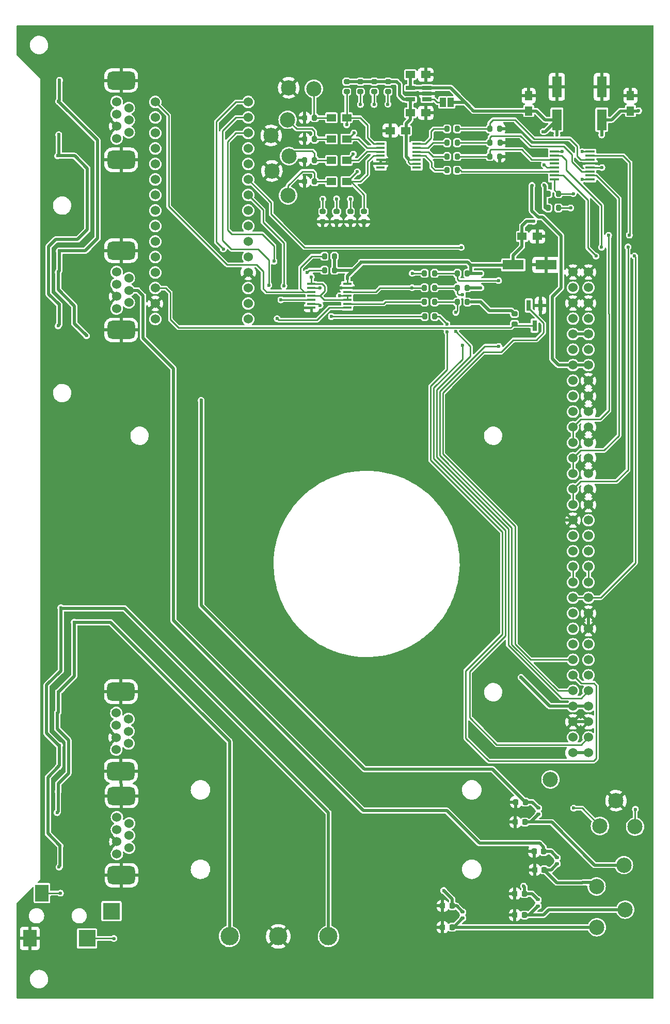
<source format=gbr>
%TF.GenerationSoftware,KiCad,Pcbnew,(6.0.6)*%
%TF.CreationDate,2023-01-12T23:41:01-06:00*%
%TF.ProjectId,bkm-129x-simple,626b6d2d-3132-4397-982d-73696d706c65,rev?*%
%TF.SameCoordinates,Original*%
%TF.FileFunction,Copper,L1,Top*%
%TF.FilePolarity,Positive*%
%FSLAX46Y46*%
G04 Gerber Fmt 4.6, Leading zero omitted, Abs format (unit mm)*
G04 Created by KiCad (PCBNEW (6.0.6)) date 2023-01-12 23:41:01*
%MOMM*%
%LPD*%
G01*
G04 APERTURE LIST*
G04 Aperture macros list*
%AMRoundRect*
0 Rectangle with rounded corners*
0 $1 Rounding radius*
0 $2 $3 $4 $5 $6 $7 $8 $9 X,Y pos of 4 corners*
0 Add a 4 corners polygon primitive as box body*
4,1,4,$2,$3,$4,$5,$6,$7,$8,$9,$2,$3,0*
0 Add four circle primitives for the rounded corners*
1,1,$1+$1,$2,$3*
1,1,$1+$1,$4,$5*
1,1,$1+$1,$6,$7*
1,1,$1+$1,$8,$9*
0 Add four rect primitives between the rounded corners*
20,1,$1+$1,$2,$3,$4,$5,0*
20,1,$1+$1,$4,$5,$6,$7,0*
20,1,$1+$1,$6,$7,$8,$9,0*
20,1,$1+$1,$8,$9,$2,$3,0*%
G04 Aperture macros list end*
%TA.AperFunction,SMDPad,CuDef*%
%ADD10R,1.000000X1.500000*%
%TD*%
%TA.AperFunction,SMDPad,CuDef*%
%ADD11R,1.500000X1.250000*%
%TD*%
%TA.AperFunction,SMDPad,CuDef*%
%ADD12R,1.250000X1.500000*%
%TD*%
%TA.AperFunction,SMDPad,CuDef*%
%ADD13R,1.600000X3.500000*%
%TD*%
%TA.AperFunction,SMDPad,CuDef*%
%ADD14RoundRect,0.200000X0.200000X0.275000X-0.200000X0.275000X-0.200000X-0.275000X0.200000X-0.275000X0*%
%TD*%
%TA.AperFunction,SMDPad,CuDef*%
%ADD15RoundRect,0.200000X-0.275000X0.200000X-0.275000X-0.200000X0.275000X-0.200000X0.275000X0.200000X0*%
%TD*%
%TA.AperFunction,SMDPad,CuDef*%
%ADD16RoundRect,0.200000X-0.200000X-0.275000X0.200000X-0.275000X0.200000X0.275000X-0.200000X0.275000X0*%
%TD*%
%TA.AperFunction,SMDPad,CuDef*%
%ADD17R,1.500000X0.450000*%
%TD*%
%TA.AperFunction,ComponentPad*%
%ADD18C,1.524000*%
%TD*%
%TA.AperFunction,SMDPad,CuDef*%
%ADD19R,1.450000X0.450000*%
%TD*%
%TA.AperFunction,SMDPad,CuDef*%
%ADD20R,1.560000X0.650000*%
%TD*%
%TA.AperFunction,SMDPad,CuDef*%
%ADD21R,3.500000X1.600000*%
%TD*%
%TA.AperFunction,SMDPad,CuDef*%
%ADD22RoundRect,0.135000X0.185000X-0.135000X0.185000X0.135000X-0.185000X0.135000X-0.185000X-0.135000X0*%
%TD*%
%TA.AperFunction,SMDPad,CuDef*%
%ADD23C,2.500000*%
%TD*%
%TA.AperFunction,ComponentPad*%
%ADD24RoundRect,0.750000X-1.500000X0.750000X-1.500000X-0.750000X1.500000X-0.750000X1.500000X0.750000X0*%
%TD*%
%TA.AperFunction,SMDPad,CuDef*%
%ADD25RoundRect,0.218750X0.218750X0.256250X-0.218750X0.256250X-0.218750X-0.256250X0.218750X-0.256250X0*%
%TD*%
%TA.AperFunction,SMDPad,CuDef*%
%ADD26C,3.000000*%
%TD*%
%TA.AperFunction,SMDPad,CuDef*%
%ADD27R,2.200000X2.800000*%
%TD*%
%TA.AperFunction,SMDPad,CuDef*%
%ADD28R,2.800000X2.800000*%
%TD*%
%TA.AperFunction,SMDPad,CuDef*%
%ADD29R,0.800000X1.800000*%
%TD*%
%TA.AperFunction,ViaPad*%
%ADD30C,0.600000*%
%TD*%
%TA.AperFunction,Conductor*%
%ADD31C,0.250000*%
%TD*%
%TA.AperFunction,Conductor*%
%ADD32C,0.500000*%
%TD*%
G04 APERTURE END LIST*
D10*
%TO.P,J1,1*%
%TO.N,N/C*%
X136250000Y-39400000D03*
%TO.P,J1,2*%
%TO.N,VDD*%
X137550000Y-39400000D03*
%TD*%
D11*
%TO.P,C1,1*%
%TO.N,Net-(C1-Pad1)*%
X120465100Y-41910600D03*
%TO.P,C1,2*%
%TO.N,Net-(C1-Pad2)*%
X117965100Y-41910600D03*
%TD*%
%TO.P,C2,1*%
%TO.N,Net-(C2-Pad1)*%
X120465100Y-45403100D03*
%TO.P,C2,2*%
%TO.N,Net-(C2-Pad2)*%
X117965100Y-45403100D03*
%TD*%
%TO.P,C3,1*%
%TO.N,Net-(C3-Pad1)*%
X120465100Y-48895600D03*
%TO.P,C3,2*%
%TO.N,Net-(C3-Pad2)*%
X117965100Y-48895600D03*
%TD*%
%TO.P,C4,1*%
%TO.N,Net-(C4-Pad1)*%
X120465100Y-52388100D03*
%TO.P,C4,2*%
%TO.N,Net-(C4-Pad2)*%
X117965100Y-52388100D03*
%TD*%
%TO.P,C5,1*%
%TO.N,+3V3*%
X130130000Y-44030000D03*
%TO.P,C5,2*%
%TO.N,GND-PSU*%
X127630000Y-44030000D03*
%TD*%
D12*
%TO.P,C6,1*%
%TO.N,VDD*%
X150321000Y-40792000D03*
%TO.P,C6,2*%
%TO.N,GND-PSU*%
X150321000Y-38292000D03*
%TD*%
D13*
%TO.P,C7,1*%
%TO.N,VDD*%
X154956500Y-42242000D03*
%TO.P,C7,2*%
%TO.N,GND-PSU*%
X154956500Y-36842000D03*
%TD*%
%TO.P,C8,1*%
%TO.N,GND-PSU*%
X162322500Y-36842000D03*
%TO.P,C8,2*%
%TO.N,VSS*%
X162322500Y-42242000D03*
%TD*%
D12*
%TO.P,C9,1*%
%TO.N,VSS*%
X167021500Y-40792000D03*
%TO.P,C9,2*%
%TO.N,GND-PSU*%
X167021500Y-38292000D03*
%TD*%
D14*
%TO.P,R1,1*%
%TO.N,~{BX_OE}*%
X155195000Y-56680000D03*
%TO.P,R1,2*%
%TO.N,VDD*%
X153545000Y-56680000D03*
%TD*%
D15*
%TO.P,R2,1*%
%TO.N,+3V3*%
X120472400Y-36005600D03*
%TO.P,R2,2*%
%TO.N,Net-(C1-Pad1)*%
X120472400Y-37655600D03*
%TD*%
%TO.P,R3,1*%
%TO.N,+3V3*%
X122733000Y-36005600D03*
%TO.P,R3,2*%
%TO.N,Net-(C2-Pad1)*%
X122733000Y-37655600D03*
%TD*%
%TO.P,R4,1*%
%TO.N,+3V3*%
X124993600Y-36005600D03*
%TO.P,R4,2*%
%TO.N,Net-(C3-Pad1)*%
X124993600Y-37655600D03*
%TD*%
%TO.P,R5,1*%
%TO.N,+3V3*%
X127254200Y-36005600D03*
%TO.P,R5,2*%
%TO.N,Net-(C4-Pad1)*%
X127254200Y-37655600D03*
%TD*%
D14*
%TO.P,R6,1*%
%TO.N,Net-(R29-Pad1)*%
X138594800Y-43739400D03*
%TO.P,R6,2*%
%TO.N,Net-(R6-Pad2)*%
X136944800Y-43739400D03*
%TD*%
%TO.P,R7,1*%
%TO.N,Net-(R30-Pad1)*%
X138595000Y-46000000D03*
%TO.P,R7,2*%
%TO.N,Net-(R7-Pad2)*%
X136945000Y-46000000D03*
%TD*%
%TO.P,R8,1*%
%TO.N,Net-(R31-Pad1)*%
X138594800Y-48260600D03*
%TO.P,R8,2*%
%TO.N,Net-(R8-Pad2)*%
X136944800Y-48260600D03*
%TD*%
%TO.P,R9,1*%
%TO.N,Net-(R9-Pad1)*%
X138594800Y-50521200D03*
%TO.P,R9,2*%
%TO.N,Net-(R9-Pad2)*%
X136944800Y-50521200D03*
%TD*%
%TO.P,R10,1*%
%TO.N,Net-(C4-Pad2)*%
X115214100Y-52388100D03*
%TO.P,R10,2*%
%TO.N,GND-PSU*%
X113564100Y-52388100D03*
%TD*%
%TO.P,R11,1*%
%TO.N,Net-(C3-Pad2)*%
X115214100Y-48895600D03*
%TO.P,R11,2*%
%TO.N,GND-PSU*%
X113564100Y-48895600D03*
%TD*%
%TO.P,R12,1*%
%TO.N,Net-(C2-Pad2)*%
X115214100Y-45403100D03*
%TO.P,R12,2*%
%TO.N,GND-PSU*%
X113564100Y-45403100D03*
%TD*%
%TO.P,R13,1*%
%TO.N,Net-(C1-Pad2)*%
X115214100Y-41910600D03*
%TO.P,R13,2*%
%TO.N,GND-PSU*%
X113564100Y-41910600D03*
%TD*%
D15*
%TO.P,R14,1*%
%TO.N,Net-(C1-Pad1)*%
X116560800Y-57265400D03*
%TO.P,R14,2*%
%TO.N,GND-PSU*%
X116560800Y-58915400D03*
%TD*%
%TO.P,R15,1*%
%TO.N,Net-(C2-Pad1)*%
X118821400Y-57265400D03*
%TO.P,R15,2*%
%TO.N,GND-PSU*%
X118821400Y-58915400D03*
%TD*%
%TO.P,R16,1*%
%TO.N,Net-(C3-Pad1)*%
X121082000Y-57265400D03*
%TO.P,R16,2*%
%TO.N,GND-PSU*%
X121082000Y-58915400D03*
%TD*%
%TO.P,R17,1*%
%TO.N,Net-(C4-Pad1)*%
X123342600Y-57265400D03*
%TO.P,R17,2*%
%TO.N,GND-PSU*%
X123342600Y-58915400D03*
%TD*%
D16*
%TO.P,R18,1*%
%TO.N,VDD*%
X153565000Y-54350000D03*
%TO.P,R18,2*%
%TO.N,~{EXT_SYNC_OE}*%
X155215000Y-54350000D03*
%TD*%
%TO.P,R20,1*%
%TO.N,/SCLK*%
X138626000Y-67397000D03*
%TO.P,R20,2*%
%TO.N,+5VD*%
X140276000Y-67397000D03*
%TD*%
%TO.P,R21,1*%
%TO.N,Net-(R21-Pad1)*%
X133241200Y-67397000D03*
%TO.P,R21,2*%
%TO.N,/SCLK*%
X134891200Y-67397000D03*
%TD*%
D15*
%TO.P,R22,1*%
%TO.N,+5VD*%
X148000000Y-74025000D03*
%TO.P,R22,2*%
%TO.N,/~{MCU_RESET}*%
X148000000Y-75675000D03*
%TD*%
D16*
%TO.P,R23,1*%
%TO.N,Net-(R23-Pad1)*%
X116832800Y-66889000D03*
%TO.P,R23,2*%
%TO.N,+5VD*%
X118482800Y-66889000D03*
%TD*%
%TO.P,R24,1*%
%TO.N,Net-(R24-Pad1)*%
X133266600Y-74458200D03*
%TO.P,R24,2*%
%TO.N,/MISO*%
X134916600Y-74458200D03*
%TD*%
%TO.P,R25,1*%
%TO.N,/MOSI*%
X138626000Y-72096000D03*
%TO.P,R25,2*%
%TO.N,+5VD*%
X140276000Y-72096000D03*
%TD*%
%TO.P,R26,1*%
%TO.N,Net-(R26-Pad1)*%
X133241200Y-72096000D03*
%TO.P,R26,2*%
%TO.N,/MOSI*%
X134891200Y-72096000D03*
%TD*%
%TO.P,R27,1*%
%TO.N,/SLOT_ID*%
X138626000Y-69759200D03*
%TO.P,R27,2*%
%TO.N,+5VD*%
X140276000Y-69759200D03*
%TD*%
%TO.P,R28,1*%
%TO.N,/MCU_SLOT_ID*%
X133241200Y-69759200D03*
%TO.P,R28,2*%
%TO.N,/SLOT_ID*%
X134891200Y-69759200D03*
%TD*%
D17*
%TO.P,U1,1,IN*%
%TO.N,~{BX_OE}*%
X160420000Y-52015000D03*
%TO.P,U1,2,D*%
%TO.N,/P-B{slash}B*%
X160420000Y-51365000D03*
%TO.P,U1,3,S*%
%TO.N,Net-(R30-Pad1)*%
X160420000Y-50715000D03*
%TO.P,U1,4,VSS*%
%TO.N,VSS*%
X160420000Y-50065000D03*
%TO.P,U1,5,GND*%
%TO.N,GND-PSU*%
X160420000Y-49415000D03*
%TO.P,U1,6,S*%
%TO.N,Net-(R29-Pad1)*%
X160420000Y-48765000D03*
%TO.P,U1,7,D*%
%TO.N,/Y{slash}G*%
X160420000Y-48115000D03*
%TO.P,U1,8,IN*%
%TO.N,~{BX_OE}*%
X160420000Y-47465000D03*
%TO.P,U1,9,IN*%
X154520000Y-47465000D03*
%TO.P,U1,10,D*%
%TO.N,/P-R{slash}R*%
X154520000Y-48115000D03*
%TO.P,U1,11,S*%
%TO.N,Net-(R31-Pad1)*%
X154520000Y-48765000D03*
%TO.P,U1,12*%
%TO.N,N/C*%
X154520000Y-49415000D03*
%TO.P,U1,13,VDD*%
%TO.N,VDD*%
X154520000Y-50065000D03*
%TO.P,U1,14,S*%
%TO.N,Net-(R9-Pad1)*%
X154520000Y-50715000D03*
%TO.P,U1,15,D*%
%TO.N,/EXT_SYNC*%
X154520000Y-51365000D03*
%TO.P,U1,16,IN*%
%TO.N,~{EXT_SYNC_OE}*%
X154520000Y-52015000D03*
%TD*%
D18*
%TO.P,U3,1,31/PD1/TXD/PCINT17*%
%TO.N,unconnected-(U3-Pad1)*%
X104320000Y-74895000D03*
%TO.P,U3,2,30/PD0/RXD/PCINT16*%
%TO.N,unconnected-(U3-Pad2)*%
X104320000Y-72355000D03*
%TO.P,U3,3,29/PC6/RST/PCINT14*%
%TO.N,unconnected-(U3-Pad3)*%
X104320000Y-69815000D03*
%TO.P,U3,4,GND*%
%TO.N,GND-PSU*%
X104320000Y-67275000D03*
%TO.P,U3,5,32/PD2/INT0/PCINT18*%
%TO.N,/MCU_SLOT_ID*%
X104320000Y-64735000D03*
%TO.P,U3,6,1/PD3/INT1/PCINT19/OC2B*%
%TO.N,unconnected-(U3-Pad6)*%
X104320000Y-62195000D03*
%TO.P,U3,7,2/PD4/T0/PCINT20/XCK*%
%TO.N,unconnected-(U3-Pad7)*%
X104320000Y-59655000D03*
%TO.P,U3,8,9/PD5/T1/PCINT21/OC0B*%
%TO.N,unconnected-(U3-Pad8)*%
X104320000Y-57115000D03*
%TO.P,U3,9,10/PD6/AIN0/PCINT22/OC0A*%
%TO.N,~{BX_OE}*%
X104320000Y-54575000D03*
%TO.P,U3,10,11/PD7/AIN1/PCINT23*%
%TO.N,~{EXT_SYNC_OE}*%
X104320000Y-52035000D03*
%TO.P,U3,11,12/PB0/CLK0/PCINT0/ICP1*%
%TO.N,unconnected-(U3-Pad11)*%
X104320000Y-49495000D03*
%TO.P,U3,12,13/PB1/OC1A/PCINT1*%
%TO.N,unconnected-(U3-Pad12)*%
X104320000Y-46955000D03*
%TO.P,U3,13,14/PB2/OC1B/PCINT2/~{SS}*%
%TO.N,Net-(U3-Pad13)*%
X104320000Y-44415000D03*
%TO.P,U3,14,15/PB3/OC2/PCINT3/MOSI*%
%TO.N,Net-(U3-Pad14)*%
X104320000Y-41875000D03*
%TO.P,U3,15,16/PB4/PCINT4/MISO*%
%TO.N,Net-(R23-Pad1)*%
X104320000Y-39335000D03*
%TO.P,U3,16,17/PB5/PCINT5/SCK*%
%TO.N,/MCU_SCK*%
X89080000Y-39335000D03*
%TO.P,U3,17,3V3*%
%TO.N,unconnected-(U3-Pad17)*%
X89080000Y-41875000D03*
%TO.P,U3,18,21/AREF*%
%TO.N,unconnected-(U3-Pad18)*%
X89080000Y-44415000D03*
%TO.P,U3,19,23/PC0/PCINT8/ADC0*%
%TO.N,unconnected-(U3-Pad19)*%
X89080000Y-46955000D03*
%TO.P,U3,20,24/PC1/PCINT9/ADC1*%
%TO.N,unconnected-(U3-Pad20)*%
X89080000Y-49495000D03*
%TO.P,U3,21,25/PC2/PCINT10/ADC2*%
%TO.N,unconnected-(U3-Pad21)*%
X89080000Y-52035000D03*
%TO.P,U3,22,26/PC3/PCINT11/ADC3*%
%TO.N,unconnected-(U3-Pad22)*%
X89080000Y-54575000D03*
%TO.P,U3,23,27/PC4/PCINT12/ADC4/SDA*%
%TO.N,unconnected-(U3-Pad23)*%
X89080000Y-57115000D03*
%TO.P,U3,24,28/PC5/PCINT13/ADC5/SCL*%
%TO.N,unconnected-(U3-Pad24)*%
X89080000Y-59655000D03*
%TO.P,U3,25,19/ADC6*%
%TO.N,unconnected-(U3-Pad25)*%
X89080000Y-62195000D03*
%TO.P,U3,26,22/ADC7*%
%TO.N,unconnected-(U3-Pad26)*%
X89080000Y-64735000D03*
%TO.P,U3,27,5V*%
%TO.N,+5VD*%
X89080000Y-67275000D03*
%TO.P,U3,28,29/PC6/RST/PCINT14*%
%TO.N,/~{MCU_RESET}*%
X89080000Y-69815000D03*
%TO.P,U3,29,GND*%
%TO.N,GND-PSU*%
X89080000Y-72355000D03*
%TO.P,U3,30,VIN*%
%TO.N,unconnected-(U3-Pad30)*%
X89080000Y-74895000D03*
%TD*%
D19*
%TO.P,U2,1,CH1_IN*%
%TO.N,Net-(C1-Pad1)*%
X126044100Y-46183600D03*
%TO.P,U2,2,CH2_IN*%
%TO.N,Net-(C2-Pad1)*%
X126044100Y-46833600D03*
%TO.P,U2,3,CH3_IN*%
%TO.N,Net-(C3-Pad1)*%
X126044100Y-47483600D03*
%TO.P,U2,4,CH4_IN*%
%TO.N,Net-(C4-Pad1)*%
X126044100Y-48133600D03*
%TO.P,U2,5,GND*%
%TO.N,GND-PSU*%
X126044100Y-48783600D03*
%TO.P,U2,6,DISABLE*%
X126044100Y-49433600D03*
%TO.P,U2,7,NC*%
%TO.N,unconnected-(U2-Pad7)*%
X126044100Y-50083600D03*
%TO.P,U2,8,NC*%
%TO.N,unconnected-(U2-Pad8)*%
X131944100Y-50083600D03*
%TO.P,U2,9,BYPASS*%
%TO.N,+3V3*%
X131944100Y-49433600D03*
%TO.P,U2,10,VCC*%
X131944100Y-48783600D03*
%TO.P,U2,11,CH4_OUT*%
%TO.N,Net-(R9-Pad2)*%
X131944100Y-48133600D03*
%TO.P,U2,12,CH3_OUT*%
%TO.N,Net-(R8-Pad2)*%
X131944100Y-47483600D03*
%TO.P,U2,13,CH2_OUT*%
%TO.N,Net-(R7-Pad2)*%
X131944100Y-46833600D03*
%TO.P,U2,14,CH1_OUT*%
%TO.N,Net-(R6-Pad2)*%
X131944100Y-46183600D03*
%TD*%
%TO.P,U4,1,E*%
%TO.N,Net-(U3-Pad13)*%
X114682400Y-69130000D03*
%TO.P,U4,2,D*%
%TO.N,Net-(R21-Pad1)*%
X114682400Y-69780000D03*
%TO.P,U4,3,O*%
%TO.N,/MCU_SCK*%
X114682400Y-70430000D03*
%TO.P,U4,4,E*%
%TO.N,Net-(U3-Pad13)*%
X114682400Y-71080000D03*
%TO.P,U4,5,D*%
%TO.N,Net-(R23-Pad1)*%
X114682400Y-71730000D03*
%TO.P,U4,6,O*%
%TO.N,Net-(R24-Pad1)*%
X114682400Y-72380000D03*
%TO.P,U4,7,GND*%
%TO.N,GND-PSU*%
X114682400Y-73030000D03*
%TO.P,U4,8,O*%
%TO.N,Net-(U3-Pad14)*%
X120582400Y-73030000D03*
%TO.P,U4,9,D*%
%TO.N,Net-(R26-Pad1)*%
X120582400Y-72380000D03*
%TO.P,U4,10,E*%
%TO.N,Net-(U3-Pad13)*%
X120582400Y-71730000D03*
%TO.P,U4,11,O*%
X120582400Y-71080000D03*
%TO.P,U4,12,D*%
%TO.N,/MCU_SLOT_ID*%
X120582400Y-70430000D03*
%TO.P,U4,13,E*%
%TO.N,GND-PSU*%
X120582400Y-69780000D03*
%TO.P,U4,14,VCC*%
%TO.N,+5VD*%
X120582400Y-69130000D03*
%TD*%
D11*
%TO.P,C10,1*%
%TO.N,+3V3*%
X130931800Y-41097800D03*
%TO.P,C10,2*%
%TO.N,GND-PSU*%
X133431800Y-41097800D03*
%TD*%
%TO.P,C11,1*%
%TO.N,GND-PSU*%
X133431800Y-34849400D03*
%TO.P,C11,2*%
%TO.N,VDD*%
X130931800Y-34849400D03*
%TD*%
D20*
%TO.P,U5,1,NC*%
%TO.N,unconnected-(U5-Pad1)*%
X133658800Y-38923600D03*
%TO.P,U5,2,GND*%
%TO.N,GND-PSU*%
X133658800Y-37973600D03*
%TO.P,U5,3,EN*%
%TO.N,VDD*%
X133658800Y-37023600D03*
%TO.P,U5,4,VIN*%
X130958800Y-37023600D03*
%TO.P,U5,5,VOUT*%
%TO.N,+3V3*%
X130958800Y-38923600D03*
%TD*%
D11*
%TO.P,C12,1*%
%TO.N,+5VD*%
X149250000Y-61351800D03*
%TO.P,C12,2*%
%TO.N,GND-PSU*%
X151750000Y-61351800D03*
%TD*%
D21*
%TO.P,C13,1*%
%TO.N,+5VD*%
X147800000Y-66000000D03*
%TO.P,C13,2*%
%TO.N,GND-PSU*%
X153200000Y-66000000D03*
%TD*%
D16*
%TO.P,R19,1*%
%TO.N,/MCU_SCK*%
X116832800Y-64603000D03*
%TO.P,R19,2*%
%TO.N,+5VD*%
X118482800Y-64603000D03*
%TD*%
%TO.P,R29,1*%
%TO.N,Net-(R29-Pad1)*%
X143947600Y-43741600D03*
%TO.P,R29,2*%
%TO.N,GND-PSU*%
X145597600Y-43741600D03*
%TD*%
%TO.P,R30,1*%
%TO.N,Net-(R30-Pad1)*%
X143967600Y-46001600D03*
%TO.P,R30,2*%
%TO.N,GND-PSU*%
X145617600Y-46001600D03*
%TD*%
%TO.P,R31,1*%
%TO.N,Net-(R31-Pad1)*%
X143957600Y-48261600D03*
%TO.P,R31,2*%
%TO.N,GND-PSU*%
X145607600Y-48261600D03*
%TD*%
D22*
%TO.P,R50,1*%
%TO.N,GCC-P3-Pad*%
X151851250Y-171010000D03*
%TO.P,R50,2*%
%TO.N,GCC-P3*%
X151851250Y-169990000D03*
%TD*%
D18*
%TO.P,J5,1a*%
%TO.N,GND-PSU*%
X160135000Y-67200000D03*
%TO.P,J5,1b*%
X157595000Y-67200000D03*
%TO.P,J5,2a*%
%TO.N,N/C*%
X160135000Y-69740000D03*
%TO.P,J5,2b*%
X157595000Y-69740000D03*
%TO.P,J5,3a*%
%TO.N,GND-PSU*%
X160135000Y-72280000D03*
%TO.P,J5,3b*%
X157595000Y-72280000D03*
%TO.P,J5,4a*%
%TO.N,N/C*%
X160135000Y-74820000D03*
%TO.P,J5,4b*%
X157595000Y-74820000D03*
%TO.P,J5,5a*%
X160135000Y-77360000D03*
%TO.P,J5,5b*%
X157595000Y-77360000D03*
%TO.P,J5,6a*%
%TO.N,VSS*%
X160135000Y-79900000D03*
%TO.P,J5,6b*%
X157595000Y-79900000D03*
%TO.P,J5,7a*%
%TO.N,VDD*%
X160135000Y-82440000D03*
%TO.P,J5,7b*%
X157595000Y-82440000D03*
%TO.P,J5,8a*%
%TO.N,GND-PSU*%
X160135000Y-84980000D03*
%TO.P,J5,8b*%
%TO.N,N/C*%
X157595000Y-84980000D03*
%TO.P,J5,9a*%
%TO.N,GND-PSU*%
X160135000Y-87520000D03*
%TO.P,J5,9b*%
%TO.N,N/C*%
X157595000Y-87520000D03*
%TO.P,J5,10a*%
%TO.N,GND-PSU*%
X160135000Y-90060000D03*
%TO.P,J5,10b*%
%TO.N,N/C*%
X157595000Y-90060000D03*
%TO.P,J5,11a*%
%TO.N,GND-PSU*%
X160135000Y-92600000D03*
%TO.P,J5,11b*%
%TO.N,N/C*%
X157595000Y-92600000D03*
%TO.P,J5,12a*%
%TO.N,GND-PSU*%
X160135000Y-95140000D03*
%TO.P,J5,12b*%
%TO.N,N/C*%
X157595000Y-95140000D03*
%TO.P,J5,13a*%
%TO.N,GND-PSU*%
X160135000Y-97680000D03*
%TO.P,J5,13b*%
%TO.N,N/C*%
X157595000Y-97680000D03*
%TO.P,J5,14a*%
%TO.N,GND-PSU*%
X160135000Y-100220000D03*
%TO.P,J5,14b*%
%TO.N,N/C*%
X157595000Y-100220000D03*
%TO.P,J5,15a*%
%TO.N,GND-PSU*%
X160135000Y-102760000D03*
%TO.P,J5,15b*%
%TO.N,N/C*%
X157595000Y-102760000D03*
%TO.P,J5,16a*%
%TO.N,GND-PSU*%
X160135000Y-105300000D03*
%TO.P,J5,16b*%
%TO.N,N/C*%
X157595000Y-105300000D03*
%TO.P,J5,17a*%
X160135000Y-107840000D03*
%TO.P,J5,17b*%
%TO.N,GND-PSU*%
X157595000Y-107840000D03*
%TO.P,J5,18a*%
%TO.N,N/C*%
X160135000Y-110380000D03*
%TO.P,J5,18b*%
X157595000Y-110380000D03*
%TO.P,J5,19a*%
X160135000Y-112920000D03*
%TO.P,J5,19b*%
X157595000Y-112920000D03*
%TO.P,J5,20a*%
X160135000Y-115460000D03*
%TO.P,J5,20b*%
X157595000Y-115460000D03*
%TO.P,J5,21a*%
X160135000Y-118000000D03*
%TO.P,J5,21b*%
X157595000Y-118000000D03*
%TO.P,J5,22a*%
X160135000Y-120540000D03*
%TO.P,J5,22b*%
X157595000Y-120540000D03*
%TO.P,J5,23a*%
%TO.N,GND-PSU*%
X160135000Y-123080000D03*
%TO.P,J5,23b*%
%TO.N,N/C*%
X157595000Y-123080000D03*
%TO.P,J5,24a*%
%TO.N,GND-PSU*%
X160135000Y-125620000D03*
%TO.P,J5,24b*%
%TO.N,N/C*%
X157595000Y-125620000D03*
%TO.P,J5,25a*%
X160135000Y-128160000D03*
%TO.P,J5,25b*%
X157595000Y-128160000D03*
%TO.P,J5,26a*%
X160135000Y-130700000D03*
%TO.P,J5,26b*%
X157595000Y-130700000D03*
%TO.P,J5,27a*%
X160135000Y-133240000D03*
%TO.P,J5,27b*%
X157595000Y-133240000D03*
%TO.P,J5,28a*%
X160135000Y-135780000D03*
%TO.P,J5,28b*%
X157595000Y-135780000D03*
%TO.P,J5,29a*%
X160135000Y-138320000D03*
%TO.P,J5,29b*%
X157595000Y-138320000D03*
%TO.P,J5,30a*%
%TO.N,GND-PSU*%
X160135000Y-140860000D03*
%TO.P,J5,30b*%
X157595000Y-140860000D03*
%TO.P,J5,31a*%
%TO.N,N/C*%
X160135000Y-143400000D03*
%TO.P,J5,31b*%
X157595000Y-143400000D03*
%TO.P,J5,32a*%
%TO.N,GND-PSU*%
X160135000Y-145940000D03*
%TO.P,J5,32b*%
X157595000Y-145940000D03*
%TD*%
D23*
%TO.P,TP16,1,1*%
%TO.N,Net-(TP16-Pad1)*%
X162020000Y-157930000D03*
%TD*%
D18*
%TO.P,CN2,1A,5v*%
%TO.N,5V-P3*%
X84687500Y-140410000D03*
%TO.P,CN2,1B,5v*%
%TO.N,5V-P4*%
X84787500Y-157490000D03*
%TO.P,CN2,2A,DA*%
%TO.N,GCC-P3*%
X84687500Y-142410000D03*
%TO.P,CN2,2B,DA*%
%TO.N,GCC-P4*%
X84787500Y-159490000D03*
%TO.P,CN2,3A*%
%TO.N,unconnected-(CN2-Pad3A)*%
X84687500Y-144410000D03*
%TO.P,CN2,3B*%
%TO.N,unconnected-(CN2-Pad3B)*%
X84787500Y-161490000D03*
%TO.P,CN2,4A*%
%TO.N,unconnected-(CN2-Pad4A)*%
X82687500Y-139410000D03*
%TO.P,CN2,4B*%
%TO.N,unconnected-(CN2-Pad4B)*%
X82787500Y-156490000D03*
%TO.P,CN2,5A*%
%TO.N,unconnected-(CN2-Pad5A)*%
X82687500Y-141410000D03*
%TO.P,CN2,5B*%
%TO.N,unconnected-(CN2-Pad5B)*%
X82787500Y-158490000D03*
%TO.P,CN2,6A,GND*%
%TO.N,GND-PSU*%
X82687500Y-143410000D03*
%TO.P,CN2,6B,GND*%
X82787500Y-160490000D03*
%TO.P,CN2,7A,3.3v*%
%TO.N,3V3-P3*%
X82687500Y-145410000D03*
%TO.P,CN2,7B,3.3v*%
%TO.N,3V3-P4*%
X82787500Y-162490000D03*
D24*
%TO.P,CN2,8,Shield*%
%TO.N,GND-PSU*%
X83537500Y-152990000D03*
X83437500Y-148910000D03*
X83437500Y-135910000D03*
X83537500Y-165990000D03*
%TD*%
D23*
%TO.P,TP5,1,1*%
%TO.N,GCC-P2-Pad*%
X161460000Y-167830000D03*
%TD*%
D25*
%TO.P,D2,1,K*%
%TO.N,GCC-P1-Pad*%
X149697500Y-157290000D03*
%TO.P,D2,2,A*%
%TO.N,GND-PSU*%
X148122500Y-157290000D03*
%TD*%
D26*
%TO.P,TP1,1,1*%
%TO.N,3V3-PSU*%
X117500000Y-176000000D03*
%TD*%
D23*
%TO.P,TP11,1,1*%
%TO.N,GND-PSU*%
X108090000Y-44810000D03*
%TD*%
D22*
%TO.P,R51,1*%
%TO.N,GCC-P4-Pad*%
X139500000Y-173010000D03*
%TO.P,R51,2*%
%TO.N,GCC-P4*%
X139500000Y-171990000D03*
%TD*%
%TO.P,R48,1*%
%TO.N,GCC-P1-Pad*%
X151910000Y-156010000D03*
%TO.P,R48,2*%
%TO.N,GCC-P1*%
X151910000Y-154990000D03*
%TD*%
D23*
%TO.P,TP12,1,1*%
%TO.N,Net-(C1-Pad2)*%
X115090000Y-37170000D03*
%TD*%
%TO.P,TP14,1,1*%
%TO.N,Net-(C3-Pad2)*%
X111020000Y-48200000D03*
%TD*%
%TO.P,TP13,1,1*%
%TO.N,Net-(C2-Pad2)*%
X110780000Y-42240000D03*
%TD*%
D26*
%TO.P,TP2,1,1*%
%TO.N,5V-PSU*%
X101250000Y-176000000D03*
%TD*%
D23*
%TO.P,TP15,1,1*%
%TO.N,Net-(C4-Pad2)*%
X110850000Y-54630000D03*
%TD*%
%TO.P,TP17,1,1*%
%TO.N,Net-(TP17-Pad1)*%
X167780000Y-158030000D03*
%TD*%
%TO.P,,1,1*%
%TO.N,N/C*%
X153900000Y-150300000D03*
%TD*%
%TO.P,TP8,1,1*%
%TO.N,GND-PSU*%
X164650000Y-153760000D03*
%TD*%
D25*
%TO.P,D7,1,K*%
%TO.N,GCC-P4*%
X137787500Y-171000000D03*
%TO.P,D7,2,A*%
%TO.N,GND-PSU*%
X136212500Y-171000000D03*
%TD*%
%TO.P,D8,1,K*%
%TO.N,GCC-P4-Pad*%
X137787500Y-174500000D03*
%TO.P,D8,2,A*%
%TO.N,GND-PSU*%
X136212500Y-174500000D03*
%TD*%
D26*
%TO.P,TP3,1,1*%
%TO.N,GND-PSU*%
X109250000Y-176000000D03*
%TD*%
D23*
%TO.P,TP10,1,1*%
%TO.N,GND-PSU*%
X110960000Y-37000000D03*
%TD*%
D25*
%TO.P,D3,1,K*%
%TO.N,GCC-P2*%
X152787500Y-162095000D03*
%TO.P,D3,2,A*%
%TO.N,GND-PSU*%
X151212500Y-162095000D03*
%TD*%
D18*
%TO.P,CN1,1A,5v*%
%TO.N,5V-P1*%
X84740000Y-40300000D03*
%TO.P,CN1,1B,5v*%
%TO.N,5V-P2*%
X84740000Y-68180000D03*
%TO.P,CN1,2A,DA*%
%TO.N,GCC-P1*%
X84740000Y-42300000D03*
%TO.P,CN1,2B,DA*%
%TO.N,GCC-P2*%
X84740000Y-70180000D03*
%TO.P,CN1,3A*%
%TO.N,unconnected-(CN1-Pad3A)*%
X84740000Y-44300000D03*
%TO.P,CN1,3B*%
%TO.N,unconnected-(CN1-Pad3B)*%
X84740000Y-72180000D03*
%TO.P,CN1,4A*%
%TO.N,unconnected-(CN1-Pad4A)*%
X82740000Y-39300000D03*
%TO.P,CN1,4B*%
%TO.N,unconnected-(CN1-Pad4B)*%
X82740000Y-67180000D03*
%TO.P,CN1,5A*%
%TO.N,unconnected-(CN1-Pad5A)*%
X82740000Y-41300000D03*
%TO.P,CN1,5B*%
%TO.N,unconnected-(CN1-Pad5B)*%
X82740000Y-69180000D03*
%TO.P,CN1,6A,GND*%
%TO.N,GND-PSU*%
X82740000Y-43300000D03*
%TO.P,CN1,6B,GND*%
X82740000Y-71180000D03*
%TO.P,CN1,7A,3.3v*%
%TO.N,3V3-P1*%
X82740000Y-45300000D03*
%TO.P,CN1,7B,3.3v*%
%TO.N,3V3-P2*%
X82740000Y-73180000D03*
D24*
%TO.P,CN1,8,Shield*%
%TO.N,GND-PSU*%
X83490000Y-35800000D03*
X83490000Y-76680000D03*
X83490000Y-48800000D03*
X83490000Y-63680000D03*
%TD*%
D25*
%TO.P,D4,1,K*%
%TO.N,GCC-P2-Pad*%
X152877500Y-165095000D03*
%TO.P,D4,2,A*%
%TO.N,GND-PSU*%
X151302500Y-165095000D03*
%TD*%
%TO.P,D5,1,K*%
%TO.N,GCC-P3*%
X149638750Y-169000000D03*
%TO.P,D5,2,A*%
%TO.N,GND-PSU*%
X148063750Y-169000000D03*
%TD*%
D23*
%TO.P,TP6,1,1*%
%TO.N,GCC-P3-Pad*%
X166150000Y-171630000D03*
%TD*%
%TO.P,TP9,1,1*%
%TO.N,GND-PSU*%
X108210000Y-50630000D03*
%TD*%
%TO.P,TP7,1,1*%
%TO.N,GCC-P4-Pad*%
X161500000Y-174500000D03*
%TD*%
D27*
%TO.P,U14,1,Sleeve/Shield*%
%TO.N,GND-PSU*%
X68500000Y-176325000D03*
D28*
%TO.P,U14,2,Tip/Left*%
%TO.N,Net-(TP16-Pad1)*%
X77900000Y-176325000D03*
D27*
%TO.P,U14,3,Ring/Right*%
%TO.N,Net-(TP17-Pad1)*%
X70500000Y-168925000D03*
D28*
%TO.P,U14,4,Switch*%
%TO.N,unconnected-(U14-Pad4)*%
X81900000Y-171875000D03*
%TD*%
D25*
%TO.P,D1,1,K*%
%TO.N,GCC-P1*%
X149787500Y-154000000D03*
%TO.P,D1,2,A*%
%TO.N,GND-PSU*%
X148212500Y-154000000D03*
%TD*%
%TO.P,D6,1,K*%
%TO.N,GCC-P3-Pad*%
X149638750Y-172500000D03*
%TO.P,D6,2,A*%
%TO.N,GND-PSU*%
X148063750Y-172500000D03*
%TD*%
D22*
%TO.P,R49,1*%
%TO.N,GCC-P2-Pad*%
X155000000Y-164105000D03*
%TO.P,R49,2*%
%TO.N,GCC-P2*%
X155000000Y-163085000D03*
%TD*%
D29*
%TO.P,Q1,1,E*%
%TO.N,GND-PSU*%
X152250000Y-72660000D03*
%TO.P,Q1,2,B*%
%TO.N,/RESET*%
X150350000Y-72660000D03*
%TO.P,Q1,3,C*%
%TO.N,/~{MCU_RESET}*%
X151300000Y-75960000D03*
%TD*%
D23*
%TO.P,TP4,1,1*%
%TO.N,GCC-P1-Pad*%
X165960000Y-164320000D03*
%TD*%
D30*
%TO.N,*%
X154300000Y-149800000D03*
X153500000Y-149800000D03*
X153500000Y-150700000D03*
X154300000Y-150700000D03*
%TO.N,Net-(C1-Pad1)*%
X116560800Y-55220200D03*
X120472400Y-43053600D03*
%TO.N,Net-(C2-Pad1)*%
X118821400Y-55194800D03*
X122733000Y-39726200D03*
X121666200Y-44399800D03*
%TO.N,Net-(C3-Pad1)*%
X121564600Y-47854200D03*
X124968200Y-39726200D03*
X121082000Y-55220200D03*
%TO.N,Net-(C4-Pad1)*%
X122225000Y-50775200D03*
X127228800Y-39700800D03*
%TO.N,+3V3*%
X130590250Y-48629750D03*
%TO.N,VDD*%
X152890000Y-52960000D03*
X152880000Y-49620000D03*
X154960000Y-44700000D03*
X150880000Y-53010000D03*
X152700000Y-44190000D03*
%TO.N,VSS*%
X168355000Y-40761200D03*
X162330000Y-50070000D03*
X162310000Y-44720000D03*
%TO.N,/EXT_SYNC*%
X161370000Y-64560000D03*
X167700000Y-64560000D03*
%TO.N,/MISO*%
X136940000Y-76970000D03*
X136911000Y-75677400D03*
%TO.N,/SCLK*%
X145400800Y-68590800D03*
X145410000Y-79350000D03*
%TO.N,/MOSI*%
X138370000Y-73800000D03*
X138340000Y-76940000D03*
%TO.N,/SLOT_ID*%
X139457600Y-79147600D03*
X139457600Y-70927600D03*
%TO.N,~{BX_OE}*%
X110180000Y-69450000D03*
X155840000Y-47460000D03*
X157220000Y-56680000D03*
X159090000Y-52020000D03*
X159090000Y-47470000D03*
%TO.N,~{EXT_SYNC_OE}*%
X157650000Y-54350000D03*
X139265000Y-63155000D03*
%TO.N,Net-(R21-Pad1)*%
X131221400Y-67397000D03*
X116108400Y-69784600D03*
%TO.N,+5VD*%
X142499000Y-67422400D03*
X142448200Y-72096000D03*
X151130000Y-58890000D03*
X142473600Y-69759200D03*
X122890200Y-65568200D03*
X149080000Y-133580000D03*
%TO.N,Net-(R23-Pad1)*%
X100250000Y-63420000D03*
X113974800Y-67270000D03*
X109679900Y-71730000D03*
%TO.N,Net-(R24-Pad1)*%
X116108400Y-72629400D03*
X117962600Y-74458200D03*
%TO.N,/MCU_SLOT_ID*%
X131196000Y-69759200D03*
%TO.N,Net-(U3-Pad13)*%
X114670000Y-67970000D03*
X119283400Y-71080000D03*
X108560000Y-65420000D03*
%TO.N,Net-(U3-Pad14)*%
X109066290Y-74815500D03*
X107700000Y-69350000D03*
%TO.N,5V-PSU*%
X77805000Y-77615000D03*
X72968750Y-155720000D03*
X73193750Y-135980000D03*
X73138750Y-152250000D03*
X73312500Y-63730000D03*
X73385000Y-35750000D03*
X75780000Y-124530000D03*
X73023750Y-139450000D03*
X73215000Y-39220000D03*
X73142500Y-67200000D03*
%TO.N,GND-PSU*%
X147382600Y-43741600D03*
X147402600Y-48271600D03*
X114711400Y-73810500D03*
X155100000Y-107500000D03*
X147382600Y-46021600D03*
X151000000Y-142500000D03*
X151000000Y-145750000D03*
X127305000Y-48794000D03*
X135179000Y-37999000D03*
X161910000Y-49120000D03*
X142750000Y-78250000D03*
X149000000Y-148750000D03*
%TO.N,3V3-PSU*%
X73302500Y-164635000D03*
X73213750Y-148190000D03*
X73072500Y-48150000D03*
X73580000Y-122170000D03*
X73147500Y-75990000D03*
X73317500Y-72520000D03*
X73472500Y-161165000D03*
X73383750Y-144720000D03*
X73242500Y-44680000D03*
%TO.N,GCC-P1*%
X96600000Y-88200000D03*
%TO.N,/P-R{slash}R*%
X166620000Y-63090000D03*
X162280000Y-63120000D03*
%TO.N,/Y{slash}G*%
X163440000Y-61170000D03*
X166830000Y-61140000D03*
%TO.N,GCC-P3*%
X149500000Y-167750000D03*
%TO.N,GCC-P4*%
X136388063Y-168499500D03*
%TO.N,Net-(TP16-Pad1)*%
X157700000Y-154990000D03*
X82300000Y-176350000D03*
%TO.N,Net-(TP17-Pad1)*%
X167830000Y-155180000D03*
X73525000Y-168925000D03*
%TD*%
D31*
%TO.N,unconnected-(U5-Pad1)*%
X135300000Y-39400000D02*
X136400000Y-39400000D01*
X134823600Y-38923600D02*
X135300000Y-39400000D01*
X133658800Y-38923600D02*
X134823600Y-38923600D01*
D32*
%TO.N,VDD*%
X140490000Y-40010000D02*
X139390000Y-38910000D01*
X140490000Y-40010000D02*
X139880000Y-39400000D01*
X141272000Y-40792000D02*
X140490000Y-40010000D01*
X139880000Y-39400000D02*
X137750000Y-39400000D01*
D31*
X137750000Y-39400000D02*
X139000000Y-39400000D01*
D32*
%TO.N,*%
X157595000Y-77360000D02*
X160135000Y-77360000D01*
D31*
X160160000Y-117983000D02*
X160160000Y-115443000D01*
X157620000Y-117983000D02*
X157620000Y-115443000D01*
%TO.N,Net-(C1-Pad1)*%
X122669500Y-41910600D02*
X123914100Y-43155200D01*
X123914100Y-43155200D02*
X123914100Y-45149100D01*
X123914100Y-45149100D02*
X124941100Y-46176100D01*
X124941100Y-46176100D02*
X126044100Y-46176100D01*
X120465100Y-43046300D02*
X120472400Y-43053600D01*
X120465100Y-41910600D02*
X120465100Y-38187900D01*
X120472400Y-38180600D02*
X120472400Y-37655600D01*
X120465100Y-41910600D02*
X122669500Y-41910600D01*
X120465100Y-41910600D02*
X120465100Y-43046300D01*
X120465100Y-38187900D02*
X120472400Y-38180600D01*
X116560800Y-55220200D02*
X116560800Y-57265400D01*
%TO.N,Net-(C1-Pad2)*%
X115090000Y-41786500D02*
X115090000Y-37170000D01*
X115214100Y-41910600D02*
X115090000Y-41786500D01*
X117965100Y-41910600D02*
X115214100Y-41910600D01*
%TO.N,Net-(C2-Pad1)*%
X122390100Y-45403100D02*
X123813100Y-46826100D01*
X123813100Y-46826100D02*
X126044100Y-46826100D01*
X120662900Y-45403100D02*
X121666200Y-44399800D01*
X120465100Y-45403100D02*
X120662900Y-45403100D01*
X122733000Y-39726200D02*
X122733000Y-37655600D01*
X120465100Y-45403100D02*
X122390100Y-45403100D01*
X118821400Y-55194800D02*
X118821400Y-57265400D01*
X120465100Y-45403100D02*
X120866100Y-45403100D01*
%TO.N,Net-(C2-Pad2)*%
X113190000Y-43730000D02*
X112270000Y-43730000D01*
X117965100Y-45403100D02*
X115214100Y-45403100D01*
X115214100Y-45403100D02*
X115214100Y-44164100D01*
X114780000Y-43730000D02*
X113190000Y-43730000D01*
X115214100Y-44164100D02*
X114780000Y-43730000D01*
X112270000Y-43730000D02*
X110780000Y-42240000D01*
%TO.N,Net-(C3-Pad1)*%
X122390100Y-48895600D02*
X123809600Y-47476100D01*
X123809600Y-47476100D02*
X126044100Y-47476100D01*
X120523200Y-48895600D02*
X121564600Y-47854200D01*
X121082000Y-55220200D02*
X121082000Y-57265400D01*
X120465100Y-48895600D02*
X120472400Y-48895600D01*
X120465100Y-48895600D02*
X122390100Y-48895600D01*
X124968200Y-39726200D02*
X124968200Y-37681000D01*
X120465100Y-48895600D02*
X120523200Y-48895600D01*
X124968200Y-37681000D02*
X124993600Y-37655600D01*
%TO.N,Net-(C3-Pad2)*%
X115214100Y-47734100D02*
X114870000Y-47390000D01*
X115739100Y-48895600D02*
X117965100Y-48895600D01*
X117965100Y-48895600D02*
X115214100Y-48895600D01*
X115214100Y-48895600D02*
X115214100Y-47734100D01*
X114870000Y-47390000D02*
X110960000Y-47390000D01*
%TO.N,Net-(C4-Pad1)*%
X122733000Y-52388100D02*
X123914100Y-51207000D01*
X123914100Y-51207000D02*
X123914100Y-49086100D01*
X123914100Y-49086100D02*
X124874100Y-48126100D01*
X124874100Y-48126100D02*
X126044100Y-48126100D01*
X120612100Y-52388100D02*
X122225000Y-50775200D01*
X127228800Y-39700800D02*
X127228800Y-37681000D01*
X120465100Y-52388100D02*
X122733000Y-52388100D01*
X121170900Y-52388100D02*
X123342600Y-54559800D01*
X127228800Y-37681000D02*
X127254200Y-37655600D01*
X120465100Y-52388100D02*
X120612100Y-52388100D01*
X120465100Y-52388100D02*
X121170900Y-52388100D01*
X123342600Y-54559800D02*
X123342600Y-57265400D01*
%TO.N,Net-(C4-Pad2)*%
X114920000Y-50700000D02*
X113200000Y-50700000D01*
X110850000Y-53050000D02*
X110850000Y-54630000D01*
X115214100Y-50994100D02*
X114920000Y-50700000D01*
X113200000Y-50700000D02*
X110850000Y-53050000D01*
X115214100Y-52388100D02*
X115214100Y-50994100D01*
X117965100Y-52388100D02*
X115214100Y-52388100D01*
D32*
%TO.N,+3V3*%
X130958800Y-41070800D02*
X130931800Y-41097800D01*
X129108400Y-36424200D02*
X129108400Y-38202200D01*
X129108400Y-38202200D02*
X129829800Y-38923600D01*
X129829800Y-38923600D02*
X130958800Y-38923600D01*
X130931800Y-42195400D02*
X130244100Y-42883100D01*
X130931800Y-41097800D02*
X130931800Y-42195400D01*
X128689800Y-36005600D02*
X120472400Y-36005600D01*
X130244100Y-42883100D02*
X130244100Y-43224100D01*
X130931800Y-41097800D02*
X130931800Y-41255600D01*
D31*
X130853600Y-49433600D02*
X130590250Y-49170250D01*
X130590250Y-49170250D02*
X130590250Y-48629750D01*
D32*
X130958800Y-38923600D02*
X130958800Y-41070800D01*
X130244100Y-43915900D02*
X130130000Y-44030000D01*
X130244100Y-43224100D02*
X130244100Y-48283600D01*
D31*
X130744100Y-48783600D02*
X130590250Y-48629750D01*
D32*
X130244100Y-43224100D02*
X130244100Y-43915900D01*
D31*
X131944100Y-48783600D02*
X130744100Y-48783600D01*
D32*
X128757100Y-36072900D02*
X129108400Y-36424200D01*
X128757100Y-36072900D02*
X128689800Y-36005600D01*
D31*
X131944100Y-49433600D02*
X130853600Y-49433600D01*
D32*
X130244100Y-48283600D02*
X130590250Y-48629750D01*
%TO.N,VDD*%
X151571000Y-40792000D02*
X153021000Y-42242000D01*
X153021000Y-42242000D02*
X154956500Y-42242000D01*
X130958800Y-34876400D02*
X130931800Y-34849400D01*
X154956500Y-44696500D02*
X154960000Y-44700000D01*
D31*
X154515000Y-50070000D02*
X154520000Y-50065000D01*
D32*
X152890000Y-52960000D02*
X153040000Y-53110000D01*
X153040000Y-53110000D02*
X153040000Y-54350000D01*
X153020000Y-54370000D02*
X153040000Y-54350000D01*
X150321000Y-40792000D02*
X141272000Y-40792000D01*
X155645000Y-69755000D02*
X154200000Y-71200000D01*
X155240000Y-82440000D02*
X157595000Y-82440000D01*
X153020000Y-55540000D02*
X153020000Y-54370000D01*
X150321000Y-40792000D02*
X151571000Y-40792000D01*
X130958800Y-37023600D02*
X133658800Y-37023600D01*
X153020000Y-56590000D02*
X153020000Y-55540000D01*
X154200000Y-71200000D02*
X154200000Y-81400000D01*
X150850000Y-57160000D02*
X151900000Y-58210000D01*
X154200000Y-81400000D02*
X155240000Y-82440000D01*
D31*
X154520000Y-50065000D02*
X153325000Y-50065000D01*
D32*
X137503600Y-37023600D02*
X133658800Y-37023600D01*
X153008500Y-44190000D02*
X154956500Y-42242000D01*
X150850000Y-53040000D02*
X150850000Y-57160000D01*
X160160000Y-82423000D02*
X157620000Y-82423000D01*
X150880000Y-53010000D02*
X150850000Y-53040000D01*
X139390000Y-38910000D02*
X137503600Y-37023600D01*
X153020000Y-56680000D02*
X153020000Y-55540000D01*
X152700000Y-44190000D02*
X153008500Y-44190000D01*
X130958800Y-37023600D02*
X130958800Y-34876400D01*
X154956500Y-44696500D02*
X154956500Y-42242000D01*
X152620000Y-58210000D02*
X155645000Y-61235000D01*
X151900000Y-58210000D02*
X152620000Y-58210000D01*
D31*
X153325000Y-50065000D02*
X152880000Y-49620000D01*
D32*
X155645000Y-61235000D02*
X155645000Y-69755000D01*
%TO.N,VSS*%
X163940500Y-42242000D02*
X165390500Y-40792000D01*
X165390500Y-40792000D02*
X167021500Y-40792000D01*
X168324200Y-40792000D02*
X168355000Y-40761200D01*
X162322500Y-44707500D02*
X162310000Y-44720000D01*
X162330000Y-50070000D02*
X162320000Y-50080000D01*
D31*
X160420000Y-50065000D02*
X162325000Y-50065000D01*
X162325000Y-50065000D02*
X162330000Y-50070000D01*
D32*
X162322500Y-42242000D02*
X163940500Y-42242000D01*
X162322500Y-44707500D02*
X162322500Y-42242000D01*
X167021500Y-40792000D02*
X168324200Y-40792000D01*
D31*
%TO.N,/EXT_SYNC*%
X167850000Y-64710000D02*
X167700000Y-64560000D01*
X160030000Y-63220000D02*
X161370000Y-64560000D01*
X167850000Y-114820000D02*
X167850000Y-64710000D01*
X162147000Y-120523000D02*
X167850000Y-114820000D01*
X157620000Y-120523000D02*
X162147000Y-120523000D01*
X160030000Y-56020000D02*
X160030000Y-55400000D01*
X155995000Y-51365000D02*
X154520000Y-51365000D01*
X160030000Y-55400000D02*
X160030000Y-63220000D01*
X160030000Y-55400000D02*
X155995000Y-51365000D01*
%TO.N,/RESET*%
X147810000Y-78320000D02*
X151570000Y-78320000D01*
X152795000Y-75579500D02*
X150415500Y-73200000D01*
X151570000Y-78320000D02*
X152795000Y-77095000D01*
X136250000Y-87000000D02*
X142935000Y-80315000D01*
X157797800Y-130683000D02*
X150653000Y-130683000D01*
X148110000Y-108860000D02*
X148110000Y-128140000D01*
X150653000Y-130683000D02*
X148110000Y-128140000D01*
X145815000Y-80315000D02*
X147810000Y-78320000D01*
X152795000Y-77095000D02*
X152795000Y-75579500D01*
X142935000Y-80315000D02*
X145815000Y-80315000D01*
X136250000Y-97000000D02*
X148110000Y-108860000D01*
X136250000Y-97000000D02*
X136250000Y-87000000D01*
%TO.N,/MISO*%
X143790000Y-147290000D02*
X161000000Y-147290000D01*
X140000000Y-143500000D02*
X143790000Y-147290000D01*
X161000000Y-147290000D02*
X161430000Y-146860000D01*
X158947000Y-134550000D02*
X157620000Y-133223000D01*
X134250000Y-85880000D02*
X134250000Y-98000000D01*
X134250000Y-98000000D02*
X146000000Y-109750000D01*
X136940000Y-83190000D02*
X134250000Y-85880000D01*
X161430000Y-146860000D02*
X161430000Y-134940000D01*
X146000000Y-126500000D02*
X140000000Y-132500000D01*
X135691800Y-74458200D02*
X134916600Y-74458200D01*
X140000000Y-132500000D02*
X140000000Y-143500000D01*
X161430000Y-134940000D02*
X161040000Y-134550000D01*
X146000000Y-109750000D02*
X146000000Y-126500000D01*
X136940000Y-76970000D02*
X136940000Y-83190000D01*
X136911000Y-75677400D02*
X135691800Y-74458200D01*
X161040000Y-134550000D02*
X158947000Y-134550000D01*
%TO.N,/SCLK*%
X145400800Y-68590800D02*
X138850800Y-68590800D01*
X138850800Y-68590800D02*
X138626000Y-68366000D01*
X155097310Y-135763000D02*
X157620000Y-135763000D01*
X147542155Y-109042155D02*
X147542155Y-128207845D01*
X147542155Y-128207845D02*
X155097310Y-135763000D01*
X143150000Y-79350000D02*
X135750000Y-86750000D01*
X138626000Y-68366000D02*
X138626000Y-67397000D01*
X145410000Y-79350000D02*
X143150000Y-79350000D01*
X135750000Y-97250000D02*
X147542155Y-109042155D01*
X134891200Y-67397000D02*
X138626000Y-67397000D01*
X135750000Y-86750000D02*
X135750000Y-97250000D01*
%TO.N,/MOSI*%
X158923000Y-137000000D02*
X160160000Y-135763000D01*
X135250000Y-97500000D02*
X146974310Y-109224310D01*
X140750000Y-81000000D02*
X135250000Y-86500000D01*
X138626000Y-72096000D02*
X138626000Y-73544000D01*
X155698620Y-137000000D02*
X158923000Y-137000000D01*
X135250000Y-86500000D02*
X135250000Y-97500000D01*
X140750000Y-79350000D02*
X140750000Y-81000000D01*
X138101000Y-72096000D02*
X134891200Y-72096000D01*
X134891200Y-72096000D02*
X138626000Y-72096000D01*
X160160000Y-135763000D02*
X160160000Y-135864600D01*
X138340000Y-76940000D02*
X140750000Y-79350000D01*
X138626000Y-73544000D02*
X138370000Y-73800000D01*
X146974310Y-128275690D02*
X155698620Y-137000000D01*
X146974310Y-109224310D02*
X146974310Y-128275690D01*
%TO.N,/SLOT_ID*%
X134750000Y-86165200D02*
X139457600Y-81457600D01*
X158943000Y-144600000D02*
X145100000Y-144600000D01*
X134750000Y-97750000D02*
X134750000Y-86165200D01*
X136489200Y-69759200D02*
X134891200Y-69759200D01*
X138867600Y-70927600D02*
X139457600Y-70927600D01*
X160160000Y-143383000D02*
X158943000Y-144600000D01*
X140650000Y-140150000D02*
X140650000Y-132650000D01*
X138626000Y-69759200D02*
X138626000Y-70686000D01*
X145100000Y-144600000D02*
X140650000Y-140150000D01*
X146500000Y-109500000D02*
X134750000Y-97750000D01*
X146500000Y-126800000D02*
X146500000Y-109500000D01*
X136489200Y-69759200D02*
X138626000Y-69759200D01*
X138626000Y-70686000D02*
X138867600Y-70927600D01*
X138101000Y-69759200D02*
X136489200Y-69759200D01*
X140650000Y-132650000D02*
X146500000Y-126800000D01*
X139457600Y-81457600D02*
X139457600Y-79147600D01*
%TO.N,/~{MCU_RESET}*%
X92901900Y-76301900D02*
X147373100Y-76301900D01*
X90815000Y-69815000D02*
X91550000Y-70550000D01*
X148000000Y-75675000D02*
X148285000Y-75960000D01*
X91550000Y-74950000D02*
X92901900Y-76301900D01*
X91550000Y-70550000D02*
X91550000Y-74950000D01*
X147373100Y-76301900D02*
X148000000Y-75675000D01*
X89080000Y-69815000D02*
X90815000Y-69815000D01*
X148285000Y-75960000D02*
X151300000Y-75960000D01*
%TO.N,~{BX_OE}*%
X155835000Y-47465000D02*
X155840000Y-47460000D01*
X159090000Y-47470000D02*
X159095000Y-47465000D01*
X159095000Y-47465000D02*
X160420000Y-47465000D01*
X159090000Y-52020000D02*
X159095000Y-52015000D01*
X159095000Y-52015000D02*
X160420000Y-52015000D01*
X109880000Y-62115000D02*
X109865000Y-62115000D01*
X157220000Y-56680000D02*
X155195000Y-56680000D01*
X110190000Y-62425000D02*
X109880000Y-62115000D01*
X110180000Y-69450000D02*
X110190000Y-69440000D01*
X106750000Y-59000000D02*
X106750000Y-57350000D01*
X110190000Y-69440000D02*
X110190000Y-62425000D01*
X104320000Y-54575000D02*
X106750000Y-57005000D01*
X109865000Y-62115000D02*
X106750000Y-59000000D01*
X106750000Y-57005000D02*
X106750000Y-57350000D01*
X154520000Y-47465000D02*
X155835000Y-47465000D01*
%TO.N,Net-(R6-Pad2)*%
X133369800Y-46183600D02*
X134315400Y-45238000D01*
X134315400Y-45238000D02*
X134315400Y-44171200D01*
X131944100Y-46183600D02*
X133369800Y-46183600D01*
X134315400Y-44171200D02*
X134747200Y-43739400D01*
X134747200Y-43739400D02*
X136944800Y-43739400D01*
%TO.N,Net-(R7-Pad2)*%
X133786600Y-46833600D02*
X134620200Y-46000000D01*
X131944100Y-46833600D02*
X133786600Y-46833600D01*
X134620200Y-46000000D02*
X136944800Y-46000000D01*
%TO.N,Net-(R8-Pad2)*%
X131944100Y-47483600D02*
X133868600Y-47483600D01*
X134645600Y-48260600D02*
X136944800Y-48260600D01*
X133868600Y-47483600D02*
X134645600Y-48260600D01*
%TO.N,Net-(R9-Pad1)*%
X139119800Y-50521200D02*
X138594800Y-50521200D01*
X139313600Y-50715000D02*
X139119800Y-50521200D01*
X154520000Y-50715000D02*
X139313600Y-50715000D01*
%TO.N,Net-(R9-Pad2)*%
X134417000Y-49987800D02*
X134950400Y-50521200D01*
X131944100Y-48133600D02*
X133375600Y-48133600D01*
X134950400Y-50521200D02*
X136944800Y-50521200D01*
X134417000Y-49175000D02*
X134417000Y-49987800D01*
X133375600Y-48133600D02*
X134417000Y-49175000D01*
%TO.N,~{EXT_SYNC_OE}*%
X157650000Y-54350000D02*
X155740000Y-54350000D01*
X155170000Y-54350000D02*
X154520000Y-53700000D01*
X104320000Y-52035000D02*
X108100000Y-55815000D01*
X157650000Y-54350000D02*
X155215000Y-54350000D01*
X155215000Y-54350000D02*
X155170000Y-54350000D01*
X154520000Y-52015000D02*
X154520000Y-53130000D01*
X108100000Y-57700000D02*
X113555000Y-63155000D01*
X108100000Y-55815000D02*
X108100000Y-57700000D01*
X113555000Y-63155000D02*
X139265000Y-63155000D01*
X154520000Y-53700000D02*
X154520000Y-52015000D01*
%TO.N,Net-(R21-Pad1)*%
X116103800Y-69780000D02*
X116108400Y-69784600D01*
X114682400Y-69780000D02*
X116103800Y-69780000D01*
X131221400Y-67397000D02*
X133241200Y-67397000D01*
D32*
%TO.N,+5VD*%
X140801000Y-66054600D02*
X140314600Y-65568200D01*
X140314600Y-65568200D02*
X122890200Y-65568200D01*
X122890200Y-65568200D02*
X122737800Y-65720600D01*
D31*
X120582400Y-68358600D02*
X120604200Y-68336800D01*
D32*
X122737800Y-65720600D02*
X121467800Y-66990600D01*
X142473600Y-67397000D02*
X142499000Y-67422400D01*
X121467800Y-66990600D02*
X120604200Y-67854200D01*
X157556500Y-138239500D02*
X157620000Y-138303000D01*
X147745400Y-66054600D02*
X147800000Y-66000000D01*
X147800000Y-64432800D02*
X149250000Y-62982800D01*
X149250000Y-62982800D02*
X149250000Y-61351800D01*
X140801000Y-66054600D02*
X140801000Y-67397000D01*
X151130000Y-58890000D02*
X149970000Y-58890000D01*
X119007800Y-66889000D02*
X121467800Y-66889000D01*
X118482800Y-64603000D02*
X118482800Y-66889000D01*
X140801000Y-72096000D02*
X142448200Y-72096000D01*
X147475000Y-73500000D02*
X148000000Y-74025000D01*
X149110000Y-61211800D02*
X149250000Y-61351800D01*
X142448200Y-72096000D02*
X143852200Y-73500000D01*
X157620000Y-138303000D02*
X153803000Y-138303000D01*
X119007800Y-66889000D02*
X118482800Y-66889000D01*
X149970000Y-58890000D02*
X149250000Y-59610000D01*
X160160000Y-138303000D02*
X157620000Y-138303000D01*
X147800000Y-66000000D02*
X147800000Y-64432800D01*
X142473600Y-69759200D02*
X140276000Y-69759200D01*
X141737000Y-67397000D02*
X142473600Y-67397000D01*
X121467800Y-66889000D02*
X121467800Y-66990600D01*
X140801000Y-66054600D02*
X147745400Y-66054600D01*
X153803000Y-138303000D02*
X149080000Y-133580000D01*
X143852200Y-73500000D02*
X146640000Y-73500000D01*
X149250000Y-59610000D02*
X149250000Y-61351800D01*
X141737000Y-67397000D02*
X140276000Y-67397000D01*
D31*
X120582400Y-69130000D02*
X120582400Y-68358600D01*
D32*
X120604200Y-68336800D02*
X120604200Y-67854200D01*
X140801000Y-67397000D02*
X141737000Y-67397000D01*
X146640000Y-73500000D02*
X147475000Y-73500000D01*
D31*
%TO.N,Net-(R23-Pad1)*%
X109679900Y-71730000D02*
X114682400Y-71730000D01*
X99120000Y-42555000D02*
X102340000Y-39335000D01*
X114355800Y-66889000D02*
X116832800Y-66889000D01*
X102340000Y-39335000D02*
X104320000Y-39335000D01*
X113974800Y-67270000D02*
X114355800Y-66889000D01*
X99120000Y-62290000D02*
X99120000Y-42555000D01*
X100250000Y-63420000D02*
X99120000Y-62290000D01*
%TO.N,Net-(R24-Pad1)*%
X116108400Y-72629400D02*
X115859000Y-72380000D01*
X115859000Y-72380000D02*
X114682400Y-72380000D01*
X117962600Y-74458200D02*
X133266600Y-74458200D01*
%TO.N,Net-(R26-Pad1)*%
X126547800Y-72380000D02*
X126831800Y-72096000D01*
X120582400Y-72380000D02*
X126547800Y-72380000D01*
X126831800Y-72096000D02*
X133241200Y-72096000D01*
%TO.N,/MCU_SLOT_ID*%
X125267400Y-70430000D02*
X125938200Y-69759200D01*
X125938200Y-69759200D02*
X131196000Y-69759200D01*
X131196000Y-69733800D02*
X131196000Y-69759200D01*
X131196000Y-69759200D02*
X131196000Y-69733800D01*
X131196000Y-69733800D02*
X131196000Y-69759200D01*
X131196000Y-69759200D02*
X131196000Y-69733800D01*
X120582400Y-70430000D02*
X125267400Y-70430000D01*
X131196000Y-69759200D02*
X133241200Y-69759200D01*
%TO.N,Net-(U3-Pad13)*%
X119283400Y-71080000D02*
X120582400Y-71080000D01*
X116758400Y-71730000D02*
X116108400Y-71080000D01*
X116108400Y-71080000D02*
X114682400Y-71080000D01*
X116469800Y-69130000D02*
X116870400Y-69530600D01*
X116870400Y-69530600D02*
X116870400Y-70318000D01*
X116870400Y-70318000D02*
X116108400Y-71080000D01*
X104320000Y-44415000D02*
X102340000Y-44415000D01*
X120582400Y-71730000D02*
X116758400Y-71730000D01*
X114670000Y-67970000D02*
X114670000Y-69117600D01*
X120582400Y-71730000D02*
X120582400Y-71080000D01*
X101610000Y-60950000D02*
X106600000Y-60950000D01*
X114682400Y-69130000D02*
X116469800Y-69130000D01*
X102340000Y-44415000D02*
X100950000Y-45805000D01*
X114670000Y-69117600D02*
X114682400Y-69130000D01*
X100950000Y-45805000D02*
X100950000Y-60290000D01*
X100950000Y-60290000D02*
X101610000Y-60950000D01*
X106600000Y-60950000D02*
X108560000Y-62910000D01*
X108560000Y-62910000D02*
X108560000Y-65420000D01*
%TO.N,Net-(U3-Pad14)*%
X117650900Y-73030000D02*
X115602439Y-75078461D01*
X107700000Y-69350000D02*
X107700000Y-65200000D01*
X107700000Y-65200000D02*
X105946125Y-63446125D01*
X102340000Y-41875000D02*
X104320000Y-41875000D01*
X115602439Y-75078461D02*
X109329251Y-75078461D01*
X101546125Y-63446125D02*
X100130000Y-62030000D01*
X100130000Y-62030000D02*
X100130000Y-44085000D01*
X120582400Y-73030000D02*
X117650900Y-73030000D01*
X109329251Y-75078461D02*
X109066290Y-74815500D01*
X105946125Y-63446125D02*
X101546125Y-63446125D01*
X100130000Y-44085000D02*
X102340000Y-41875000D01*
%TO.N,/MCU_SCK*%
X112895300Y-66444500D02*
X114736800Y-64603000D01*
X100850000Y-65990000D02*
X91255000Y-56395000D01*
X91255000Y-56395000D02*
X91255000Y-41510000D01*
X91255000Y-41510000D02*
X89080000Y-39335000D01*
X114736800Y-64603000D02*
X116832800Y-64603000D01*
X112895300Y-69810000D02*
X112895300Y-66444500D01*
X105690000Y-65990000D02*
X100850000Y-65990000D01*
X106750000Y-67050000D02*
X105690000Y-65990000D01*
X114682400Y-70430000D02*
X113515300Y-70430000D01*
X113515300Y-70430000D02*
X112895300Y-69810000D01*
X114682400Y-70430000D02*
X107280000Y-70430000D01*
X107280000Y-70430000D02*
X106750000Y-69900000D01*
X106750000Y-69900000D02*
X106750000Y-67050000D01*
%TO.N,Net-(R29-Pad1)*%
X158280000Y-48210000D02*
X158280000Y-46600000D01*
X158280000Y-46600000D02*
X157080000Y-45400000D01*
X160420000Y-48765000D02*
X158835000Y-48765000D01*
X143422600Y-43741600D02*
X143947600Y-43741600D01*
X151220000Y-45400000D02*
X148071600Y-42251600D01*
X158835000Y-48765000D02*
X158280000Y-48210000D01*
X144472600Y-42251600D02*
X143947100Y-42777100D01*
X157080000Y-45400000D02*
X151220000Y-45400000D01*
X143947100Y-43741100D02*
X143947100Y-42777100D01*
X143420400Y-43739400D02*
X143422600Y-43741600D01*
X143947600Y-43741600D02*
X143947100Y-43741100D01*
X148071600Y-42251600D02*
X144472600Y-42251600D01*
X143420400Y-43739400D02*
X138594800Y-43739400D01*
%TO.N,Net-(R30-Pad1)*%
X144681000Y-44860000D02*
X144250000Y-44860000D01*
X150696301Y-46579501D02*
X148978400Y-44861600D01*
X157420000Y-49140000D02*
X157420000Y-47915690D01*
X160420000Y-50715000D02*
X158995000Y-50715000D01*
X148978400Y-44861600D02*
X144682600Y-44861600D01*
X143441000Y-46000000D02*
X138594800Y-46000000D01*
X143442600Y-46001600D02*
X143441000Y-46000000D01*
X157420000Y-47915690D02*
X156083811Y-46579501D01*
X143967600Y-45142400D02*
X143967600Y-46001600D01*
X144250000Y-44860000D02*
X143967600Y-45142400D01*
X143542600Y-46001600D02*
X143442600Y-46001600D01*
X144682600Y-44861600D02*
X144681000Y-44860000D01*
X158995000Y-50715000D02*
X157420000Y-49140000D01*
X156083811Y-46579501D02*
X150696301Y-46579501D01*
%TO.N,Net-(R31-Pad1)*%
X154455000Y-48700000D02*
X154520000Y-48765000D01*
X139119800Y-48260600D02*
X139471600Y-48260600D01*
X149191600Y-47131600D02*
X150825000Y-48765000D01*
X139119800Y-48260600D02*
X143431600Y-48260600D01*
X143431600Y-48260600D02*
X143956600Y-48260600D01*
X143431600Y-48260600D02*
X143432600Y-48261600D01*
X139119800Y-48260600D02*
X138594800Y-48260600D01*
X143956600Y-48260600D02*
X143957600Y-48261600D01*
X144098400Y-47131600D02*
X143957600Y-47272400D01*
X144102600Y-47131600D02*
X144098400Y-47131600D01*
X143957600Y-47272400D02*
X143957600Y-48261600D01*
X144102600Y-47131600D02*
X149191600Y-47131600D01*
X150825000Y-48765000D02*
X154520000Y-48765000D01*
D32*
%TO.N,5V-PSU*%
X73312500Y-63730000D02*
X73312500Y-66632500D01*
X75780000Y-124530000D02*
X75780000Y-133393750D01*
X101250000Y-176000000D02*
X101250000Y-144040000D01*
X73312500Y-66632500D02*
X73312500Y-67030000D01*
X73312500Y-63730000D02*
X77570000Y-63730000D01*
D31*
X73138750Y-155550000D02*
X72968750Y-155720000D01*
D32*
X74840000Y-149280000D02*
X73168750Y-150951250D01*
X101250000Y-144040000D02*
X81740000Y-124530000D01*
X77570000Y-63730000D02*
X79600000Y-61700000D01*
X73385000Y-35750000D02*
X73385000Y-38115000D01*
X74840000Y-143860000D02*
X74840000Y-149280000D01*
X81740000Y-124530000D02*
X75780000Y-124530000D01*
X73168750Y-150951250D02*
X73168750Y-152220000D01*
X79600000Y-61700000D02*
X79600000Y-45605000D01*
X73142500Y-70082500D02*
X75780000Y-72720000D01*
X73312500Y-67030000D02*
X73142500Y-67200000D01*
X73193750Y-139280000D02*
X73023750Y-139450000D01*
X73193750Y-138516250D02*
X73193750Y-139280000D01*
X73023750Y-142043750D02*
X74840000Y-143860000D01*
X73193750Y-135980000D02*
X73193750Y-138516250D01*
X75780000Y-133393750D02*
X73193750Y-135980000D01*
X73385000Y-39050000D02*
X73215000Y-39220000D01*
X73142500Y-67200000D02*
X73142500Y-70082500D01*
X73168750Y-152220000D02*
X73138750Y-152250000D01*
X73385000Y-38115000D02*
X73385000Y-39050000D01*
X75780000Y-75590000D02*
X77805000Y-77615000D01*
X75780000Y-72720000D02*
X75780000Y-75590000D01*
X73138750Y-152250000D02*
X73138750Y-155550000D01*
X73023750Y-139450000D02*
X73023750Y-142043750D01*
X79600000Y-45605000D02*
X73215000Y-39220000D01*
D31*
%TO.N,GND-PSU*%
X114682400Y-73781500D02*
X114711400Y-73810500D01*
X127294600Y-48783600D02*
X127305000Y-48794000D01*
D32*
X135153600Y-37973600D02*
X135179000Y-37999000D01*
D31*
X161615000Y-49415000D02*
X161910000Y-49120000D01*
D32*
X157595000Y-107840000D02*
X155540000Y-107840000D01*
D31*
X114682400Y-73030000D02*
X114682400Y-73781500D01*
X126665400Y-49433600D02*
X127305000Y-48794000D01*
D32*
X133658800Y-37973600D02*
X135153600Y-37973600D01*
X157595000Y-145940000D02*
X160135000Y-145940000D01*
X155440000Y-107840000D02*
X155100000Y-107500000D01*
X157595000Y-140860000D02*
X160135000Y-140860000D01*
D31*
X126044100Y-48783600D02*
X127294600Y-48783600D01*
D32*
X160135000Y-125620000D02*
X160135000Y-123080000D01*
D31*
X147362600Y-46001600D02*
X145617600Y-46001600D01*
D32*
X155540000Y-107840000D02*
X155440000Y-107840000D01*
D31*
X147402600Y-48271600D02*
X147392600Y-48261600D01*
X147382600Y-43741600D02*
X145597600Y-43741600D01*
X160420000Y-49415000D02*
X161615000Y-49415000D01*
X147392600Y-48261600D02*
X145607600Y-48261600D01*
X126044100Y-49433600D02*
X126665400Y-49433600D01*
X147382600Y-46021600D02*
X147362600Y-46001600D01*
D32*
%TO.N,3V3-PSU*%
X117500000Y-176000000D02*
X117500000Y-155750000D01*
X73317500Y-72520000D02*
X73317500Y-75820000D01*
X73240000Y-144720000D02*
X71240000Y-142720000D01*
X73472500Y-161165000D02*
X71460000Y-159152500D01*
X71570000Y-63040000D02*
X71570000Y-70772500D01*
X71240000Y-142720000D02*
X71240000Y-134850000D01*
X75850000Y-48150000D02*
X77950000Y-50250000D01*
X117500000Y-155750000D02*
X84000000Y-122250000D01*
X73072500Y-48150000D02*
X75850000Y-48150000D01*
X71460000Y-149943750D02*
X73213750Y-148190000D01*
X73242500Y-47347500D02*
X73242500Y-47980000D01*
X73580000Y-128170000D02*
X73580000Y-122170000D01*
X73242500Y-44680000D02*
X73242500Y-47347500D01*
X72755000Y-61855000D02*
X71570000Y-63040000D01*
X73383750Y-144720000D02*
X73240000Y-144720000D01*
X84000000Y-122250000D02*
X73660000Y-122250000D01*
D31*
X73317500Y-75820000D02*
X73147500Y-75990000D01*
D32*
X73472500Y-161165000D02*
X73472500Y-164465000D01*
X71570000Y-70772500D02*
X73317500Y-72520000D01*
X71240000Y-134850000D02*
X73580000Y-132510000D01*
X73242500Y-47980000D02*
X73072500Y-48150000D01*
X73660000Y-122250000D02*
X73580000Y-122170000D01*
X77950000Y-50250000D02*
X77950000Y-60250000D01*
X76345000Y-61855000D02*
X72755000Y-61855000D01*
D31*
X73472500Y-164465000D02*
X73302500Y-164635000D01*
D32*
X73383750Y-144720000D02*
X73383750Y-148020000D01*
X71460000Y-159152500D02*
X71460000Y-149943750D01*
D31*
X73383750Y-148020000D02*
X73213750Y-148190000D01*
D32*
X77950000Y-60250000D02*
X76345000Y-61855000D01*
X73580000Y-128170000D02*
X73580000Y-132510000D01*
%TO.N,GCC-P1*%
X149787500Y-154000000D02*
X144387500Y-148600000D01*
X144387500Y-148600000D02*
X123400000Y-148600000D01*
X149787500Y-154000000D02*
X150920000Y-154000000D01*
X96600000Y-121800000D02*
X96600000Y-88200000D01*
X150920000Y-154000000D02*
X151910000Y-154990000D01*
X123400000Y-148600000D02*
X96600000Y-121800000D01*
%TO.N,GCC-P2*%
X150350000Y-160750000D02*
X152150000Y-160750000D01*
X151350000Y-160750000D02*
X150350000Y-160750000D01*
X136900000Y-155400000D02*
X123200000Y-155400000D01*
X152787500Y-161387500D02*
X152787500Y-162095000D01*
X154010000Y-162095000D02*
X155000000Y-163085000D01*
X152150000Y-160750000D02*
X152787500Y-161387500D01*
X87100000Y-78040000D02*
X87100000Y-71100000D01*
X153250000Y-162095000D02*
X154010000Y-162095000D01*
X86180000Y-70180000D02*
X84740000Y-70180000D01*
X152787500Y-162095000D02*
X152695000Y-162095000D01*
X87100000Y-71100000D02*
X86180000Y-70180000D01*
X150350000Y-160750000D02*
X142250000Y-160750000D01*
X142250000Y-160750000D02*
X136900000Y-155400000D01*
X123200000Y-155400000D02*
X92030000Y-124230000D01*
X92030000Y-124230000D02*
X92030000Y-82970000D01*
X92030000Y-82970000D02*
X87100000Y-78040000D01*
X152787500Y-162095000D02*
X153250000Y-162095000D01*
D31*
%TO.N,/P-R{slash}R*%
X162280000Y-56260000D02*
X162280000Y-63120000D01*
X155735000Y-48115000D02*
X156520000Y-48900000D01*
X157620000Y-105283000D02*
X157620000Y-102743000D01*
X154520000Y-48115000D02*
X155735000Y-48115000D01*
X166620000Y-99590000D02*
X166620000Y-63090000D01*
X156520000Y-48900000D02*
X156520000Y-50500000D01*
X164740000Y-101470000D02*
X166620000Y-99590000D01*
X161600000Y-101470000D02*
X158893000Y-101470000D01*
X161600000Y-101470000D02*
X164740000Y-101470000D01*
X156520000Y-50500000D02*
X162280000Y-56260000D01*
X158893000Y-101470000D02*
X157620000Y-102743000D01*
%TO.N,/Y{slash}G*%
X157556500Y-95059500D02*
X157620000Y-95123000D01*
X163480000Y-74045749D02*
X163440000Y-74005749D01*
X163480000Y-89890000D02*
X163480000Y-74045749D01*
X162070000Y-91300000D02*
X163480000Y-89890000D01*
X163440000Y-74005749D02*
X163440000Y-61170000D01*
X157620000Y-95123000D02*
X157620000Y-92583000D01*
X158903000Y-91300000D02*
X162070000Y-91300000D01*
X160420000Y-48115000D02*
X161420000Y-48115000D01*
X157620000Y-92583000D02*
X158903000Y-91300000D01*
X166930000Y-49210000D02*
X166930000Y-61040000D01*
X166930000Y-61040000D02*
X166830000Y-61140000D01*
X165840000Y-48120000D02*
X166930000Y-49210000D01*
X161420000Y-48115000D02*
X161425000Y-48120000D01*
X161425000Y-48120000D02*
X165840000Y-48120000D01*
%TO.N,/P-B{slash}B*%
X157562850Y-100145850D02*
X157620000Y-100203000D01*
X158714000Y-96576000D02*
X158890000Y-96400000D01*
X161420000Y-51365000D02*
X160420000Y-51365000D01*
X158890000Y-96400000D02*
X162700000Y-96400000D01*
X157620000Y-97663000D02*
X158707000Y-96576000D01*
X164530000Y-54475000D02*
X164187500Y-54132500D01*
X164187500Y-54132500D02*
X161420000Y-51365000D01*
X158707000Y-96576000D02*
X158714000Y-96576000D01*
X165150000Y-93950000D02*
X165150000Y-61160000D01*
X165150000Y-55095000D02*
X164187500Y-54132500D01*
X157620000Y-100203000D02*
X157620000Y-97663000D01*
X165150000Y-61160000D02*
X165150000Y-55095000D01*
X165130000Y-93970000D02*
X165150000Y-93950000D01*
X162700000Y-96400000D02*
X165130000Y-93970000D01*
D32*
%TO.N,GCC-P3*%
X149638750Y-168037500D02*
X149638750Y-167888750D01*
X150861250Y-169000000D02*
X151851250Y-169990000D01*
X149638750Y-169000000D02*
X150861250Y-169000000D01*
X149638750Y-169000000D02*
X149638750Y-168037500D01*
X149638750Y-167888750D02*
X149500000Y-167750000D01*
%TO.N,GCC-P4*%
X137787500Y-169898937D02*
X136388063Y-168499500D01*
X137787500Y-171000000D02*
X138510000Y-171000000D01*
X137787500Y-171000000D02*
X137787500Y-169898937D01*
X138510000Y-171000000D02*
X139500000Y-171990000D01*
%TO.N,GCC-P1-Pad*%
X149697500Y-157290000D02*
X150630000Y-157290000D01*
X154130000Y-157290000D02*
X161160000Y-164320000D01*
X149697500Y-157290000D02*
X154130000Y-157290000D01*
X150630000Y-157290000D02*
X151910000Y-156010000D01*
X161160000Y-164320000D02*
X165960000Y-164320000D01*
%TO.N,GCC-P2-Pad*%
X152877500Y-165095000D02*
X154010000Y-165095000D01*
X159150000Y-167190000D02*
X161390000Y-167190000D01*
X154982500Y-167200000D02*
X152877500Y-165095000D01*
X159150000Y-167190000D02*
X159140000Y-167200000D01*
X159140000Y-167200000D02*
X154982500Y-167200000D01*
X154010000Y-165095000D02*
X155000000Y-164105000D01*
%TO.N,GCC-P3-Pad*%
X149638750Y-172500000D02*
X150361250Y-172500000D01*
X166150000Y-171630000D02*
X153601250Y-171630000D01*
X149638750Y-172500000D02*
X149658750Y-172480000D01*
X153601250Y-171630000D02*
X152731250Y-172500000D01*
X152731250Y-172500000D02*
X149638750Y-172500000D01*
X150361250Y-172500000D02*
X151851250Y-171010000D01*
%TO.N,GCC-P4-Pad*%
X137787500Y-174500000D02*
X138010000Y-174500000D01*
X138010000Y-174500000D02*
X139500000Y-173010000D01*
X161500000Y-174500000D02*
X137787500Y-174500000D01*
D31*
%TO.N,Net-(TP16-Pad1)*%
X82275000Y-176325000D02*
X82300000Y-176350000D01*
X77827500Y-176325000D02*
X82275000Y-176325000D01*
X162020000Y-157930000D02*
X159080000Y-154990000D01*
X159080000Y-154990000D02*
X157700000Y-154990000D01*
%TO.N,Net-(TP17-Pad1)*%
X167780000Y-158030000D02*
X167780000Y-155230000D01*
X167780000Y-155230000D02*
X167830000Y-155180000D01*
X73525000Y-168925000D02*
X70427500Y-168925000D01*
%TD*%
%TA.AperFunction,Conductor*%
%TO.N,GND-PSU*%
G36*
X170756910Y-26764034D02*
G01*
X170803408Y-26817685D01*
X170814800Y-26870039D01*
X170814800Y-186109000D01*
X170794798Y-186177121D01*
X170741142Y-186223614D01*
X170688800Y-186235000D01*
X66480500Y-186235000D01*
X66412379Y-186214998D01*
X66365886Y-186161342D01*
X66354500Y-186109000D01*
X66354500Y-183052677D01*
X68491524Y-183052677D01*
X68519351Y-183293176D01*
X68585271Y-183526133D01*
X68687589Y-183745553D01*
X68690430Y-183749734D01*
X68690431Y-183749735D01*
X68725172Y-183800854D01*
X68724556Y-183801272D01*
X68725720Y-183802420D01*
X68725905Y-183802281D01*
X68725935Y-183802321D01*
X68726597Y-183803203D01*
X68726797Y-183803482D01*
X68726834Y-183803519D01*
X68728393Y-183805595D01*
X68729809Y-183807679D01*
X68729898Y-183807820D01*
X68730035Y-183808011D01*
X68823671Y-183945793D01*
X68827148Y-183949470D01*
X68827153Y-183949476D01*
X68872137Y-183997044D01*
X68871584Y-183997567D01*
X68873601Y-183998994D01*
X68874083Y-183999636D01*
X68877809Y-184003197D01*
X68878140Y-184003570D01*
X68881516Y-184006963D01*
X68923972Y-184051858D01*
X68990018Y-184121699D01*
X68994035Y-184124770D01*
X68994038Y-184124773D01*
X69048578Y-184166472D01*
X69049084Y-184166870D01*
X69052468Y-184170104D01*
X69056740Y-184173018D01*
X69057645Y-184173636D01*
X69063166Y-184177626D01*
X69178327Y-184265674D01*
X69178338Y-184265681D01*
X69182348Y-184268747D01*
X69246786Y-184303298D01*
X69249421Y-184304754D01*
X69252029Y-184306236D01*
X69256300Y-184309149D01*
X69260986Y-184311324D01*
X69260989Y-184311326D01*
X69263427Y-184312458D01*
X69269912Y-184315699D01*
X69395715Y-184383153D01*
X69400500Y-184384801D01*
X69400501Y-184384801D01*
X69467084Y-184407727D01*
X69470543Y-184409121D01*
X69470561Y-184409071D01*
X69475403Y-184410853D01*
X69480104Y-184413035D01*
X69488723Y-184415425D01*
X69496036Y-184417697D01*
X69624629Y-184461975D01*
X69629618Y-184462837D01*
X69629619Y-184462837D01*
X69703145Y-184475537D01*
X69708988Y-184476848D01*
X69712888Y-184477592D01*
X69717871Y-184478974D01*
X69727403Y-184479993D01*
X69735428Y-184481113D01*
X69863200Y-184503183D01*
X69867161Y-184503363D01*
X69867162Y-184503363D01*
X69890784Y-184504436D01*
X69890803Y-184504436D01*
X69892203Y-184504500D01*
X70060841Y-184504500D01*
X70063349Y-184504298D01*
X70063354Y-184504298D01*
X70236283Y-184490385D01*
X70236288Y-184490384D01*
X70241324Y-184489979D01*
X70246232Y-184488774D01*
X70246235Y-184488773D01*
X70471525Y-184433436D01*
X70476439Y-184432229D01*
X70481091Y-184430254D01*
X70481095Y-184430253D01*
X70694642Y-184339607D01*
X70694643Y-184339607D01*
X70699297Y-184337631D01*
X70904163Y-184208620D01*
X71085768Y-184048514D01*
X71239439Y-183861432D01*
X71361222Y-183652188D01*
X71363035Y-183647465D01*
X71446169Y-183430894D01*
X71446170Y-183430891D01*
X71447984Y-183426165D01*
X71497493Y-183189177D01*
X71508476Y-182947323D01*
X71480649Y-182706824D01*
X71414729Y-182473867D01*
X71312411Y-182254447D01*
X71274828Y-182199146D01*
X71275444Y-182198728D01*
X71274280Y-182197580D01*
X71274095Y-182197719D01*
X71273991Y-182197580D01*
X71273403Y-182196797D01*
X71273203Y-182196518D01*
X71273166Y-182196481D01*
X71271607Y-182194405D01*
X71270191Y-182192321D01*
X71270102Y-182192180D01*
X71269965Y-182191989D01*
X71176329Y-182054207D01*
X71172852Y-182050530D01*
X71172847Y-182050524D01*
X71127863Y-182002956D01*
X71128416Y-182002433D01*
X71126399Y-182001006D01*
X71125917Y-182000364D01*
X71122191Y-181996803D01*
X71121860Y-181996430D01*
X71118484Y-181993037D01*
X71013458Y-181881977D01*
X71009982Y-181878301D01*
X71005965Y-181875230D01*
X71005962Y-181875227D01*
X70951422Y-181833528D01*
X70950916Y-181833130D01*
X70947532Y-181829896D01*
X70943260Y-181826982D01*
X70942355Y-181826364D01*
X70936834Y-181822374D01*
X70821673Y-181734326D01*
X70821662Y-181734319D01*
X70817652Y-181731253D01*
X70753214Y-181696702D01*
X70750579Y-181695246D01*
X70747971Y-181693764D01*
X70743700Y-181690851D01*
X70739014Y-181688676D01*
X70739011Y-181688674D01*
X70736573Y-181687542D01*
X70730081Y-181684298D01*
X70694216Y-181665067D01*
X70604285Y-181616847D01*
X70532913Y-181592272D01*
X70529457Y-181590879D01*
X70529439Y-181590929D01*
X70524597Y-181589147D01*
X70519896Y-181586965D01*
X70511277Y-181584575D01*
X70503964Y-181582303D01*
X70375371Y-181538025D01*
X70370382Y-181537163D01*
X70370381Y-181537163D01*
X70296855Y-181524463D01*
X70291012Y-181523152D01*
X70287112Y-181522408D01*
X70282129Y-181521026D01*
X70272597Y-181520007D01*
X70264572Y-181518887D01*
X70136800Y-181496817D01*
X70132839Y-181496637D01*
X70132838Y-181496637D01*
X70109216Y-181495564D01*
X70109197Y-181495564D01*
X70107797Y-181495500D01*
X69939159Y-181495500D01*
X69936651Y-181495702D01*
X69936646Y-181495702D01*
X69763717Y-181509615D01*
X69763712Y-181509616D01*
X69758676Y-181510021D01*
X69753768Y-181511226D01*
X69753765Y-181511227D01*
X69637951Y-181539674D01*
X69523561Y-181567771D01*
X69518909Y-181569746D01*
X69518905Y-181569747D01*
X69402308Y-181619240D01*
X69300703Y-181662369D01*
X69095837Y-181791380D01*
X68914232Y-181951486D01*
X68760561Y-182138568D01*
X68638778Y-182347812D01*
X68636965Y-182352535D01*
X68592149Y-182469286D01*
X68552016Y-182573835D01*
X68502507Y-182810823D01*
X68491524Y-183052677D01*
X66354500Y-183052677D01*
X66354500Y-177769669D01*
X66892001Y-177769669D01*
X66892371Y-177776490D01*
X66897895Y-177827352D01*
X66901521Y-177842604D01*
X66946676Y-177963054D01*
X66955214Y-177978649D01*
X67031715Y-178080724D01*
X67044276Y-178093285D01*
X67146351Y-178169786D01*
X67161946Y-178178324D01*
X67282394Y-178223478D01*
X67297649Y-178227105D01*
X67348514Y-178232631D01*
X67355328Y-178233000D01*
X68227885Y-178233000D01*
X68243124Y-178228525D01*
X68244329Y-178227135D01*
X68246000Y-178219452D01*
X68246000Y-178214884D01*
X68754000Y-178214884D01*
X68758475Y-178230123D01*
X68759865Y-178231328D01*
X68767548Y-178232999D01*
X69644669Y-178232999D01*
X69651490Y-178232629D01*
X69702352Y-178227105D01*
X69717604Y-178223479D01*
X69838054Y-178178324D01*
X69853649Y-178169786D01*
X69955724Y-178093285D01*
X69968285Y-178080724D01*
X70044786Y-177978649D01*
X70053324Y-177963054D01*
X70098478Y-177842606D01*
X70102105Y-177827351D01*
X70107631Y-177776486D01*
X70108000Y-177769672D01*
X70108000Y-176597115D01*
X70103525Y-176581876D01*
X70102135Y-176580671D01*
X70094452Y-176579000D01*
X68772115Y-176579000D01*
X68756876Y-176583475D01*
X68755671Y-176584865D01*
X68754000Y-176592548D01*
X68754000Y-178214884D01*
X68246000Y-178214884D01*
X68246000Y-176597115D01*
X68241525Y-176581876D01*
X68240135Y-176580671D01*
X68232452Y-176579000D01*
X66910116Y-176579000D01*
X66894877Y-176583475D01*
X66893672Y-176584865D01*
X66892001Y-176592548D01*
X66892001Y-177769669D01*
X66354500Y-177769669D01*
X66354500Y-176052885D01*
X66892000Y-176052885D01*
X66896475Y-176068124D01*
X66897865Y-176069329D01*
X66905548Y-176071000D01*
X68227885Y-176071000D01*
X68243124Y-176066525D01*
X68244329Y-176065135D01*
X68246000Y-176057452D01*
X68246000Y-176052885D01*
X68754000Y-176052885D01*
X68758475Y-176068124D01*
X68759865Y-176069329D01*
X68767548Y-176071000D01*
X70089884Y-176071000D01*
X70105123Y-176066525D01*
X70106328Y-176065135D01*
X70107999Y-176057452D01*
X70107999Y-174899933D01*
X76245500Y-174899933D01*
X76245501Y-177750066D01*
X76249400Y-177769669D01*
X76256315Y-177804434D01*
X76260266Y-177824301D01*
X76316516Y-177908484D01*
X76400699Y-177964734D01*
X76474933Y-177979500D01*
X77899769Y-177979500D01*
X79325066Y-177979499D01*
X79360818Y-177972388D01*
X79387126Y-177967156D01*
X79387128Y-177967155D01*
X79399301Y-177964734D01*
X79409621Y-177957839D01*
X79409622Y-177957838D01*
X79473168Y-177915377D01*
X79483484Y-177908484D01*
X79539734Y-177824301D01*
X79554500Y-177750067D01*
X79554500Y-176830500D01*
X79574502Y-176762379D01*
X79628158Y-176715886D01*
X79680500Y-176704500D01*
X81812886Y-176704500D01*
X81881007Y-176724502D01*
X81900468Y-176740186D01*
X81904526Y-176745474D01*
X81911076Y-176750500D01*
X81954446Y-176783779D01*
X82020357Y-176834355D01*
X82155246Y-176890228D01*
X82300000Y-176909285D01*
X82308188Y-176908207D01*
X82436566Y-176891306D01*
X82444754Y-176890228D01*
X82579643Y-176834355D01*
X82586196Y-176829327D01*
X82688921Y-176750503D01*
X82688924Y-176750500D01*
X82695474Y-176745474D01*
X82711567Y-176724502D01*
X82779328Y-176636193D01*
X82784355Y-176629642D01*
X82795906Y-176601757D01*
X82837069Y-176502380D01*
X82840228Y-176494754D01*
X82844066Y-176465605D01*
X82858207Y-176358188D01*
X82859285Y-176350000D01*
X82840228Y-176205246D01*
X82793353Y-176092081D01*
X82787515Y-176077986D01*
X82787514Y-176077984D01*
X82784355Y-176070358D01*
X82723133Y-175990572D01*
X82700501Y-175961077D01*
X82700500Y-175961076D01*
X82695474Y-175954526D01*
X82688924Y-175949500D01*
X82688921Y-175949497D01*
X82586196Y-175870673D01*
X82586194Y-175870672D01*
X82579643Y-175865645D01*
X82444754Y-175809772D01*
X82300000Y-175790715D01*
X82291812Y-175791793D01*
X82163432Y-175808694D01*
X82163430Y-175808695D01*
X82155246Y-175809772D01*
X82020358Y-175865645D01*
X81950220Y-175919464D01*
X81884001Y-175945063D01*
X81873518Y-175945500D01*
X79680499Y-175945500D01*
X79612378Y-175925498D01*
X79565885Y-175871842D01*
X79554499Y-175819500D01*
X79554499Y-174899934D01*
X79539734Y-174825699D01*
X79530149Y-174811353D01*
X79490377Y-174751832D01*
X79483484Y-174741516D01*
X79399301Y-174685266D01*
X79325067Y-174670500D01*
X77900231Y-174670500D01*
X76474934Y-174670501D01*
X76439182Y-174677612D01*
X76412874Y-174682844D01*
X76412872Y-174682845D01*
X76400699Y-174685266D01*
X76390379Y-174692161D01*
X76390378Y-174692162D01*
X76332031Y-174731149D01*
X76316516Y-174741516D01*
X76260266Y-174825699D01*
X76245500Y-174899933D01*
X70107999Y-174899933D01*
X70107999Y-174880331D01*
X70107629Y-174873510D01*
X70102105Y-174822648D01*
X70098479Y-174807396D01*
X70053324Y-174686946D01*
X70044786Y-174671351D01*
X69968285Y-174569276D01*
X69955724Y-174556715D01*
X69853649Y-174480214D01*
X69838054Y-174471676D01*
X69717606Y-174426522D01*
X69702351Y-174422895D01*
X69651486Y-174417369D01*
X69644672Y-174417000D01*
X68772115Y-174417000D01*
X68756876Y-174421475D01*
X68755671Y-174422865D01*
X68754000Y-174430548D01*
X68754000Y-176052885D01*
X68246000Y-176052885D01*
X68246000Y-174435116D01*
X68241525Y-174419877D01*
X68240135Y-174418672D01*
X68232452Y-174417001D01*
X67355331Y-174417001D01*
X67348510Y-174417371D01*
X67297648Y-174422895D01*
X67282396Y-174426521D01*
X67161946Y-174471676D01*
X67146351Y-174480214D01*
X67044276Y-174556715D01*
X67031715Y-174569276D01*
X66955214Y-174671351D01*
X66946676Y-174686946D01*
X66901522Y-174807394D01*
X66897895Y-174822649D01*
X66892369Y-174873514D01*
X66892000Y-174880328D01*
X66892000Y-176052885D01*
X66354500Y-176052885D01*
X66354500Y-172664564D01*
X68341051Y-172664564D01*
X68367954Y-172886880D01*
X68433800Y-173100917D01*
X68436370Y-173105897D01*
X68436372Y-173105901D01*
X68533394Y-173293877D01*
X68536509Y-173299912D01*
X68672833Y-173477573D01*
X68676979Y-173481346D01*
X68676984Y-173481351D01*
X68790898Y-173585004D01*
X68838464Y-173628286D01*
X69028167Y-173747286D01*
X69033376Y-173749380D01*
X69033378Y-173749381D01*
X69085916Y-173770501D01*
X69235944Y-173830812D01*
X69241436Y-173831949D01*
X69241438Y-173831950D01*
X69336170Y-173851568D01*
X69455228Y-173876224D01*
X69459839Y-173876490D01*
X69459840Y-173876490D01*
X69510225Y-173879395D01*
X69510229Y-173879395D01*
X69512048Y-173879500D01*
X69656819Y-173879500D01*
X69659606Y-173879251D01*
X69659612Y-173879251D01*
X69728962Y-173873061D01*
X69823051Y-173864664D01*
X70039051Y-173805573D01*
X70044109Y-173803161D01*
X70044113Y-173803159D01*
X70236107Y-173711583D01*
X70236109Y-173711582D01*
X70241174Y-173709166D01*
X70349578Y-173631270D01*
X70418470Y-173581766D01*
X70418472Y-173581764D01*
X70423030Y-173578489D01*
X70525138Y-173473122D01*
X70574969Y-173421701D01*
X70574972Y-173421697D01*
X70578871Y-173417674D01*
X70601082Y-173384620D01*
X70700641Y-173236460D01*
X70700643Y-173236457D01*
X70703770Y-173231803D01*
X70777697Y-173063395D01*
X70791525Y-173031894D01*
X70791526Y-173031892D01*
X70793782Y-173026752D01*
X70837573Y-172844348D01*
X70844749Y-172814459D01*
X70844749Y-172814458D01*
X70846059Y-172809002D01*
X70854387Y-172664564D01*
X75341051Y-172664564D01*
X75367954Y-172886880D01*
X75433800Y-173100917D01*
X75436370Y-173105897D01*
X75436372Y-173105901D01*
X75533394Y-173293877D01*
X75536509Y-173299912D01*
X75672833Y-173477573D01*
X75676979Y-173481346D01*
X75676984Y-173481351D01*
X75790898Y-173585004D01*
X75838464Y-173628286D01*
X76028167Y-173747286D01*
X76033376Y-173749380D01*
X76033378Y-173749381D01*
X76085916Y-173770501D01*
X76235944Y-173830812D01*
X76241436Y-173831949D01*
X76241438Y-173831950D01*
X76336170Y-173851568D01*
X76455228Y-173876224D01*
X76459839Y-173876490D01*
X76459840Y-173876490D01*
X76510225Y-173879395D01*
X76510229Y-173879395D01*
X76512048Y-173879500D01*
X76656819Y-173879500D01*
X76659606Y-173879251D01*
X76659612Y-173879251D01*
X76728962Y-173873061D01*
X76823051Y-173864664D01*
X77039051Y-173805573D01*
X77044109Y-173803161D01*
X77044113Y-173803159D01*
X77236107Y-173711583D01*
X77236109Y-173711582D01*
X77241174Y-173709166D01*
X77349578Y-173631270D01*
X77418470Y-173581766D01*
X77418472Y-173581764D01*
X77423030Y-173578489D01*
X77525138Y-173473122D01*
X77574969Y-173421701D01*
X77574972Y-173421697D01*
X77578871Y-173417674D01*
X77601082Y-173384620D01*
X77700641Y-173236460D01*
X77700643Y-173236457D01*
X77703770Y-173231803D01*
X77777697Y-173063395D01*
X77791525Y-173031894D01*
X77791526Y-173031892D01*
X77793782Y-173026752D01*
X77837573Y-172844348D01*
X77844749Y-172814459D01*
X77844749Y-172814458D01*
X77846059Y-172809002D01*
X77858949Y-172585436D01*
X77832046Y-172363120D01*
X77766200Y-172149083D01*
X77760160Y-172137379D01*
X77666063Y-171955071D01*
X77666063Y-171955070D01*
X77663491Y-171950088D01*
X77527167Y-171772427D01*
X77523021Y-171768654D01*
X77523016Y-171768649D01*
X77365689Y-171625493D01*
X77361536Y-171621714D01*
X77171833Y-171502714D01*
X77079261Y-171465500D01*
X77023158Y-171442947D01*
X76964056Y-171419188D01*
X76958564Y-171418051D01*
X76958562Y-171418050D01*
X76807754Y-171386819D01*
X76744772Y-171373776D01*
X76740161Y-171373510D01*
X76740160Y-171373510D01*
X76689775Y-171370605D01*
X76689771Y-171370605D01*
X76687952Y-171370500D01*
X76543181Y-171370500D01*
X76540394Y-171370749D01*
X76540388Y-171370749D01*
X76472637Y-171376796D01*
X76376949Y-171385336D01*
X76160949Y-171444427D01*
X76155891Y-171446839D01*
X76155887Y-171446841D01*
X75963893Y-171538417D01*
X75958826Y-171540834D01*
X75954265Y-171544111D01*
X75954264Y-171544112D01*
X75785071Y-171665690D01*
X75776970Y-171671511D01*
X75726866Y-171723214D01*
X75627940Y-171825298D01*
X75621129Y-171832326D01*
X75618001Y-171836981D01*
X75511482Y-171995500D01*
X75496230Y-172018197D01*
X75438065Y-172150700D01*
X75416886Y-172198947D01*
X75406218Y-172223248D01*
X75353941Y-172440998D01*
X75353618Y-172446603D01*
X75342283Y-172643204D01*
X75341051Y-172664564D01*
X70854387Y-172664564D01*
X70858949Y-172585436D01*
X70832046Y-172363120D01*
X70766200Y-172149083D01*
X70760160Y-172137379D01*
X70666063Y-171955071D01*
X70666063Y-171955070D01*
X70663491Y-171950088D01*
X70527167Y-171772427D01*
X70523021Y-171768654D01*
X70523016Y-171768649D01*
X70365689Y-171625493D01*
X70361536Y-171621714D01*
X70171833Y-171502714D01*
X70079261Y-171465500D01*
X70023158Y-171442947D01*
X69964056Y-171419188D01*
X69958564Y-171418051D01*
X69958562Y-171418050D01*
X69807754Y-171386819D01*
X69744772Y-171373776D01*
X69740161Y-171373510D01*
X69740160Y-171373510D01*
X69689775Y-171370605D01*
X69689771Y-171370605D01*
X69687952Y-171370500D01*
X69543181Y-171370500D01*
X69540394Y-171370749D01*
X69540388Y-171370749D01*
X69472637Y-171376796D01*
X69376949Y-171385336D01*
X69160949Y-171444427D01*
X69155891Y-171446839D01*
X69155887Y-171446841D01*
X68963893Y-171538417D01*
X68958826Y-171540834D01*
X68954265Y-171544111D01*
X68954264Y-171544112D01*
X68785071Y-171665690D01*
X68776970Y-171671511D01*
X68726866Y-171723214D01*
X68627940Y-171825298D01*
X68621129Y-171832326D01*
X68618001Y-171836981D01*
X68511482Y-171995500D01*
X68496230Y-172018197D01*
X68438065Y-172150700D01*
X68416886Y-172198947D01*
X68406218Y-172223248D01*
X68353941Y-172440998D01*
X68353618Y-172446603D01*
X68342283Y-172643204D01*
X68341051Y-172664564D01*
X66354500Y-172664564D01*
X66354500Y-170557608D01*
X66374502Y-170489487D01*
X66391405Y-170468513D01*
X68930405Y-167929513D01*
X68992717Y-167895487D01*
X69063532Y-167900552D01*
X69120368Y-167943099D01*
X69145179Y-168009619D01*
X69145500Y-168018608D01*
X69145501Y-169197014D01*
X69145501Y-170350066D01*
X69148547Y-170365380D01*
X69157602Y-170410905D01*
X69160266Y-170424301D01*
X69167161Y-170434620D01*
X69167162Y-170434622D01*
X69181425Y-170455968D01*
X69216516Y-170508484D01*
X69300699Y-170564734D01*
X69374933Y-170579500D01*
X70499818Y-170579500D01*
X71625066Y-170579499D01*
X71660818Y-170572388D01*
X71687126Y-170567156D01*
X71687128Y-170567155D01*
X71699301Y-170564734D01*
X71709621Y-170557839D01*
X71709622Y-170557838D01*
X71773168Y-170515377D01*
X71783484Y-170508484D01*
X71822607Y-170449933D01*
X80245500Y-170449933D01*
X80245501Y-173300066D01*
X80260266Y-173374301D01*
X80316516Y-173458484D01*
X80400699Y-173514734D01*
X80474933Y-173529500D01*
X81899769Y-173529500D01*
X83325066Y-173529499D01*
X83360818Y-173522388D01*
X83387126Y-173517156D01*
X83387128Y-173517155D01*
X83399301Y-173514734D01*
X83409621Y-173507839D01*
X83409622Y-173507838D01*
X83473168Y-173465377D01*
X83483484Y-173458484D01*
X83539734Y-173374301D01*
X83554500Y-173300067D01*
X83554499Y-170449934D01*
X83546736Y-170410905D01*
X83542156Y-170387874D01*
X83542155Y-170387872D01*
X83539734Y-170375699D01*
X83531975Y-170364086D01*
X83490377Y-170301832D01*
X83483484Y-170291516D01*
X83399301Y-170235266D01*
X83325067Y-170220500D01*
X81900231Y-170220500D01*
X80474934Y-170220501D01*
X80439182Y-170227612D01*
X80412874Y-170232844D01*
X80412872Y-170232845D01*
X80400699Y-170235266D01*
X80390379Y-170242161D01*
X80390378Y-170242162D01*
X80329985Y-170282516D01*
X80316516Y-170291516D01*
X80260266Y-170375699D01*
X80245500Y-170449933D01*
X71822607Y-170449933D01*
X71839734Y-170424301D01*
X71854500Y-170350067D01*
X71854500Y-169430500D01*
X71874502Y-169362379D01*
X71928158Y-169315886D01*
X71980500Y-169304500D01*
X73065938Y-169304500D01*
X73134059Y-169324502D01*
X73142626Y-169330526D01*
X73245357Y-169409355D01*
X73380246Y-169465228D01*
X73525000Y-169484285D01*
X73533188Y-169483207D01*
X73569740Y-169478395D01*
X73669754Y-169465228D01*
X73804643Y-169409355D01*
X73811196Y-169404327D01*
X73913921Y-169325503D01*
X73913924Y-169325500D01*
X73920474Y-169320474D01*
X74009355Y-169204642D01*
X74020988Y-169176559D01*
X74062069Y-169077380D01*
X74065228Y-169069754D01*
X74084285Y-168925000D01*
X74065228Y-168780246D01*
X74019422Y-168669661D01*
X74012515Y-168652986D01*
X74012514Y-168652984D01*
X74009355Y-168645358D01*
X73938433Y-168552930D01*
X73925501Y-168536077D01*
X73925500Y-168536076D01*
X73920474Y-168529526D01*
X73913924Y-168524500D01*
X73913921Y-168524497D01*
X73811196Y-168445673D01*
X73811194Y-168445672D01*
X73804643Y-168440645D01*
X73669754Y-168384772D01*
X73525000Y-168365715D01*
X73516812Y-168366793D01*
X73388432Y-168383694D01*
X73388430Y-168383695D01*
X73380246Y-168384772D01*
X73364754Y-168391189D01*
X73252986Y-168437485D01*
X73252984Y-168437486D01*
X73245358Y-168440645D01*
X73204701Y-168471842D01*
X73142640Y-168519463D01*
X73076419Y-168545063D01*
X73065936Y-168545500D01*
X71980499Y-168545500D01*
X71912378Y-168525498D01*
X71865885Y-168471842D01*
X71854499Y-168419500D01*
X71854499Y-167499934D01*
X71839734Y-167425699D01*
X71783484Y-167341516D01*
X71699301Y-167285266D01*
X71625067Y-167270500D01*
X71584489Y-167270500D01*
X69893606Y-167270501D01*
X69825486Y-167250499D01*
X69778993Y-167196843D01*
X69768889Y-167126569D01*
X69798383Y-167061989D01*
X69804512Y-167055406D01*
X70059957Y-166799961D01*
X80779501Y-166799961D01*
X80779709Y-166805071D01*
X80790582Y-166938767D01*
X80792352Y-166949320D01*
X80845467Y-167156185D01*
X80849201Y-167166731D01*
X80938010Y-167360705D01*
X80943546Y-167370412D01*
X81065303Y-167545597D01*
X81072476Y-167554176D01*
X81223324Y-167705024D01*
X81231903Y-167712197D01*
X81407088Y-167833954D01*
X81416795Y-167839490D01*
X81610769Y-167928299D01*
X81621315Y-167932033D01*
X81828179Y-167985147D01*
X81838734Y-167986918D01*
X81972430Y-167997793D01*
X81977536Y-167998000D01*
X83265385Y-167998000D01*
X83280624Y-167993525D01*
X83281829Y-167992135D01*
X83283500Y-167984452D01*
X83283500Y-167979884D01*
X83791500Y-167979884D01*
X83795975Y-167995123D01*
X83797365Y-167996328D01*
X83805048Y-167997999D01*
X85097461Y-167997999D01*
X85102571Y-167997791D01*
X85236267Y-167986918D01*
X85246820Y-167985148D01*
X85453685Y-167932033D01*
X85464231Y-167928299D01*
X85658205Y-167839490D01*
X85667912Y-167833954D01*
X85843097Y-167712197D01*
X85851676Y-167705024D01*
X86002524Y-167554176D01*
X86009697Y-167545597D01*
X86131454Y-167370412D01*
X86136990Y-167360705D01*
X86225799Y-167166731D01*
X86229533Y-167156185D01*
X86282647Y-166949321D01*
X86284418Y-166938766D01*
X86295293Y-166805070D01*
X86295500Y-166799964D01*
X86295500Y-166262115D01*
X86291025Y-166246876D01*
X86289635Y-166245671D01*
X86281952Y-166244000D01*
X83809615Y-166244000D01*
X83794376Y-166248475D01*
X83793171Y-166249865D01*
X83791500Y-166257548D01*
X83791500Y-167979884D01*
X83283500Y-167979884D01*
X83283500Y-166262115D01*
X83279025Y-166246876D01*
X83277635Y-166245671D01*
X83269952Y-166244000D01*
X80797616Y-166244000D01*
X80782377Y-166248475D01*
X80781172Y-166249865D01*
X80779501Y-166257548D01*
X80779501Y-166799961D01*
X70059957Y-166799961D01*
X70153458Y-166706460D01*
X70172550Y-166690790D01*
X70173171Y-166690375D01*
X70183484Y-166683484D01*
X70197681Y-166662237D01*
X70197684Y-166662234D01*
X70239734Y-166599301D01*
X70242386Y-166585972D01*
X70257065Y-166512171D01*
X70259486Y-166500000D01*
X70256921Y-166487103D01*
X70254500Y-166462524D01*
X70254500Y-165717885D01*
X80779500Y-165717885D01*
X80783975Y-165733124D01*
X80785365Y-165734329D01*
X80793048Y-165736000D01*
X83265385Y-165736000D01*
X83280624Y-165731525D01*
X83281829Y-165730135D01*
X83283500Y-165722452D01*
X83283500Y-165717885D01*
X83791500Y-165717885D01*
X83795975Y-165733124D01*
X83797365Y-165734329D01*
X83805048Y-165736000D01*
X86277384Y-165736000D01*
X86292623Y-165731525D01*
X86293828Y-165730135D01*
X86295499Y-165722452D01*
X86295499Y-165180039D01*
X86295291Y-165174929D01*
X86284418Y-165041233D01*
X86282648Y-165030680D01*
X86274771Y-165000000D01*
X94894259Y-165000000D01*
X94914028Y-165251193D01*
X94915182Y-165256000D01*
X94915183Y-165256006D01*
X94947436Y-165390345D01*
X94972850Y-165496201D01*
X94974743Y-165500772D01*
X94974744Y-165500774D01*
X95064674Y-165717885D01*
X95069274Y-165728991D01*
X95200928Y-165943831D01*
X95364570Y-166135430D01*
X95556169Y-166299072D01*
X95771009Y-166430726D01*
X95775579Y-166432619D01*
X95775583Y-166432621D01*
X95967636Y-166512171D01*
X96003799Y-166527150D01*
X96090483Y-166547961D01*
X96243994Y-166584817D01*
X96244000Y-166584818D01*
X96248807Y-166585972D01*
X96500000Y-166605741D01*
X96751193Y-166585972D01*
X96756000Y-166584818D01*
X96756006Y-166584817D01*
X96909517Y-166547961D01*
X96996201Y-166527150D01*
X97032364Y-166512171D01*
X97224417Y-166432621D01*
X97224421Y-166432619D01*
X97228991Y-166430726D01*
X97443831Y-166299072D01*
X97635430Y-166135430D01*
X97799072Y-165943831D01*
X97930726Y-165728991D01*
X97935327Y-165717885D01*
X98025256Y-165500774D01*
X98025257Y-165500772D01*
X98027150Y-165496201D01*
X98052564Y-165390345D01*
X98084817Y-165256006D01*
X98084818Y-165256000D01*
X98085972Y-165251193D01*
X98105741Y-165000000D01*
X98085972Y-164748807D01*
X98084818Y-164744000D01*
X98084817Y-164743994D01*
X98034993Y-164536468D01*
X98027150Y-164503799D01*
X98021536Y-164490246D01*
X97932621Y-164275583D01*
X97932619Y-164275579D01*
X97930726Y-164271009D01*
X97924881Y-164261470D01*
X97911433Y-164239526D01*
X97799072Y-164056169D01*
X97635430Y-163864570D01*
X97443831Y-163700928D01*
X97228991Y-163569274D01*
X97224421Y-163567381D01*
X97224417Y-163567379D01*
X97000774Y-163474744D01*
X97000772Y-163474743D01*
X96996201Y-163472850D01*
X96908506Y-163451796D01*
X96756006Y-163415183D01*
X96756000Y-163415182D01*
X96751193Y-163414028D01*
X96500000Y-163394259D01*
X96248807Y-163414028D01*
X96244000Y-163415182D01*
X96243994Y-163415183D01*
X96091494Y-163451796D01*
X96003799Y-163472850D01*
X95999228Y-163474743D01*
X95999226Y-163474744D01*
X95775583Y-163567379D01*
X95775579Y-163567381D01*
X95771009Y-163569274D01*
X95556169Y-163700928D01*
X95364570Y-163864570D01*
X95200928Y-164056169D01*
X95088567Y-164239526D01*
X95075120Y-164261470D01*
X95069274Y-164271009D01*
X95067381Y-164275579D01*
X95067379Y-164275583D01*
X94978464Y-164490246D01*
X94972850Y-164503799D01*
X94965007Y-164536468D01*
X94915183Y-164743994D01*
X94915182Y-164744000D01*
X94914028Y-164748807D01*
X94896508Y-164971420D01*
X94894259Y-165000000D01*
X86274771Y-165000000D01*
X86229533Y-164823815D01*
X86225799Y-164813269D01*
X86136990Y-164619295D01*
X86131454Y-164609588D01*
X86009697Y-164434403D01*
X86002524Y-164425824D01*
X85851676Y-164274976D01*
X85843097Y-164267803D01*
X85667912Y-164146046D01*
X85658205Y-164140510D01*
X85464231Y-164051701D01*
X85453685Y-164047967D01*
X85246821Y-163994853D01*
X85236266Y-163993082D01*
X85102570Y-163982207D01*
X85097464Y-163982000D01*
X83809615Y-163982000D01*
X83794376Y-163986475D01*
X83793171Y-163987865D01*
X83791500Y-163995548D01*
X83791500Y-165717885D01*
X83283500Y-165717885D01*
X83283500Y-164000116D01*
X83279025Y-163984877D01*
X83277635Y-163983672D01*
X83269952Y-163982001D01*
X81977539Y-163982001D01*
X81972429Y-163982209D01*
X81838733Y-163993082D01*
X81828180Y-163994852D01*
X81621315Y-164047967D01*
X81610769Y-164051701D01*
X81416795Y-164140510D01*
X81407088Y-164146046D01*
X81231903Y-164267803D01*
X81223324Y-164274976D01*
X81072476Y-164425824D01*
X81065303Y-164434403D01*
X80943546Y-164609588D01*
X80938010Y-164619295D01*
X80849201Y-164813269D01*
X80845467Y-164823815D01*
X80792353Y-165030679D01*
X80790582Y-165041234D01*
X80779707Y-165174930D01*
X80779500Y-165180036D01*
X80779500Y-165717885D01*
X70254500Y-165717885D01*
X70254500Y-134884667D01*
X70731493Y-134884667D01*
X70733366Y-134893442D01*
X70733959Y-134902138D01*
X70735500Y-134916738D01*
X70735500Y-142649376D01*
X70734159Y-142661381D01*
X70734655Y-142661421D01*
X70733935Y-142670368D01*
X70731954Y-142679124D01*
X70732510Y-142688084D01*
X70735258Y-142732382D01*
X70735500Y-142740184D01*
X70735500Y-142756226D01*
X70736135Y-142760657D01*
X70736135Y-142760662D01*
X70736965Y-142766453D01*
X70737996Y-142776514D01*
X70740902Y-142823359D01*
X70743949Y-142831799D01*
X70744630Y-142835089D01*
X70748582Y-142850938D01*
X70749527Y-142854168D01*
X70750799Y-142863052D01*
X70754514Y-142871223D01*
X70770218Y-142905763D01*
X70774030Y-142915128D01*
X70786922Y-142950837D01*
X70786924Y-142950840D01*
X70789972Y-142959284D01*
X70795268Y-142966533D01*
X70796840Y-142969490D01*
X70805093Y-142983614D01*
X70806898Y-142986437D01*
X70810612Y-142994605D01*
X70816469Y-143001402D01*
X70816470Y-143001404D01*
X70841243Y-143030153D01*
X70847525Y-143038064D01*
X70855473Y-143048944D01*
X70866335Y-143059806D01*
X70872693Y-143066652D01*
X70904944Y-143104082D01*
X70912479Y-143108966D01*
X70919051Y-143114699D01*
X70930455Y-143123926D01*
X72833323Y-145026794D01*
X72840866Y-145036235D01*
X72841246Y-145035912D01*
X72847063Y-145042747D01*
X72850540Y-145048258D01*
X72850626Y-145048451D01*
X72850794Y-145048661D01*
X72851857Y-145050346D01*
X72851556Y-145050536D01*
X72878122Y-145110105D01*
X72879250Y-145126926D01*
X72879250Y-147685602D01*
X72859248Y-147753723D01*
X72829955Y-147785564D01*
X72824823Y-147789502D01*
X72818276Y-147794526D01*
X72729395Y-147910358D01*
X72726236Y-147917984D01*
X72726235Y-147917986D01*
X72703257Y-147973460D01*
X72675943Y-148014336D01*
X71153206Y-149537073D01*
X71143766Y-149544615D01*
X71144089Y-149544995D01*
X71137253Y-149550813D01*
X71129661Y-149555603D01*
X71123719Y-149562331D01*
X71094329Y-149595609D01*
X71088983Y-149601296D01*
X71077649Y-149612630D01*
X71074964Y-149616213D01*
X71074962Y-149616215D01*
X71071447Y-149620905D01*
X71065062Y-149628748D01*
X71033999Y-149663920D01*
X71030186Y-149672042D01*
X71028346Y-149674843D01*
X71019937Y-149688838D01*
X71018315Y-149691801D01*
X71012930Y-149698986D01*
X71009777Y-149707396D01*
X71009776Y-149707398D01*
X70996454Y-149742932D01*
X70992530Y-149752245D01*
X70972583Y-149794732D01*
X70971201Y-149803606D01*
X70970215Y-149806833D01*
X70966075Y-149822616D01*
X70965354Y-149825894D01*
X70962202Y-149834302D01*
X70961537Y-149843253D01*
X70958724Y-149881107D01*
X70957570Y-149891154D01*
X70955500Y-149904447D01*
X70955500Y-149919812D01*
X70955154Y-149929149D01*
X70951493Y-149978417D01*
X70953366Y-149987192D01*
X70953959Y-149995888D01*
X70955500Y-150010488D01*
X70955500Y-159081876D01*
X70954159Y-159093881D01*
X70954655Y-159093921D01*
X70953935Y-159102868D01*
X70951954Y-159111624D01*
X70952510Y-159120584D01*
X70955258Y-159164882D01*
X70955500Y-159172684D01*
X70955500Y-159188726D01*
X70956135Y-159193157D01*
X70956135Y-159193162D01*
X70956965Y-159198953D01*
X70957996Y-159209014D01*
X70960902Y-159255859D01*
X70963949Y-159264299D01*
X70964630Y-159267589D01*
X70968582Y-159283438D01*
X70969527Y-159286668D01*
X70970799Y-159295552D01*
X70974514Y-159303723D01*
X70990218Y-159338263D01*
X70994030Y-159347628D01*
X71006922Y-159383337D01*
X71006924Y-159383340D01*
X71009972Y-159391784D01*
X71015268Y-159399033D01*
X71016840Y-159401990D01*
X71025093Y-159416114D01*
X71026898Y-159418937D01*
X71030612Y-159427105D01*
X71036469Y-159433902D01*
X71036470Y-159433904D01*
X71061243Y-159462653D01*
X71067525Y-159470564D01*
X71075473Y-159481444D01*
X71086335Y-159492306D01*
X71092693Y-159499152D01*
X71124944Y-159536582D01*
X71132479Y-159541466D01*
X71139051Y-159547199D01*
X71150455Y-159556426D01*
X72931095Y-161337066D01*
X72965121Y-161399378D01*
X72968000Y-161426161D01*
X72968000Y-164130602D01*
X72947998Y-164198723D01*
X72918705Y-164230564D01*
X72913573Y-164234502D01*
X72907026Y-164239526D01*
X72818145Y-164355358D01*
X72814986Y-164362984D01*
X72814985Y-164362986D01*
X72788957Y-164425824D01*
X72762272Y-164490246D01*
X72761195Y-164498430D01*
X72761194Y-164498432D01*
X72756187Y-164536468D01*
X72743215Y-164635000D01*
X72744293Y-164643188D01*
X72758979Y-164754739D01*
X72762272Y-164779754D01*
X72818145Y-164914642D01*
X72823172Y-164921193D01*
X72884081Y-165000571D01*
X72907026Y-165030474D01*
X72913576Y-165035500D01*
X72913579Y-165035503D01*
X73016304Y-165114327D01*
X73022857Y-165119355D01*
X73157746Y-165175228D01*
X73165934Y-165176306D01*
X73230123Y-165184757D01*
X73302500Y-165194285D01*
X73310688Y-165193207D01*
X73439066Y-165176306D01*
X73447254Y-165175228D01*
X73582143Y-165119355D01*
X73588696Y-165114327D01*
X73691421Y-165035503D01*
X73691424Y-165035500D01*
X73697974Y-165030474D01*
X73720920Y-165000571D01*
X73781828Y-164921193D01*
X73786855Y-164914642D01*
X73790015Y-164907013D01*
X73790018Y-164907008D01*
X73812662Y-164852341D01*
X73834628Y-164817153D01*
X73892559Y-164751558D01*
X73898501Y-164744830D01*
X73959917Y-164614018D01*
X73977000Y-164504303D01*
X73977000Y-162475739D01*
X81766182Y-162475739D01*
X81782862Y-162674386D01*
X81808916Y-162765245D01*
X81827652Y-162830583D01*
X81837810Y-162866009D01*
X81867769Y-162924303D01*
X81914982Y-163016170D01*
X81928930Y-163043311D01*
X82052753Y-163199537D01*
X82204563Y-163328737D01*
X82209941Y-163331743D01*
X82209943Y-163331744D01*
X82251897Y-163355191D01*
X82378576Y-163425989D01*
X82384435Y-163427893D01*
X82384438Y-163427894D01*
X82412956Y-163437160D01*
X82568165Y-163487591D01*
X82574275Y-163488320D01*
X82574277Y-163488320D01*
X82641814Y-163496373D01*
X82766109Y-163511194D01*
X82772244Y-163510722D01*
X82772246Y-163510722D01*
X82958726Y-163496373D01*
X82958731Y-163496372D01*
X82964867Y-163495900D01*
X82970797Y-163494244D01*
X82970799Y-163494244D01*
X83060868Y-163469096D01*
X83156870Y-163442292D01*
X83175378Y-163432943D01*
X83329302Y-163355191D01*
X83329304Y-163355190D01*
X83334803Y-163352412D01*
X83491890Y-163229682D01*
X83514462Y-163203532D01*
X83618118Y-163083446D01*
X83618119Y-163083444D01*
X83622147Y-163078778D01*
X83720612Y-162905448D01*
X83783535Y-162716294D01*
X83793430Y-162637971D01*
X83808078Y-162522023D01*
X83808079Y-162522013D01*
X83808520Y-162518520D01*
X83808918Y-162490000D01*
X83789465Y-162291606D01*
X83773468Y-162238621D01*
X83772928Y-162167627D01*
X83810857Y-162107611D01*
X83875211Y-162077628D01*
X83945560Y-162087197D01*
X83992836Y-162123940D01*
X84052753Y-162199537D01*
X84204563Y-162328737D01*
X84209941Y-162331743D01*
X84209943Y-162331744D01*
X84251314Y-162354865D01*
X84378576Y-162425989D01*
X84384435Y-162427893D01*
X84384438Y-162427894D01*
X84420201Y-162439514D01*
X84568165Y-162487591D01*
X84574275Y-162488320D01*
X84574277Y-162488320D01*
X84641814Y-162496373D01*
X84766109Y-162511194D01*
X84772244Y-162510722D01*
X84772246Y-162510722D01*
X84958726Y-162496373D01*
X84958731Y-162496372D01*
X84964867Y-162495900D01*
X84970797Y-162494244D01*
X84970799Y-162494244D01*
X85060868Y-162469096D01*
X85156870Y-162442292D01*
X85162370Y-162439514D01*
X85329302Y-162355191D01*
X85329304Y-162355190D01*
X85334803Y-162352412D01*
X85491890Y-162229682D01*
X85514462Y-162203532D01*
X85618118Y-162083446D01*
X85618119Y-162083444D01*
X85622147Y-162078778D01*
X85720612Y-161905448D01*
X85783535Y-161716294D01*
X85791286Y-161654937D01*
X85808078Y-161522023D01*
X85808079Y-161522013D01*
X85808520Y-161518520D01*
X85808918Y-161490000D01*
X85789465Y-161291606D01*
X85787684Y-161285707D01*
X85787683Y-161285702D01*
X85733629Y-161106667D01*
X85731848Y-161100768D01*
X85638261Y-160924756D01*
X85634371Y-160919986D01*
X85634368Y-160919982D01*
X85516163Y-160775049D01*
X85516160Y-160775046D01*
X85512268Y-160770274D01*
X85358670Y-160643206D01*
X85281102Y-160601265D01*
X85230693Y-160551270D01*
X85215316Y-160481959D01*
X85239852Y-160415337D01*
X85284220Y-160377963D01*
X85298361Y-160370820D01*
X85334803Y-160352412D01*
X85473616Y-160243959D01*
X85487034Y-160233476D01*
X85491890Y-160229682D01*
X85510092Y-160208595D01*
X85618118Y-160083446D01*
X85618119Y-160083444D01*
X85622147Y-160078778D01*
X85720612Y-159905448D01*
X85783535Y-159716294D01*
X85789387Y-159669971D01*
X85808078Y-159522023D01*
X85808079Y-159522013D01*
X85808520Y-159518520D01*
X85808918Y-159490000D01*
X85789465Y-159291606D01*
X85787684Y-159285707D01*
X85787683Y-159285702D01*
X85733629Y-159106667D01*
X85731848Y-159100768D01*
X85674744Y-158993370D01*
X85641155Y-158930198D01*
X85641153Y-158930195D01*
X85638261Y-158924756D01*
X85634371Y-158919986D01*
X85634368Y-158919982D01*
X85516163Y-158775049D01*
X85516160Y-158775046D01*
X85512268Y-158770274D01*
X85358670Y-158643206D01*
X85306765Y-158615141D01*
X85281102Y-158601265D01*
X85230693Y-158551270D01*
X85215316Y-158481959D01*
X85239852Y-158415337D01*
X85284220Y-158377963D01*
X85329305Y-158355189D01*
X85334803Y-158352412D01*
X85491890Y-158229682D01*
X85512718Y-158205553D01*
X85618118Y-158083446D01*
X85618119Y-158083444D01*
X85622147Y-158078778D01*
X85720612Y-157905448D01*
X85783535Y-157716294D01*
X85792768Y-157643206D01*
X85808078Y-157522023D01*
X85808079Y-157522013D01*
X85808520Y-157518520D01*
X85808918Y-157490000D01*
X85789465Y-157291606D01*
X85787684Y-157285707D01*
X85787683Y-157285702D01*
X85733629Y-157106667D01*
X85731848Y-157100768D01*
X85660526Y-156966630D01*
X85641155Y-156930198D01*
X85641153Y-156930195D01*
X85638261Y-156924756D01*
X85634371Y-156919986D01*
X85634368Y-156919982D01*
X85516163Y-156775049D01*
X85516160Y-156775046D01*
X85512268Y-156770274D01*
X85358670Y-156643206D01*
X85183315Y-156548392D01*
X84992885Y-156489444D01*
X84986760Y-156488800D01*
X84986759Y-156488800D01*
X84800760Y-156469251D01*
X84800758Y-156469251D01*
X84794631Y-156468607D01*
X84671752Y-156479790D01*
X84602246Y-156486115D01*
X84602245Y-156486115D01*
X84596105Y-156486674D01*
X84590191Y-156488415D01*
X84590189Y-156488415D01*
X84499876Y-156514996D01*
X84404870Y-156542958D01*
X84228209Y-156635314D01*
X84223409Y-156639174D01*
X84223408Y-156639174D01*
X84218393Y-156643206D01*
X84072851Y-156760225D01*
X83997574Y-156849937D01*
X83993857Y-156854367D01*
X83934747Y-156893694D01*
X83863760Y-156894820D01*
X83803432Y-156857389D01*
X83772918Y-156793285D01*
X83777776Y-156733606D01*
X83781589Y-156722144D01*
X83783535Y-156716294D01*
X83792975Y-156641568D01*
X83808078Y-156522023D01*
X83808079Y-156522013D01*
X83808520Y-156518520D01*
X83808918Y-156490000D01*
X83789465Y-156291606D01*
X83787684Y-156285707D01*
X83787683Y-156285702D01*
X83733629Y-156106667D01*
X83731848Y-156100768D01*
X83681562Y-156006193D01*
X83641155Y-155930198D01*
X83641153Y-155930195D01*
X83638261Y-155924756D01*
X83634371Y-155919986D01*
X83634368Y-155919982D01*
X83516163Y-155775049D01*
X83516160Y-155775046D01*
X83512268Y-155770274D01*
X83468079Y-155733717D01*
X83413099Y-155688234D01*
X83358670Y-155643206D01*
X83183315Y-155548392D01*
X82992885Y-155489444D01*
X82986760Y-155488800D01*
X82986759Y-155488800D01*
X82800760Y-155469251D01*
X82800758Y-155469251D01*
X82794631Y-155468607D01*
X82671752Y-155479790D01*
X82602246Y-155486115D01*
X82602245Y-155486115D01*
X82596105Y-155486674D01*
X82590191Y-155488415D01*
X82590189Y-155488415D01*
X82510799Y-155511781D01*
X82404870Y-155542958D01*
X82228209Y-155635314D01*
X82223409Y-155639174D01*
X82223408Y-155639174D01*
X82218396Y-155643204D01*
X82072851Y-155760225D01*
X81944714Y-155912933D01*
X81848679Y-156087621D01*
X81788402Y-156277635D01*
X81766182Y-156475739D01*
X81782862Y-156674386D01*
X81801545Y-156739540D01*
X81835613Y-156858346D01*
X81837810Y-156866009D01*
X81865035Y-156918983D01*
X81925173Y-157036000D01*
X81928930Y-157043311D01*
X82052753Y-157199537D01*
X82204563Y-157328737D01*
X82209941Y-157331743D01*
X82209943Y-157331744D01*
X82296002Y-157379840D01*
X82345708Y-157430533D01*
X82360117Y-157500052D01*
X82334653Y-157566325D01*
X82292908Y-157601489D01*
X82233673Y-157632457D01*
X82233669Y-157632459D01*
X82228209Y-157635314D01*
X82223409Y-157639174D01*
X82223408Y-157639174D01*
X82218393Y-157643206D01*
X82072851Y-157760225D01*
X81944714Y-157912933D01*
X81848679Y-158087621D01*
X81788402Y-158277635D01*
X81766182Y-158475739D01*
X81782862Y-158674386D01*
X81806370Y-158756366D01*
X81834472Y-158854367D01*
X81837810Y-158866009D01*
X81928930Y-159043311D01*
X82052753Y-159199537D01*
X82057446Y-159203531D01*
X82057447Y-159203532D01*
X82093638Y-159234333D01*
X82132551Y-159293716D01*
X82133182Y-159364710D01*
X82110396Y-159408960D01*
X82093360Y-159430272D01*
X82100428Y-159443718D01*
X83057615Y-160400905D01*
X83091641Y-160463217D01*
X83086576Y-160534032D01*
X83057615Y-160579095D01*
X82099707Y-161537003D01*
X82093277Y-161548778D01*
X82110626Y-161571203D01*
X82136490Y-161637321D01*
X82122501Y-161706926D01*
X82089922Y-161746499D01*
X82089125Y-161747140D01*
X82072851Y-161760225D01*
X81944714Y-161912933D01*
X81848679Y-162087621D01*
X81788402Y-162277635D01*
X81766182Y-162475739D01*
X73977000Y-162475739D01*
X73977000Y-161421073D01*
X73986591Y-161372855D01*
X74009568Y-161317383D01*
X74012728Y-161309754D01*
X74015895Y-161285702D01*
X74029265Y-161184140D01*
X74031785Y-161165000D01*
X74018850Y-161066747D01*
X74013806Y-161028432D01*
X74013805Y-161028430D01*
X74012728Y-161020246D01*
X73975429Y-160930198D01*
X73960015Y-160892986D01*
X73960014Y-160892984D01*
X73956855Y-160885358D01*
X73867974Y-160769526D01*
X73861424Y-160764500D01*
X73861421Y-160764497D01*
X73758696Y-160685673D01*
X73758694Y-160685672D01*
X73752143Y-160680645D01*
X73689040Y-160654507D01*
X73648164Y-160627193D01*
X73516446Y-160495475D01*
X81513128Y-160495475D01*
X81531538Y-160705896D01*
X81533441Y-160716691D01*
X81588109Y-160920715D01*
X81591855Y-160931007D01*
X81681123Y-161122441D01*
X81686603Y-161131932D01*
X81717294Y-161175765D01*
X81727771Y-161184140D01*
X81741218Y-161177072D01*
X82415478Y-160502812D01*
X82423092Y-160488868D01*
X82422961Y-160487035D01*
X82418710Y-160480420D01*
X81740497Y-159802207D01*
X81728723Y-159795777D01*
X81716707Y-159805074D01*
X81686603Y-159848068D01*
X81681123Y-159857559D01*
X81591855Y-160048993D01*
X81588109Y-160059285D01*
X81533441Y-160263309D01*
X81531538Y-160274104D01*
X81513128Y-160484525D01*
X81513128Y-160495475D01*
X73516446Y-160495475D01*
X72001405Y-158980434D01*
X71967379Y-158918122D01*
X71964500Y-158891339D01*
X71964500Y-155720000D01*
X72409465Y-155720000D01*
X72410543Y-155728188D01*
X72425836Y-155844348D01*
X72428522Y-155864754D01*
X72484395Y-155999642D01*
X72489422Y-156006193D01*
X72561992Y-156100768D01*
X72573276Y-156115474D01*
X72579826Y-156120500D01*
X72579829Y-156120503D01*
X72682554Y-156199327D01*
X72689107Y-156204355D01*
X72823996Y-156260228D01*
X72968750Y-156279285D01*
X72976938Y-156278207D01*
X73105316Y-156261306D01*
X73113504Y-156260228D01*
X73248393Y-156204355D01*
X73254946Y-156199327D01*
X73357671Y-156120503D01*
X73357674Y-156120500D01*
X73364224Y-156115474D01*
X73375509Y-156100768D01*
X73448078Y-156006193D01*
X73453105Y-155999642D01*
X73456265Y-155992013D01*
X73456268Y-155992008D01*
X73478912Y-155937341D01*
X73500878Y-155902153D01*
X73558809Y-155836558D01*
X73564751Y-155829830D01*
X73569074Y-155820624D01*
X73622353Y-155707141D01*
X73626167Y-155699018D01*
X73632928Y-155655600D01*
X73642502Y-155594106D01*
X73643250Y-155589303D01*
X73643250Y-153799961D01*
X80779501Y-153799961D01*
X80779709Y-153805071D01*
X80790582Y-153938767D01*
X80792352Y-153949320D01*
X80845467Y-154156185D01*
X80849201Y-154166731D01*
X80938010Y-154360705D01*
X80943546Y-154370412D01*
X81065303Y-154545597D01*
X81072476Y-154554176D01*
X81223324Y-154705024D01*
X81231903Y-154712197D01*
X81407088Y-154833954D01*
X81416795Y-154839490D01*
X81610769Y-154928299D01*
X81621315Y-154932033D01*
X81828179Y-154985147D01*
X81838734Y-154986918D01*
X81972430Y-154997793D01*
X81977536Y-154998000D01*
X83265385Y-154998000D01*
X83280624Y-154993525D01*
X83281829Y-154992135D01*
X83283500Y-154984452D01*
X83283500Y-154979884D01*
X83791500Y-154979884D01*
X83795975Y-154995123D01*
X83797365Y-154996328D01*
X83805048Y-154997999D01*
X85097461Y-154997999D01*
X85102571Y-154997791D01*
X85236267Y-154986918D01*
X85246820Y-154985148D01*
X85453685Y-154932033D01*
X85464231Y-154928299D01*
X85658205Y-154839490D01*
X85667912Y-154833954D01*
X85843097Y-154712197D01*
X85851676Y-154705024D01*
X86002524Y-154554176D01*
X86009697Y-154545597D01*
X86131454Y-154370412D01*
X86136990Y-154360705D01*
X86225799Y-154166731D01*
X86229533Y-154156185D01*
X86282647Y-153949321D01*
X86284418Y-153938766D01*
X86295293Y-153805070D01*
X86295500Y-153799964D01*
X86295500Y-153262115D01*
X86291025Y-153246876D01*
X86289635Y-153245671D01*
X86281952Y-153244000D01*
X83809615Y-153244000D01*
X83794376Y-153248475D01*
X83793171Y-153249865D01*
X83791500Y-153257548D01*
X83791500Y-154979884D01*
X83283500Y-154979884D01*
X83283500Y-153262115D01*
X83279025Y-153246876D01*
X83277635Y-153245671D01*
X83269952Y-153244000D01*
X80797616Y-153244000D01*
X80782377Y-153248475D01*
X80781172Y-153249865D01*
X80779501Y-153257548D01*
X80779501Y-153799961D01*
X73643250Y-153799961D01*
X73643250Y-152506073D01*
X73652841Y-152457855D01*
X73675818Y-152402383D01*
X73678978Y-152394754D01*
X73683741Y-152358579D01*
X73696957Y-152258188D01*
X73698035Y-152250000D01*
X73678978Y-152105246D01*
X73677104Y-152100722D01*
X73673250Y-152071446D01*
X73673250Y-151212411D01*
X73693252Y-151144290D01*
X73710155Y-151123316D01*
X75113510Y-149719961D01*
X80679501Y-149719961D01*
X80679709Y-149725071D01*
X80690582Y-149858767D01*
X80692352Y-149869320D01*
X80745467Y-150076185D01*
X80749201Y-150086731D01*
X80838010Y-150280705D01*
X80843546Y-150290412D01*
X80965303Y-150465597D01*
X80972476Y-150474176D01*
X81123324Y-150625024D01*
X81131903Y-150632197D01*
X81307088Y-150753954D01*
X81316795Y-150759490D01*
X81510769Y-150848299D01*
X81524427Y-150853135D01*
X81581965Y-150894728D01*
X81607882Y-150960825D01*
X81593950Y-151030441D01*
X81544592Y-151081474D01*
X81534821Y-151086473D01*
X81416795Y-151140510D01*
X81407088Y-151146046D01*
X81231903Y-151267803D01*
X81223324Y-151274976D01*
X81072476Y-151425824D01*
X81065303Y-151434403D01*
X80943546Y-151609588D01*
X80938010Y-151619295D01*
X80849201Y-151813269D01*
X80845467Y-151823815D01*
X80792353Y-152030679D01*
X80790582Y-152041234D01*
X80779707Y-152174930D01*
X80779500Y-152180036D01*
X80779500Y-152717885D01*
X80783975Y-152733124D01*
X80785365Y-152734329D01*
X80793048Y-152736000D01*
X83265385Y-152736000D01*
X83280624Y-152731525D01*
X83281829Y-152730135D01*
X83283500Y-152722452D01*
X83283500Y-151000116D01*
X83279025Y-150984877D01*
X83272425Y-150979158D01*
X83220406Y-150950754D01*
X83192628Y-150899884D01*
X83691500Y-150899884D01*
X83695975Y-150915123D01*
X83702575Y-150920842D01*
X83754594Y-150949246D01*
X83788620Y-151011558D01*
X83791500Y-151038343D01*
X83791500Y-152717885D01*
X83795975Y-152733124D01*
X83797365Y-152734329D01*
X83805048Y-152736000D01*
X86277384Y-152736000D01*
X86292623Y-152731525D01*
X86293828Y-152730135D01*
X86295499Y-152722452D01*
X86295499Y-152180039D01*
X86295291Y-152174929D01*
X86284418Y-152041233D01*
X86282648Y-152030680D01*
X86274771Y-152000000D01*
X94894259Y-152000000D01*
X94914028Y-152251193D01*
X94915182Y-152256000D01*
X94915183Y-152256006D01*
X94937462Y-152348803D01*
X94972850Y-152496201D01*
X94974743Y-152500772D01*
X94974744Y-152500774D01*
X95066901Y-152723261D01*
X95069274Y-152728991D01*
X95200928Y-152943831D01*
X95364570Y-153135430D01*
X95556169Y-153299072D01*
X95771009Y-153430726D01*
X95775579Y-153432619D01*
X95775583Y-153432621D01*
X95999226Y-153525256D01*
X96003799Y-153527150D01*
X96090483Y-153547961D01*
X96243994Y-153584817D01*
X96244000Y-153584818D01*
X96248807Y-153585972D01*
X96500000Y-153605741D01*
X96751193Y-153585972D01*
X96756000Y-153584818D01*
X96756006Y-153584817D01*
X96909517Y-153547961D01*
X96996201Y-153527150D01*
X97000774Y-153525256D01*
X97224417Y-153432621D01*
X97224421Y-153432619D01*
X97228991Y-153430726D01*
X97443831Y-153299072D01*
X97635430Y-153135430D01*
X97799072Y-152943831D01*
X97930726Y-152728991D01*
X97933100Y-152723261D01*
X98025256Y-152500774D01*
X98025257Y-152500772D01*
X98027150Y-152496201D01*
X98062538Y-152348803D01*
X98084817Y-152256006D01*
X98084818Y-152256000D01*
X98085972Y-152251193D01*
X98105741Y-152000000D01*
X98085972Y-151748807D01*
X98084818Y-151744000D01*
X98084817Y-151743994D01*
X98031263Y-151520930D01*
X98027150Y-151503799D01*
X98025256Y-151499226D01*
X97932621Y-151275583D01*
X97932619Y-151275579D01*
X97930726Y-151271009D01*
X97799072Y-151056169D01*
X97635430Y-150864570D01*
X97443831Y-150700928D01*
X97228991Y-150569274D01*
X97224421Y-150567381D01*
X97224417Y-150567379D01*
X97000774Y-150474744D01*
X97000772Y-150474743D01*
X96996201Y-150472850D01*
X96909517Y-150452039D01*
X96756006Y-150415183D01*
X96756000Y-150415182D01*
X96751193Y-150414028D01*
X96500000Y-150394259D01*
X96248807Y-150414028D01*
X96244000Y-150415182D01*
X96243994Y-150415183D01*
X96090483Y-150452039D01*
X96003799Y-150472850D01*
X95999228Y-150474743D01*
X95999226Y-150474744D01*
X95775583Y-150567379D01*
X95775579Y-150567381D01*
X95771009Y-150569274D01*
X95556169Y-150700928D01*
X95364570Y-150864570D01*
X95200928Y-151056169D01*
X95069274Y-151271009D01*
X95067381Y-151275579D01*
X95067379Y-151275583D01*
X94974744Y-151499226D01*
X94972850Y-151503799D01*
X94968737Y-151520930D01*
X94915183Y-151743994D01*
X94915182Y-151744000D01*
X94914028Y-151748807D01*
X94896508Y-151971420D01*
X94894259Y-152000000D01*
X86274771Y-152000000D01*
X86229533Y-151823815D01*
X86225799Y-151813269D01*
X86136990Y-151619295D01*
X86131454Y-151609588D01*
X86009697Y-151434403D01*
X86002524Y-151425824D01*
X85851676Y-151274976D01*
X85843097Y-151267803D01*
X85667912Y-151146046D01*
X85658205Y-151140510D01*
X85464231Y-151051701D01*
X85450573Y-151046865D01*
X85393035Y-151005272D01*
X85367118Y-150939175D01*
X85381050Y-150869559D01*
X85430408Y-150818526D01*
X85440179Y-150813527D01*
X85558205Y-150759490D01*
X85567912Y-150753954D01*
X85743097Y-150632197D01*
X85751676Y-150625024D01*
X85902524Y-150474176D01*
X85909697Y-150465597D01*
X86031454Y-150290412D01*
X86036990Y-150280705D01*
X86125799Y-150086731D01*
X86129533Y-150076185D01*
X86182647Y-149869321D01*
X86184418Y-149858766D01*
X86195293Y-149725070D01*
X86195500Y-149719964D01*
X86195500Y-149182115D01*
X86191025Y-149166876D01*
X86189635Y-149165671D01*
X86181952Y-149164000D01*
X83709615Y-149164000D01*
X83694376Y-149168475D01*
X83693171Y-149169865D01*
X83691500Y-149177548D01*
X83691500Y-150899884D01*
X83192628Y-150899884D01*
X83186380Y-150888442D01*
X83183500Y-150861657D01*
X83183500Y-149182115D01*
X83179025Y-149166876D01*
X83177635Y-149165671D01*
X83169952Y-149164000D01*
X80697616Y-149164000D01*
X80682377Y-149168475D01*
X80681172Y-149169865D01*
X80679501Y-149177548D01*
X80679501Y-149719961D01*
X75113510Y-149719961D01*
X75146794Y-149686677D01*
X75156234Y-149679135D01*
X75155911Y-149678755D01*
X75162747Y-149672937D01*
X75170339Y-149668147D01*
X75205672Y-149628140D01*
X75211017Y-149622454D01*
X75222351Y-149611120D01*
X75225038Y-149607534D01*
X75225043Y-149607529D01*
X75228557Y-149602841D01*
X75234938Y-149595003D01*
X75260060Y-149566557D01*
X75266001Y-149559830D01*
X75269815Y-149551707D01*
X75271661Y-149548896D01*
X75280072Y-149534897D01*
X75281686Y-149531948D01*
X75287070Y-149524765D01*
X75303542Y-149480826D01*
X75307469Y-149471506D01*
X75323602Y-149437144D01*
X75323602Y-149437143D01*
X75327417Y-149429018D01*
X75328798Y-149420147D01*
X75329783Y-149416925D01*
X75333920Y-149401154D01*
X75334644Y-149397860D01*
X75337798Y-149389448D01*
X75341276Y-149342650D01*
X75342426Y-149332626D01*
X75344500Y-149319303D01*
X75344500Y-149303938D01*
X75344846Y-149294601D01*
X75347842Y-149254282D01*
X75348507Y-149245334D01*
X75346634Y-149236559D01*
X75346041Y-149227863D01*
X75344500Y-149213263D01*
X75344500Y-148637885D01*
X80679500Y-148637885D01*
X80683975Y-148653124D01*
X80685365Y-148654329D01*
X80693048Y-148656000D01*
X83165385Y-148656000D01*
X83180624Y-148651525D01*
X83181829Y-148650135D01*
X83183500Y-148642452D01*
X83183500Y-148637885D01*
X83691500Y-148637885D01*
X83695975Y-148653124D01*
X83697365Y-148654329D01*
X83705048Y-148656000D01*
X86177384Y-148656000D01*
X86192623Y-148651525D01*
X86193828Y-148650135D01*
X86195499Y-148642452D01*
X86195499Y-148100039D01*
X86195291Y-148094929D01*
X86184418Y-147961233D01*
X86182648Y-147950680D01*
X86129533Y-147743815D01*
X86125799Y-147733269D01*
X86036990Y-147539295D01*
X86031454Y-147529588D01*
X85909697Y-147354403D01*
X85902524Y-147345824D01*
X85751676Y-147194976D01*
X85743097Y-147187803D01*
X85567912Y-147066046D01*
X85558205Y-147060510D01*
X85364231Y-146971701D01*
X85353685Y-146967967D01*
X85146821Y-146914853D01*
X85136266Y-146913082D01*
X85002570Y-146902207D01*
X84997464Y-146902000D01*
X83709615Y-146902000D01*
X83694376Y-146906475D01*
X83693171Y-146907865D01*
X83691500Y-146915548D01*
X83691500Y-148637885D01*
X83183500Y-148637885D01*
X83183500Y-146920116D01*
X83179025Y-146904877D01*
X83177635Y-146903672D01*
X83169952Y-146902001D01*
X81877539Y-146902001D01*
X81872429Y-146902209D01*
X81738733Y-146913082D01*
X81728180Y-146914852D01*
X81521315Y-146967967D01*
X81510769Y-146971701D01*
X81316795Y-147060510D01*
X81307088Y-147066046D01*
X81131903Y-147187803D01*
X81123324Y-147194976D01*
X80972476Y-147345824D01*
X80965303Y-147354403D01*
X80843546Y-147529588D01*
X80838010Y-147539295D01*
X80749201Y-147733269D01*
X80745467Y-147743815D01*
X80692353Y-147950679D01*
X80690582Y-147961234D01*
X80679707Y-148094930D01*
X80679500Y-148100036D01*
X80679500Y-148637885D01*
X75344500Y-148637885D01*
X75344500Y-145395739D01*
X81666182Y-145395739D01*
X81682862Y-145594386D01*
X81737810Y-145786009D01*
X81740625Y-145791486D01*
X81819764Y-145945475D01*
X81828930Y-145963311D01*
X81952753Y-146119537D01*
X82104563Y-146248737D01*
X82109941Y-146251743D01*
X82109943Y-146251744D01*
X82151897Y-146275191D01*
X82278576Y-146345989D01*
X82284435Y-146347893D01*
X82284438Y-146347894D01*
X82320201Y-146359514D01*
X82468165Y-146407591D01*
X82474275Y-146408320D01*
X82474277Y-146408320D01*
X82541814Y-146416373D01*
X82666109Y-146431194D01*
X82672244Y-146430722D01*
X82672246Y-146430722D01*
X82858726Y-146416373D01*
X82858731Y-146416372D01*
X82864867Y-146415900D01*
X82870797Y-146414244D01*
X82870799Y-146414244D01*
X82989840Y-146381007D01*
X83056870Y-146362292D01*
X83062370Y-146359514D01*
X83229302Y-146275191D01*
X83229304Y-146275190D01*
X83234803Y-146272412D01*
X83370120Y-146166691D01*
X83387034Y-146153476D01*
X83391890Y-146149682D01*
X83414462Y-146123532D01*
X83518118Y-146003446D01*
X83518119Y-146003444D01*
X83522147Y-145998778D01*
X83620612Y-145825448D01*
X83683535Y-145636294D01*
X83699580Y-145509285D01*
X83708078Y-145442023D01*
X83708079Y-145442013D01*
X83708520Y-145438520D01*
X83708918Y-145410000D01*
X83689465Y-145211606D01*
X83673468Y-145158621D01*
X83672928Y-145087627D01*
X83710857Y-145027611D01*
X83775211Y-144997628D01*
X83845560Y-145007197D01*
X83892836Y-145043940D01*
X83952753Y-145119537D01*
X84104563Y-145248737D01*
X84109941Y-145251743D01*
X84109943Y-145251744D01*
X84192845Y-145298076D01*
X84278576Y-145345989D01*
X84284435Y-145347893D01*
X84284438Y-145347894D01*
X84320201Y-145359514D01*
X84468165Y-145407591D01*
X84474275Y-145408320D01*
X84474277Y-145408320D01*
X84541814Y-145416373D01*
X84666109Y-145431194D01*
X84672244Y-145430722D01*
X84672246Y-145430722D01*
X84858726Y-145416373D01*
X84858731Y-145416372D01*
X84864867Y-145415900D01*
X84870797Y-145414244D01*
X84870799Y-145414244D01*
X84960869Y-145389096D01*
X85056870Y-145362292D01*
X85062370Y-145359514D01*
X85229302Y-145275191D01*
X85229304Y-145275190D01*
X85234803Y-145272412D01*
X85391890Y-145149682D01*
X85395916Y-145145018D01*
X85518118Y-145003446D01*
X85518119Y-145003444D01*
X85522147Y-144998778D01*
X85528952Y-144986800D01*
X85557153Y-144937156D01*
X85620612Y-144825448D01*
X85683535Y-144636294D01*
X85694128Y-144552441D01*
X85708078Y-144442023D01*
X85708079Y-144442013D01*
X85708520Y-144438520D01*
X85708918Y-144410000D01*
X85689465Y-144211606D01*
X85687684Y-144205707D01*
X85687683Y-144205702D01*
X85633629Y-144026667D01*
X85631848Y-144020768D01*
X85572449Y-143909055D01*
X85541155Y-143850198D01*
X85541153Y-143850195D01*
X85538261Y-143844756D01*
X85534371Y-143839986D01*
X85534368Y-143839982D01*
X85416163Y-143695049D01*
X85416160Y-143695046D01*
X85412268Y-143690274D01*
X85258670Y-143563206D01*
X85209567Y-143536656D01*
X85181102Y-143521265D01*
X85130693Y-143471270D01*
X85115316Y-143401959D01*
X85139852Y-143335337D01*
X85184220Y-143297963D01*
X85229305Y-143275189D01*
X85234803Y-143272412D01*
X85391890Y-143149682D01*
X85414122Y-143123926D01*
X85518118Y-143003446D01*
X85518119Y-143003444D01*
X85522147Y-142998778D01*
X85620612Y-142825448D01*
X85683535Y-142636294D01*
X85702570Y-142485622D01*
X85708078Y-142442023D01*
X85708079Y-142442013D01*
X85708520Y-142438520D01*
X85708918Y-142410000D01*
X85689465Y-142211606D01*
X85687684Y-142205707D01*
X85687683Y-142205702D01*
X85633629Y-142026667D01*
X85631848Y-142020768D01*
X85569108Y-141902771D01*
X85541155Y-141850198D01*
X85541153Y-141850195D01*
X85538261Y-141844756D01*
X85534371Y-141839986D01*
X85534368Y-141839982D01*
X85416163Y-141695049D01*
X85416160Y-141695046D01*
X85412268Y-141690274D01*
X85258670Y-141563206D01*
X85181102Y-141521265D01*
X85130693Y-141471270D01*
X85115316Y-141401959D01*
X85139852Y-141335337D01*
X85184220Y-141297963D01*
X85229305Y-141275189D01*
X85234803Y-141272412D01*
X85391890Y-141149682D01*
X85414462Y-141123532D01*
X85518118Y-141003446D01*
X85518119Y-141003444D01*
X85522147Y-140998778D01*
X85620612Y-140825448D01*
X85683535Y-140636294D01*
X85692768Y-140563206D01*
X85708078Y-140442023D01*
X85708079Y-140442013D01*
X85708520Y-140438520D01*
X85708918Y-140410000D01*
X85689465Y-140211606D01*
X85687684Y-140205707D01*
X85687683Y-140205702D01*
X85633629Y-140026667D01*
X85631848Y-140020768D01*
X85538261Y-139844756D01*
X85534371Y-139839986D01*
X85534368Y-139839982D01*
X85416163Y-139695049D01*
X85416160Y-139695046D01*
X85412268Y-139690274D01*
X85401068Y-139681008D01*
X85306580Y-139602841D01*
X85258670Y-139563206D01*
X85083315Y-139468392D01*
X84892885Y-139409444D01*
X84886760Y-139408800D01*
X84886759Y-139408800D01*
X84700760Y-139389251D01*
X84700758Y-139389251D01*
X84694631Y-139388607D01*
X84571752Y-139399790D01*
X84502246Y-139406115D01*
X84502245Y-139406115D01*
X84496105Y-139406674D01*
X84490191Y-139408415D01*
X84490189Y-139408415D01*
X84472895Y-139413505D01*
X84304870Y-139462958D01*
X84128209Y-139555314D01*
X84123409Y-139559174D01*
X84123408Y-139559174D01*
X84113507Y-139567135D01*
X83972851Y-139680225D01*
X83906665Y-139759103D01*
X83893857Y-139774367D01*
X83834747Y-139813694D01*
X83763760Y-139814820D01*
X83703432Y-139777389D01*
X83672918Y-139713285D01*
X83677776Y-139653606D01*
X83681589Y-139642144D01*
X83683535Y-139636294D01*
X83692768Y-139563206D01*
X83708078Y-139442023D01*
X83708079Y-139442013D01*
X83708520Y-139438520D01*
X83708918Y-139410000D01*
X83689465Y-139211606D01*
X83687684Y-139205707D01*
X83687683Y-139205702D01*
X83633629Y-139026667D01*
X83631848Y-139020768D01*
X83553444Y-138873311D01*
X83541155Y-138850198D01*
X83541153Y-138850195D01*
X83538261Y-138844756D01*
X83534371Y-138839986D01*
X83534368Y-138839982D01*
X83416163Y-138695049D01*
X83416160Y-138695046D01*
X83412268Y-138690274D01*
X83389280Y-138671256D01*
X83263419Y-138567135D01*
X83258670Y-138563206D01*
X83083315Y-138468392D01*
X82892885Y-138409444D01*
X82886760Y-138408800D01*
X82886759Y-138408800D01*
X82700760Y-138389251D01*
X82700758Y-138389251D01*
X82694631Y-138388607D01*
X82571752Y-138399790D01*
X82502246Y-138406115D01*
X82502245Y-138406115D01*
X82496105Y-138406674D01*
X82490191Y-138408415D01*
X82490189Y-138408415D01*
X82360039Y-138446721D01*
X82304870Y-138462958D01*
X82128209Y-138555314D01*
X82123409Y-138559174D01*
X82123408Y-138559174D01*
X82118393Y-138563206D01*
X81972851Y-138680225D01*
X81844714Y-138832933D01*
X81748679Y-139007621D01*
X81746818Y-139013488D01*
X81746817Y-139013490D01*
X81732164Y-139059682D01*
X81688402Y-139197635D01*
X81666182Y-139395739D01*
X81682862Y-139594386D01*
X81702926Y-139664355D01*
X81734472Y-139774367D01*
X81737810Y-139786009D01*
X81828930Y-139963311D01*
X81952753Y-140119537D01*
X82104563Y-140248737D01*
X82109941Y-140251743D01*
X82109943Y-140251744D01*
X82196002Y-140299840D01*
X82245708Y-140350533D01*
X82260117Y-140420052D01*
X82234653Y-140486325D01*
X82192908Y-140521489D01*
X82133673Y-140552457D01*
X82133669Y-140552459D01*
X82128209Y-140555314D01*
X82123409Y-140559174D01*
X82123408Y-140559174D01*
X82118393Y-140563206D01*
X81972851Y-140680225D01*
X81844714Y-140832933D01*
X81748679Y-141007621D01*
X81746818Y-141013488D01*
X81746817Y-141013490D01*
X81723596Y-141086691D01*
X81688402Y-141197635D01*
X81666182Y-141395739D01*
X81682862Y-141594386D01*
X81706370Y-141676366D01*
X81734472Y-141774367D01*
X81737810Y-141786009D01*
X81828930Y-141963311D01*
X81952753Y-142119537D01*
X81957446Y-142123531D01*
X81957447Y-142123532D01*
X81993638Y-142154333D01*
X82032551Y-142213716D01*
X82033182Y-142284710D01*
X82010396Y-142328960D01*
X81993360Y-142350272D01*
X82000428Y-142363718D01*
X82957615Y-143320905D01*
X82991641Y-143383217D01*
X82986576Y-143454032D01*
X82957615Y-143499095D01*
X81999707Y-144457003D01*
X81993277Y-144468778D01*
X82010626Y-144491203D01*
X82036490Y-144557321D01*
X82022501Y-144626926D01*
X81989922Y-144666499D01*
X81989125Y-144667140D01*
X81972851Y-144680225D01*
X81844714Y-144832933D01*
X81748679Y-145007621D01*
X81746818Y-145013488D01*
X81746817Y-145013490D01*
X81727452Y-145074535D01*
X81688402Y-145197635D01*
X81666182Y-145395739D01*
X75344500Y-145395739D01*
X75344500Y-143930624D01*
X75345841Y-143918619D01*
X75345345Y-143918579D01*
X75346065Y-143909632D01*
X75348046Y-143900876D01*
X75344742Y-143847618D01*
X75344500Y-143839816D01*
X75344500Y-143823774D01*
X75343035Y-143813543D01*
X75342003Y-143803477D01*
X75339654Y-143765600D01*
X75339654Y-143765598D01*
X75339098Y-143756641D01*
X75336051Y-143748201D01*
X75335370Y-143744911D01*
X75331418Y-143729062D01*
X75330473Y-143725832D01*
X75329201Y-143716948D01*
X75309774Y-143674218D01*
X75305964Y-143664860D01*
X75293075Y-143629158D01*
X75293074Y-143629157D01*
X75290027Y-143620716D01*
X75284731Y-143613467D01*
X75283146Y-143610486D01*
X75274920Y-143596408D01*
X75273104Y-143593569D01*
X75269388Y-143585395D01*
X75238757Y-143549846D01*
X75232465Y-143541923D01*
X75224527Y-143531056D01*
X75213665Y-143520194D01*
X75207307Y-143513347D01*
X75180915Y-143482718D01*
X75175056Y-143475918D01*
X75167521Y-143471034D01*
X75160949Y-143465301D01*
X75149545Y-143456074D01*
X75108946Y-143415475D01*
X81413128Y-143415475D01*
X81431538Y-143625896D01*
X81433441Y-143636691D01*
X81488109Y-143840715D01*
X81491855Y-143851007D01*
X81581123Y-144042441D01*
X81586603Y-144051932D01*
X81617294Y-144095765D01*
X81627771Y-144104140D01*
X81641218Y-144097072D01*
X82315478Y-143422812D01*
X82323092Y-143408868D01*
X82322961Y-143407034D01*
X82318710Y-143400420D01*
X81640497Y-142722207D01*
X81628723Y-142715777D01*
X81616707Y-142725074D01*
X81586603Y-142768068D01*
X81581123Y-142777559D01*
X81491855Y-142968993D01*
X81488109Y-142979285D01*
X81433441Y-143183309D01*
X81431538Y-143194104D01*
X81413128Y-143404525D01*
X81413128Y-143415475D01*
X75108946Y-143415475D01*
X73565155Y-141871684D01*
X73531129Y-141809372D01*
X73528250Y-141782589D01*
X73528250Y-139711161D01*
X73548252Y-139643040D01*
X73565155Y-139622066D01*
X73576101Y-139611120D01*
X73578788Y-139607534D01*
X73578793Y-139607529D01*
X73582307Y-139602841D01*
X73588688Y-139595003D01*
X73613810Y-139566557D01*
X73619751Y-139559830D01*
X73623565Y-139551707D01*
X73625411Y-139548896D01*
X73633822Y-139534897D01*
X73635436Y-139531948D01*
X73640820Y-139524765D01*
X73657292Y-139480826D01*
X73661219Y-139471506D01*
X73677352Y-139437144D01*
X73677352Y-139437143D01*
X73681167Y-139429018D01*
X73682548Y-139420147D01*
X73683533Y-139416925D01*
X73687670Y-139401154D01*
X73688394Y-139397860D01*
X73691548Y-139389448D01*
X73695026Y-139342650D01*
X73696176Y-139332626D01*
X73698250Y-139319303D01*
X73698250Y-139303938D01*
X73698596Y-139294601D01*
X73701592Y-139254282D01*
X73702257Y-139245334D01*
X73700384Y-139236559D01*
X73699791Y-139227863D01*
X73698250Y-139213263D01*
X73698250Y-136719961D01*
X80679501Y-136719961D01*
X80679709Y-136725071D01*
X80690582Y-136858767D01*
X80692352Y-136869320D01*
X80745467Y-137076185D01*
X80749201Y-137086731D01*
X80838010Y-137280705D01*
X80843546Y-137290412D01*
X80965303Y-137465597D01*
X80972476Y-137474176D01*
X81123324Y-137625024D01*
X81131903Y-137632197D01*
X81307088Y-137753954D01*
X81316795Y-137759490D01*
X81510769Y-137848299D01*
X81521315Y-137852033D01*
X81728179Y-137905147D01*
X81738734Y-137906918D01*
X81872430Y-137917793D01*
X81877536Y-137918000D01*
X83165385Y-137918000D01*
X83180624Y-137913525D01*
X83181829Y-137912135D01*
X83183500Y-137904452D01*
X83183500Y-137899884D01*
X83691500Y-137899884D01*
X83695975Y-137915123D01*
X83697365Y-137916328D01*
X83705048Y-137917999D01*
X84997461Y-137917999D01*
X85002571Y-137917791D01*
X85136267Y-137906918D01*
X85146820Y-137905148D01*
X85353685Y-137852033D01*
X85364231Y-137848299D01*
X85558205Y-137759490D01*
X85567912Y-137753954D01*
X85743097Y-137632197D01*
X85751676Y-137625024D01*
X85902524Y-137474176D01*
X85909697Y-137465597D01*
X86031454Y-137290412D01*
X86036990Y-137280705D01*
X86125799Y-137086731D01*
X86129533Y-137076185D01*
X86182647Y-136869321D01*
X86184418Y-136858766D01*
X86195293Y-136725070D01*
X86195500Y-136719964D01*
X86195500Y-136182115D01*
X86191025Y-136166876D01*
X86189635Y-136165671D01*
X86181952Y-136164000D01*
X83709615Y-136164000D01*
X83694376Y-136168475D01*
X83693171Y-136169865D01*
X83691500Y-136177548D01*
X83691500Y-137899884D01*
X83183500Y-137899884D01*
X83183500Y-136182115D01*
X83179025Y-136166876D01*
X83177635Y-136165671D01*
X83169952Y-136164000D01*
X80697616Y-136164000D01*
X80682377Y-136168475D01*
X80681172Y-136169865D01*
X80679501Y-136177548D01*
X80679501Y-136719961D01*
X73698250Y-136719961D01*
X73698250Y-136241161D01*
X73718252Y-136173040D01*
X73735155Y-136152066D01*
X74249336Y-135637885D01*
X80679500Y-135637885D01*
X80683975Y-135653124D01*
X80685365Y-135654329D01*
X80693048Y-135656000D01*
X83165385Y-135656000D01*
X83180624Y-135651525D01*
X83181829Y-135650135D01*
X83183500Y-135642452D01*
X83183500Y-135637885D01*
X83691500Y-135637885D01*
X83695975Y-135653124D01*
X83697365Y-135654329D01*
X83705048Y-135656000D01*
X86177384Y-135656000D01*
X86192623Y-135651525D01*
X86193828Y-135650135D01*
X86195499Y-135642452D01*
X86195499Y-135100039D01*
X86195291Y-135094929D01*
X86184418Y-134961233D01*
X86182648Y-134950680D01*
X86129533Y-134743815D01*
X86125799Y-134733269D01*
X86036990Y-134539295D01*
X86031454Y-134529588D01*
X85909697Y-134354403D01*
X85902524Y-134345824D01*
X85751676Y-134194976D01*
X85743097Y-134187803D01*
X85567912Y-134066046D01*
X85558205Y-134060510D01*
X85364231Y-133971701D01*
X85353685Y-133967967D01*
X85146821Y-133914853D01*
X85136266Y-133913082D01*
X85002570Y-133902207D01*
X84997464Y-133902000D01*
X83709615Y-133902000D01*
X83694376Y-133906475D01*
X83693171Y-133907865D01*
X83691500Y-133915548D01*
X83691500Y-135637885D01*
X83183500Y-135637885D01*
X83183500Y-133920116D01*
X83179025Y-133904877D01*
X83177635Y-133903672D01*
X83169952Y-133902001D01*
X81877539Y-133902001D01*
X81872429Y-133902209D01*
X81738733Y-133913082D01*
X81728180Y-133914852D01*
X81521315Y-133967967D01*
X81510769Y-133971701D01*
X81316795Y-134060510D01*
X81307088Y-134066046D01*
X81131903Y-134187803D01*
X81123324Y-134194976D01*
X80972476Y-134345824D01*
X80965303Y-134354403D01*
X80843546Y-134529588D01*
X80838010Y-134539295D01*
X80749201Y-134733269D01*
X80745467Y-134743815D01*
X80692353Y-134950679D01*
X80690582Y-134961234D01*
X80679707Y-135094930D01*
X80679500Y-135100036D01*
X80679500Y-135637885D01*
X74249336Y-135637885D01*
X76086794Y-133800427D01*
X76096234Y-133792885D01*
X76095911Y-133792505D01*
X76102747Y-133786687D01*
X76110339Y-133781897D01*
X76145672Y-133741890D01*
X76151017Y-133736204D01*
X76162351Y-133724870D01*
X76165038Y-133721284D01*
X76165043Y-133721279D01*
X76168557Y-133716591D01*
X76174938Y-133708753D01*
X76200058Y-133680309D01*
X76206001Y-133673580D01*
X76209816Y-133665455D01*
X76211669Y-133662634D01*
X76220077Y-133648638D01*
X76221686Y-133645700D01*
X76227071Y-133638514D01*
X76233455Y-133621486D01*
X76243544Y-133594572D01*
X76247471Y-133585251D01*
X76249937Y-133580000D01*
X76267417Y-133542768D01*
X76268798Y-133533897D01*
X76269783Y-133530675D01*
X76273925Y-133514884D01*
X76274646Y-133511606D01*
X76277798Y-133503198D01*
X76281276Y-133456393D01*
X76282430Y-133446346D01*
X76283751Y-133437864D01*
X76283751Y-133437861D01*
X76284500Y-133433053D01*
X76284500Y-133417688D01*
X76284846Y-133408351D01*
X76287842Y-133368031D01*
X76288507Y-133359083D01*
X76286634Y-133350308D01*
X76286041Y-133341612D01*
X76284500Y-133327012D01*
X76284500Y-125160500D01*
X76304502Y-125092379D01*
X76358158Y-125045886D01*
X76410500Y-125034500D01*
X81478839Y-125034500D01*
X81546960Y-125054502D01*
X81567934Y-125071405D01*
X100708595Y-144212065D01*
X100742621Y-144274377D01*
X100745500Y-144301160D01*
X100745500Y-174224936D01*
X100725498Y-174293057D01*
X100671842Y-174339550D01*
X100654761Y-174345901D01*
X100633838Y-174352000D01*
X100397016Y-174461177D01*
X100393111Y-174463737D01*
X100393106Y-174463740D01*
X100182846Y-174601592D01*
X100182841Y-174601596D01*
X100178933Y-174604158D01*
X100090773Y-174682844D01*
X100036652Y-174731149D01*
X99984379Y-174777804D01*
X99817629Y-174978300D01*
X99682345Y-175201240D01*
X99680538Y-175205548D01*
X99680538Y-175205549D01*
X99584554Y-175434446D01*
X99581500Y-175441728D01*
X99580349Y-175446260D01*
X99580348Y-175446263D01*
X99570359Y-175485595D01*
X99517310Y-175694480D01*
X99491183Y-175953944D01*
X99491407Y-175958611D01*
X99491407Y-175958616D01*
X99496805Y-176071000D01*
X99503694Y-176214419D01*
X99554569Y-176470185D01*
X99642690Y-176715621D01*
X99644906Y-176719745D01*
X99734812Y-176887068D01*
X99766120Y-176945336D01*
X99768915Y-176949079D01*
X99768917Y-176949082D01*
X99919357Y-177150545D01*
X99919362Y-177150551D01*
X99922149Y-177154283D01*
X99925458Y-177157563D01*
X99925463Y-177157569D01*
X100026701Y-177257927D01*
X100107348Y-177337873D01*
X100111110Y-177340631D01*
X100111113Y-177340634D01*
X100227346Y-177425860D01*
X100317649Y-177492073D01*
X100321780Y-177494247D01*
X100321781Y-177494247D01*
X100544298Y-177611319D01*
X100544304Y-177611321D01*
X100548433Y-177613494D01*
X100794629Y-177699469D01*
X100799222Y-177700341D01*
X101046239Y-177747239D01*
X101046242Y-177747239D01*
X101050828Y-177748110D01*
X101174725Y-177752978D01*
X101306735Y-177758165D01*
X101306740Y-177758165D01*
X101311403Y-177758348D01*
X101404885Y-177748110D01*
X101565976Y-177730468D01*
X101565981Y-177730467D01*
X101570629Y-177729958D01*
X101822811Y-177663564D01*
X101971630Y-177599627D01*
X101994843Y-177589654D01*
X108025618Y-177589654D01*
X108032673Y-177599627D01*
X108063679Y-177625551D01*
X108070598Y-177630579D01*
X108295272Y-177771515D01*
X108302807Y-177775556D01*
X108544520Y-177884694D01*
X108552551Y-177887680D01*
X108806832Y-177963002D01*
X108815184Y-177964869D01*
X109077340Y-178004984D01*
X109085874Y-178005700D01*
X109351045Y-178009867D01*
X109359596Y-178009418D01*
X109622883Y-177977557D01*
X109631284Y-177975955D01*
X109887824Y-177908653D01*
X109895926Y-177905926D01*
X110140949Y-177804434D01*
X110148617Y-177800628D01*
X110377598Y-177666822D01*
X110384679Y-177662009D01*
X110464655Y-177599301D01*
X110473125Y-177587442D01*
X110466608Y-177575818D01*
X109262812Y-176372022D01*
X109248868Y-176364408D01*
X109247035Y-176364539D01*
X109240420Y-176368790D01*
X108032910Y-177576300D01*
X108025618Y-177589654D01*
X101994843Y-177589654D01*
X102058107Y-177562474D01*
X102058110Y-177562472D01*
X102062410Y-177560625D01*
X102066390Y-177558162D01*
X102066394Y-177558160D01*
X102280188Y-177425860D01*
X102280192Y-177425857D01*
X102284161Y-177423401D01*
X102483194Y-177254907D01*
X102655135Y-177058845D01*
X102674925Y-177028079D01*
X102793680Y-176843453D01*
X102796208Y-176839523D01*
X102903314Y-176601757D01*
X102974099Y-176350772D01*
X102990862Y-176219007D01*
X103006611Y-176095212D01*
X103006611Y-176095206D01*
X103007009Y-176092081D01*
X103009420Y-176000000D01*
X103008172Y-175983204D01*
X107237665Y-175983204D01*
X107252932Y-176247969D01*
X107254005Y-176256470D01*
X107305065Y-176516722D01*
X107307276Y-176524974D01*
X107393184Y-176775894D01*
X107396499Y-176783779D01*
X107515664Y-177020713D01*
X107520020Y-177028079D01*
X107649347Y-177216250D01*
X107659601Y-177224594D01*
X107673342Y-177217448D01*
X108877978Y-176012812D01*
X108884356Y-176001132D01*
X109614408Y-176001132D01*
X109614539Y-176002965D01*
X109618790Y-176009580D01*
X110825730Y-177216520D01*
X110837939Y-177223187D01*
X110849439Y-177214497D01*
X110946831Y-177081913D01*
X110951418Y-177074685D01*
X111077962Y-176841621D01*
X111081530Y-176833827D01*
X111175271Y-176585750D01*
X111177748Y-176577544D01*
X111236954Y-176319038D01*
X111238294Y-176310577D01*
X111262031Y-176044616D01*
X111262277Y-176039677D01*
X111262666Y-176002485D01*
X111262523Y-175997519D01*
X111244362Y-175731123D01*
X111243201Y-175722649D01*
X111189419Y-175462944D01*
X111187120Y-175454709D01*
X111098588Y-175204705D01*
X111095191Y-175196854D01*
X110973550Y-174961178D01*
X110969122Y-174953866D01*
X110850031Y-174784417D01*
X110839509Y-174776037D01*
X110826121Y-174783089D01*
X109622022Y-175987188D01*
X109614408Y-176001132D01*
X108884356Y-176001132D01*
X108885592Y-175998868D01*
X108885461Y-175997035D01*
X108881210Y-175990420D01*
X107673814Y-174783024D01*
X107661804Y-174776466D01*
X107650064Y-174785434D01*
X107541935Y-174935911D01*
X107537418Y-174943196D01*
X107413325Y-175177567D01*
X107409839Y-175185395D01*
X107318700Y-175434446D01*
X107316311Y-175442670D01*
X107259812Y-175701795D01*
X107258563Y-175710250D01*
X107237754Y-175974653D01*
X107237665Y-175983204D01*
X103008172Y-175983204D01*
X103007536Y-175974653D01*
X102990440Y-175744593D01*
X102990439Y-175744589D01*
X102990094Y-175739941D01*
X102932542Y-175485595D01*
X102930415Y-175480124D01*
X102876819Y-175342304D01*
X102838027Y-175242550D01*
X102830569Y-175229500D01*
X102710945Y-175020205D01*
X102708625Y-175016145D01*
X102547180Y-174811353D01*
X102357239Y-174632674D01*
X102165991Y-174500000D01*
X102146815Y-174486697D01*
X102146812Y-174486695D01*
X102142973Y-174484032D01*
X102138783Y-174481966D01*
X102138780Y-174481964D01*
X101997920Y-174412500D01*
X108026584Y-174412500D01*
X108032980Y-174423770D01*
X109237188Y-175627978D01*
X109251132Y-175635592D01*
X109252965Y-175635461D01*
X109259580Y-175631210D01*
X110466604Y-174424186D01*
X110473795Y-174411017D01*
X110466473Y-174400780D01*
X110419233Y-174362115D01*
X110412261Y-174357160D01*
X110186122Y-174218582D01*
X110178552Y-174214624D01*
X109935704Y-174108022D01*
X109927644Y-174105120D01*
X109672592Y-174032467D01*
X109664214Y-174030685D01*
X109401656Y-173993318D01*
X109393111Y-173992691D01*
X109127908Y-173991302D01*
X109119374Y-173991839D01*
X108856433Y-174026456D01*
X108848035Y-174028149D01*
X108592238Y-174098127D01*
X108584143Y-174100946D01*
X108340199Y-174204997D01*
X108332577Y-174208881D01*
X108105013Y-174345075D01*
X108097981Y-174349962D01*
X108035053Y-174400377D01*
X108026584Y-174412500D01*
X101997920Y-174412500D01*
X101913281Y-174370761D01*
X101909090Y-174368694D01*
X101904642Y-174367270D01*
X101904639Y-174367269D01*
X101872405Y-174356951D01*
X101842087Y-174347247D01*
X101783308Y-174307430D01*
X101755385Y-174242155D01*
X101754500Y-174227245D01*
X101754500Y-144110630D01*
X101755842Y-144098622D01*
X101755346Y-144098582D01*
X101756066Y-144089631D01*
X101758047Y-144080877D01*
X101754742Y-144027607D01*
X101754500Y-144019805D01*
X101754500Y-144003774D01*
X101753035Y-143993541D01*
X101752004Y-143983481D01*
X101749654Y-143945601D01*
X101749654Y-143945600D01*
X101749098Y-143936642D01*
X101746050Y-143928199D01*
X101745371Y-143924920D01*
X101741416Y-143909055D01*
X101740473Y-143905831D01*
X101739201Y-143896948D01*
X101735487Y-143888779D01*
X101735485Y-143888773D01*
X101719775Y-143854221D01*
X101715961Y-143844852D01*
X101707282Y-143820811D01*
X101700028Y-143800716D01*
X101694731Y-143793466D01*
X101693154Y-143790499D01*
X101684907Y-143776386D01*
X101683102Y-143773563D01*
X101679388Y-143765395D01*
X101648753Y-143729842D01*
X101642475Y-143721936D01*
X101634527Y-143711056D01*
X101623665Y-143700194D01*
X101617307Y-143693347D01*
X101590915Y-143662718D01*
X101585056Y-143655918D01*
X101577521Y-143651034D01*
X101570949Y-143645301D01*
X101559545Y-143636074D01*
X82146677Y-124223206D01*
X82139135Y-124213766D01*
X82138755Y-124214089D01*
X82132937Y-124207253D01*
X82128147Y-124199661D01*
X82088140Y-124164328D01*
X82082454Y-124158983D01*
X82071120Y-124147649D01*
X82062845Y-124141447D01*
X82055000Y-124135060D01*
X82054396Y-124134526D01*
X82019830Y-124103999D01*
X82011708Y-124100186D01*
X82008907Y-124098346D01*
X81994912Y-124089937D01*
X81991949Y-124088315D01*
X81984764Y-124082930D01*
X81976354Y-124079777D01*
X81976352Y-124079776D01*
X81940818Y-124066454D01*
X81931502Y-124062529D01*
X81906247Y-124050672D01*
X81889018Y-124042583D01*
X81880144Y-124041201D01*
X81876917Y-124040215D01*
X81861134Y-124036075D01*
X81857856Y-124035354D01*
X81849448Y-124032202D01*
X81835691Y-124031180D01*
X81802643Y-124028724D01*
X81792596Y-124027570D01*
X81784114Y-124026249D01*
X81784111Y-124026249D01*
X81779303Y-124025500D01*
X81763938Y-124025500D01*
X81754601Y-124025154D01*
X81738519Y-124023959D01*
X81705333Y-124021493D01*
X81696558Y-124023366D01*
X81687862Y-124023959D01*
X81673262Y-124025500D01*
X76036072Y-124025500D01*
X75987854Y-124015909D01*
X75932383Y-123992932D01*
X75924754Y-123989772D01*
X75780000Y-123970715D01*
X75771812Y-123971793D01*
X75643432Y-123988694D01*
X75643430Y-123988695D01*
X75635246Y-123989772D01*
X75621123Y-123995622D01*
X75507986Y-124042485D01*
X75507984Y-124042486D01*
X75500358Y-124045645D01*
X75384526Y-124134526D01*
X75379503Y-124141072D01*
X75372044Y-124150793D01*
X75295645Y-124250358D01*
X75292486Y-124257984D01*
X75292485Y-124257986D01*
X75259578Y-124337430D01*
X75239772Y-124385246D01*
X75238695Y-124393430D01*
X75238694Y-124393432D01*
X75235147Y-124420377D01*
X75220715Y-124530000D01*
X75221793Y-124538188D01*
X75232406Y-124618800D01*
X75239772Y-124674754D01*
X75242932Y-124682383D01*
X75265909Y-124737855D01*
X75275500Y-124786073D01*
X75275500Y-133132589D01*
X75255498Y-133200710D01*
X75238595Y-133221684D01*
X73018086Y-135442193D01*
X72977210Y-135469507D01*
X72921736Y-135492485D01*
X72921734Y-135492486D01*
X72914108Y-135495645D01*
X72798276Y-135584526D01*
X72709395Y-135700358D01*
X72653522Y-135835246D01*
X72634465Y-135980000D01*
X72653522Y-136124754D01*
X72656682Y-136132383D01*
X72679659Y-136187855D01*
X72689250Y-136236073D01*
X72689250Y-138945602D01*
X72669248Y-139013723D01*
X72639955Y-139045564D01*
X72634823Y-139049502D01*
X72628276Y-139054526D01*
X72539395Y-139170358D01*
X72536236Y-139177984D01*
X72536235Y-139177986D01*
X72516114Y-139226563D01*
X72483522Y-139305246D01*
X72482445Y-139313430D01*
X72482444Y-139313432D01*
X72470190Y-139406513D01*
X72464465Y-139450000D01*
X72465543Y-139458188D01*
X72479369Y-139563206D01*
X72483522Y-139594754D01*
X72486682Y-139602383D01*
X72509659Y-139657855D01*
X72519250Y-139706073D01*
X72519250Y-141973126D01*
X72517909Y-141985131D01*
X72518405Y-141985171D01*
X72517685Y-141994118D01*
X72515704Y-142002874D01*
X72516814Y-142020768D01*
X72519008Y-142056132D01*
X72519250Y-142063934D01*
X72519250Y-142079976D01*
X72519885Y-142084407D01*
X72519885Y-142084412D01*
X72520715Y-142090203D01*
X72521746Y-142100264D01*
X72522602Y-142114059D01*
X72523665Y-142131192D01*
X72524652Y-142147109D01*
X72527699Y-142155549D01*
X72528380Y-142158839D01*
X72532332Y-142174688D01*
X72533277Y-142177918D01*
X72534549Y-142186802D01*
X72538264Y-142194973D01*
X72553968Y-142229513D01*
X72557780Y-142238878D01*
X72570672Y-142274587D01*
X72570674Y-142274590D01*
X72573722Y-142283034D01*
X72579018Y-142290283D01*
X72580590Y-142293240D01*
X72588843Y-142307364D01*
X72590648Y-142310187D01*
X72594362Y-142318355D01*
X72618174Y-142345989D01*
X72624993Y-142353903D01*
X72631275Y-142361814D01*
X72639223Y-142372694D01*
X72650085Y-142383556D01*
X72656443Y-142390402D01*
X72688694Y-142427832D01*
X72696229Y-142432716D01*
X72702801Y-142438449D01*
X72714205Y-142447676D01*
X74298595Y-144032066D01*
X74332621Y-144094378D01*
X74335500Y-144121161D01*
X74335500Y-149018840D01*
X74315498Y-149086961D01*
X74298595Y-149107935D01*
X73577456Y-149829073D01*
X72861956Y-150544573D01*
X72852516Y-150552115D01*
X72852839Y-150552495D01*
X72846003Y-150558313D01*
X72838411Y-150563103D01*
X72832469Y-150569831D01*
X72803079Y-150603109D01*
X72797733Y-150608796D01*
X72786399Y-150620130D01*
X72783714Y-150623713D01*
X72783712Y-150623715D01*
X72780197Y-150628405D01*
X72773812Y-150636248D01*
X72742749Y-150671420D01*
X72738936Y-150679542D01*
X72737096Y-150682343D01*
X72728687Y-150696338D01*
X72727065Y-150699301D01*
X72721680Y-150706486D01*
X72718527Y-150714896D01*
X72718526Y-150714898D01*
X72705204Y-150750432D01*
X72701280Y-150759745D01*
X72681333Y-150802232D01*
X72679951Y-150811106D01*
X72678965Y-150814333D01*
X72674825Y-150830116D01*
X72674104Y-150833394D01*
X72670952Y-150841802D01*
X72670287Y-150850753D01*
X72667474Y-150888607D01*
X72666320Y-150898654D01*
X72666129Y-150899884D01*
X72664250Y-150911947D01*
X72664250Y-150927312D01*
X72663904Y-150936649D01*
X72660243Y-150985917D01*
X72662116Y-150994692D01*
X72662709Y-151003388D01*
X72664250Y-151017988D01*
X72664250Y-151921682D01*
X72651520Y-151969167D01*
X72654395Y-151970358D01*
X72598522Y-152105246D01*
X72597445Y-152113430D01*
X72597444Y-152113432D01*
X72589348Y-152174929D01*
X72579465Y-152250000D01*
X72580543Y-152258188D01*
X72593760Y-152358579D01*
X72598522Y-152394754D01*
X72601682Y-152402383D01*
X72624659Y-152457855D01*
X72634250Y-152506073D01*
X72634250Y-155215602D01*
X72614248Y-155283723D01*
X72584955Y-155315564D01*
X72583647Y-155316568D01*
X72573276Y-155324526D01*
X72484395Y-155440358D01*
X72481236Y-155447984D01*
X72481235Y-155447986D01*
X72465320Y-155486408D01*
X72428522Y-155575246D01*
X72427445Y-155583430D01*
X72427444Y-155583432D01*
X72417943Y-155655600D01*
X72409465Y-155720000D01*
X71964500Y-155720000D01*
X71964500Y-150204911D01*
X71984502Y-150136790D01*
X72001405Y-150115816D01*
X73389414Y-148727807D01*
X73430290Y-148700493D01*
X73493393Y-148674355D01*
X73517314Y-148656000D01*
X73602671Y-148590503D01*
X73602674Y-148590500D01*
X73609224Y-148585474D01*
X73698105Y-148469642D01*
X73701265Y-148462013D01*
X73701268Y-148462008D01*
X73723912Y-148407341D01*
X73745878Y-148372153D01*
X73803809Y-148306558D01*
X73809751Y-148299830D01*
X73817142Y-148284089D01*
X73867353Y-148177141D01*
X73871167Y-148169018D01*
X73876238Y-148136454D01*
X73887502Y-148064106D01*
X73888250Y-148059303D01*
X73888250Y-144976073D01*
X73897841Y-144927855D01*
X73920818Y-144872383D01*
X73923978Y-144864754D01*
X73927277Y-144839700D01*
X73941957Y-144728188D01*
X73943035Y-144720000D01*
X73936354Y-144669254D01*
X73925056Y-144583432D01*
X73925055Y-144583430D01*
X73923978Y-144575246D01*
X73904172Y-144527430D01*
X73871265Y-144447986D01*
X73871264Y-144447984D01*
X73868105Y-144440358D01*
X73823664Y-144382442D01*
X73784251Y-144331077D01*
X73784250Y-144331076D01*
X73779224Y-144324526D01*
X73772674Y-144319500D01*
X73772671Y-144319497D01*
X73669946Y-144240673D01*
X73669944Y-144240672D01*
X73663393Y-144235645D01*
X73528504Y-144179772D01*
X73438172Y-144167880D01*
X73373246Y-144139158D01*
X73365524Y-144132053D01*
X71781405Y-142547934D01*
X71747379Y-142485622D01*
X71744500Y-142458839D01*
X71744500Y-135111161D01*
X71764502Y-135043040D01*
X71781405Y-135022066D01*
X73886794Y-132916677D01*
X73896234Y-132909135D01*
X73895911Y-132908755D01*
X73902747Y-132902937D01*
X73910339Y-132898147D01*
X73945672Y-132858140D01*
X73951017Y-132852454D01*
X73962351Y-132841120D01*
X73965038Y-132837534D01*
X73965043Y-132837529D01*
X73968557Y-132832841D01*
X73974938Y-132825003D01*
X74000058Y-132796559D01*
X74006001Y-132789830D01*
X74009816Y-132781705D01*
X74011669Y-132778884D01*
X74020077Y-132764888D01*
X74021686Y-132761950D01*
X74027071Y-132754764D01*
X74043544Y-132710822D01*
X74047471Y-132701501D01*
X74063602Y-132667144D01*
X74063602Y-132667143D01*
X74067417Y-132659018D01*
X74068798Y-132650147D01*
X74069783Y-132646925D01*
X74073923Y-132631142D01*
X74074645Y-132627858D01*
X74077798Y-132619448D01*
X74081276Y-132572643D01*
X74082430Y-132562595D01*
X74083751Y-132554114D01*
X74083751Y-132554113D01*
X74084500Y-132549303D01*
X74084500Y-132533934D01*
X74084847Y-132524596D01*
X74087843Y-132484284D01*
X74087843Y-132484283D01*
X74088508Y-132475333D01*
X74086635Y-132466558D01*
X74086043Y-132457874D01*
X74084500Y-132443258D01*
X74084500Y-122880500D01*
X74104502Y-122812379D01*
X74158158Y-122765886D01*
X74210500Y-122754500D01*
X83738839Y-122754500D01*
X83806960Y-122774502D01*
X83827934Y-122791405D01*
X116958595Y-155922066D01*
X116992621Y-155984378D01*
X116995500Y-156011161D01*
X116995500Y-174224936D01*
X116975498Y-174293057D01*
X116921842Y-174339550D01*
X116904761Y-174345901D01*
X116883838Y-174352000D01*
X116647016Y-174461177D01*
X116643111Y-174463737D01*
X116643106Y-174463740D01*
X116432846Y-174601592D01*
X116432841Y-174601596D01*
X116428933Y-174604158D01*
X116340773Y-174682844D01*
X116286652Y-174731149D01*
X116234379Y-174777804D01*
X116067629Y-174978300D01*
X115932345Y-175201240D01*
X115930538Y-175205548D01*
X115930538Y-175205549D01*
X115834554Y-175434446D01*
X115831500Y-175441728D01*
X115830349Y-175446260D01*
X115830348Y-175446263D01*
X115820359Y-175485595D01*
X115767310Y-175694480D01*
X115741183Y-175953944D01*
X115741407Y-175958611D01*
X115741407Y-175958616D01*
X115746805Y-176071000D01*
X115753694Y-176214419D01*
X115804569Y-176470185D01*
X115892690Y-176715621D01*
X115894906Y-176719745D01*
X115984812Y-176887068D01*
X116016120Y-176945336D01*
X116018915Y-176949079D01*
X116018917Y-176949082D01*
X116169357Y-177150545D01*
X116169362Y-177150551D01*
X116172149Y-177154283D01*
X116175458Y-177157563D01*
X116175463Y-177157569D01*
X116276701Y-177257927D01*
X116357348Y-177337873D01*
X116361110Y-177340631D01*
X116361113Y-177340634D01*
X116477346Y-177425860D01*
X116567649Y-177492073D01*
X116571780Y-177494247D01*
X116571781Y-177494247D01*
X116794298Y-177611319D01*
X116794304Y-177611321D01*
X116798433Y-177613494D01*
X117044629Y-177699469D01*
X117049222Y-177700341D01*
X117296239Y-177747239D01*
X117296242Y-177747239D01*
X117300828Y-177748110D01*
X117424725Y-177752978D01*
X117556735Y-177758165D01*
X117556740Y-177758165D01*
X117561403Y-177758348D01*
X117654885Y-177748110D01*
X117815976Y-177730468D01*
X117815981Y-177730467D01*
X117820629Y-177729958D01*
X118072811Y-177663564D01*
X118221630Y-177599627D01*
X118308107Y-177562474D01*
X118308110Y-177562472D01*
X118312410Y-177560625D01*
X118316390Y-177558162D01*
X118316394Y-177558160D01*
X118530188Y-177425860D01*
X118530192Y-177425857D01*
X118534161Y-177423401D01*
X118733194Y-177254907D01*
X118905135Y-177058845D01*
X118924925Y-177028079D01*
X119043680Y-176843453D01*
X119046208Y-176839523D01*
X119153314Y-176601757D01*
X119224099Y-176350772D01*
X119240862Y-176219007D01*
X119256611Y-176095212D01*
X119256611Y-176095206D01*
X119257009Y-176092081D01*
X119259420Y-176000000D01*
X119257536Y-175974653D01*
X119240440Y-175744593D01*
X119240439Y-175744589D01*
X119240094Y-175739941D01*
X119182542Y-175485595D01*
X119180415Y-175480124D01*
X119126819Y-175342304D01*
X119088027Y-175242550D01*
X119080569Y-175229500D01*
X118960945Y-175020205D01*
X118958625Y-175016145D01*
X118797180Y-174811353D01*
X118786457Y-174801266D01*
X135267000Y-174801266D01*
X135267337Y-174807782D01*
X135276804Y-174899021D01*
X135279697Y-174912417D01*
X135328830Y-175059687D01*
X135335004Y-175072866D01*
X135416470Y-175204514D01*
X135425506Y-175215915D01*
X135535080Y-175325298D01*
X135546491Y-175334310D01*
X135678291Y-175415553D01*
X135691468Y-175421697D01*
X135838843Y-175470579D01*
X135852210Y-175473445D01*
X135941700Y-175482614D01*
X135955624Y-175478525D01*
X135956829Y-175477135D01*
X135958500Y-175469452D01*
X135958500Y-174772115D01*
X135954025Y-174756876D01*
X135952635Y-174755671D01*
X135944952Y-174754000D01*
X135285115Y-174754000D01*
X135269876Y-174758475D01*
X135268671Y-174759865D01*
X135267000Y-174767548D01*
X135267000Y-174801266D01*
X118786457Y-174801266D01*
X118607239Y-174632674D01*
X118415991Y-174500000D01*
X118396815Y-174486697D01*
X118396812Y-174486695D01*
X118392973Y-174484032D01*
X118388783Y-174481966D01*
X118388780Y-174481964D01*
X118163281Y-174370761D01*
X118159090Y-174368694D01*
X118154642Y-174367270D01*
X118154639Y-174367269D01*
X118122405Y-174356951D01*
X118092087Y-174347247D01*
X118033308Y-174307430D01*
X118005385Y-174242155D01*
X118004538Y-174227885D01*
X135267000Y-174227885D01*
X135271475Y-174243124D01*
X135272865Y-174244329D01*
X135280548Y-174246000D01*
X135940385Y-174246000D01*
X135955624Y-174241525D01*
X135956829Y-174240135D01*
X135958500Y-174232452D01*
X135958500Y-173535115D01*
X135954025Y-173519876D01*
X135952635Y-173518671D01*
X135945679Y-173517158D01*
X135942218Y-173517337D01*
X135850979Y-173526804D01*
X135837583Y-173529697D01*
X135690313Y-173578830D01*
X135677134Y-173585004D01*
X135545486Y-173666470D01*
X135534085Y-173675506D01*
X135424702Y-173785080D01*
X135415690Y-173796491D01*
X135334447Y-173928291D01*
X135328303Y-173941468D01*
X135279421Y-174088843D01*
X135276555Y-174102210D01*
X135267328Y-174192270D01*
X135267000Y-174198685D01*
X135267000Y-174227885D01*
X118004538Y-174227885D01*
X118004500Y-174227245D01*
X118004500Y-171301266D01*
X135267000Y-171301266D01*
X135267337Y-171307782D01*
X135276804Y-171399021D01*
X135279697Y-171412417D01*
X135328830Y-171559687D01*
X135335004Y-171572866D01*
X135416470Y-171704514D01*
X135425506Y-171715915D01*
X135535080Y-171825298D01*
X135546491Y-171834310D01*
X135678291Y-171915553D01*
X135691468Y-171921697D01*
X135838843Y-171970579D01*
X135852210Y-171973445D01*
X135941700Y-171982614D01*
X135955624Y-171978525D01*
X135956829Y-171977135D01*
X135958500Y-171969452D01*
X135958500Y-171272115D01*
X135954025Y-171256876D01*
X135952635Y-171255671D01*
X135944952Y-171254000D01*
X135285115Y-171254000D01*
X135269876Y-171258475D01*
X135268671Y-171259865D01*
X135267000Y-171267548D01*
X135267000Y-171301266D01*
X118004500Y-171301266D01*
X118004500Y-170727885D01*
X135267000Y-170727885D01*
X135271475Y-170743124D01*
X135272865Y-170744329D01*
X135280548Y-170746000D01*
X135940385Y-170746000D01*
X135955624Y-170741525D01*
X135956829Y-170740135D01*
X135958500Y-170732452D01*
X135958500Y-170035115D01*
X135954025Y-170019876D01*
X135952635Y-170018671D01*
X135945679Y-170017158D01*
X135942218Y-170017337D01*
X135850979Y-170026804D01*
X135837583Y-170029697D01*
X135690313Y-170078830D01*
X135677134Y-170085004D01*
X135545486Y-170166470D01*
X135534085Y-170175506D01*
X135424702Y-170285080D01*
X135415690Y-170296491D01*
X135334447Y-170428291D01*
X135328303Y-170441468D01*
X135279421Y-170588843D01*
X135276555Y-170602210D01*
X135267328Y-170692270D01*
X135267000Y-170698685D01*
X135267000Y-170727885D01*
X118004500Y-170727885D01*
X118004500Y-168499500D01*
X135828778Y-168499500D01*
X135829856Y-168507688D01*
X135845825Y-168628983D01*
X135847835Y-168644254D01*
X135850994Y-168651880D01*
X135888789Y-168743124D01*
X135903708Y-168779142D01*
X135992589Y-168894974D01*
X135999139Y-168900000D01*
X135999142Y-168900003D01*
X136101867Y-168978827D01*
X136108420Y-168983855D01*
X136171523Y-169009993D01*
X136212399Y-169037307D01*
X137246095Y-170071003D01*
X137280121Y-170133315D01*
X137283000Y-170160098D01*
X137283000Y-170295965D01*
X137262998Y-170364086D01*
X137209342Y-170410579D01*
X137139068Y-170420683D01*
X137074488Y-170391189D01*
X137049856Y-170362268D01*
X137008530Y-170295486D01*
X136999494Y-170284085D01*
X136889920Y-170174702D01*
X136878509Y-170165690D01*
X136746709Y-170084447D01*
X136733530Y-170078302D01*
X136586157Y-170029421D01*
X136572790Y-170026555D01*
X136483300Y-170017386D01*
X136469376Y-170021475D01*
X136468171Y-170022865D01*
X136466500Y-170030548D01*
X136466500Y-171964885D01*
X136470975Y-171980124D01*
X136472365Y-171981329D01*
X136479321Y-171982842D01*
X136482782Y-171982663D01*
X136574021Y-171973196D01*
X136587417Y-171970303D01*
X136734687Y-171921170D01*
X136747866Y-171914996D01*
X136879514Y-171833530D01*
X136890915Y-171824494D01*
X137000298Y-171714920D01*
X137009310Y-171703509D01*
X137052885Y-171632817D01*
X137105657Y-171585324D01*
X137175729Y-171573900D01*
X137235710Y-171598107D01*
X137325887Y-171665690D01*
X137339147Y-171675628D01*
X137347548Y-171678778D01*
X137347551Y-171678779D01*
X137416199Y-171704514D01*
X137466081Y-171723214D01*
X137473934Y-171724067D01*
X137473938Y-171724068D01*
X137520548Y-171729131D01*
X137520552Y-171729131D01*
X137523947Y-171729500D01*
X137787461Y-171729500D01*
X138051052Y-171729499D01*
X138108919Y-171723214D01*
X138163755Y-171702657D01*
X138227449Y-171678779D01*
X138227452Y-171678778D01*
X138235853Y-171675628D01*
X138283512Y-171639910D01*
X138350018Y-171615063D01*
X138419401Y-171630116D01*
X138448171Y-171651642D01*
X138891530Y-172095001D01*
X138925556Y-172157313D01*
X138926884Y-172164386D01*
X138939946Y-172246862D01*
X138995960Y-172356796D01*
X139050069Y-172410905D01*
X139084095Y-172473217D01*
X139079030Y-172544032D01*
X139050069Y-172589095D01*
X138995960Y-172643204D01*
X138939946Y-172753138D01*
X138938395Y-172762929D01*
X138938395Y-172762930D01*
X138926883Y-172835615D01*
X138896471Y-172899769D01*
X138891529Y-172905000D01*
X138062934Y-173733595D01*
X138000622Y-173767621D01*
X137973839Y-173770500D01*
X137554826Y-173770501D01*
X137523948Y-173770501D01*
X137466081Y-173776786D01*
X137438868Y-173786988D01*
X137347551Y-173821221D01*
X137347548Y-173821222D01*
X137339147Y-173824372D01*
X137331965Y-173829754D01*
X137331964Y-173829755D01*
X137235717Y-173901887D01*
X137169210Y-173926734D01*
X137099828Y-173911681D01*
X137053009Y-173867363D01*
X137008530Y-173795486D01*
X136999494Y-173784085D01*
X136889920Y-173674702D01*
X136878509Y-173665690D01*
X136746709Y-173584447D01*
X136733532Y-173578303D01*
X136586157Y-173529421D01*
X136572790Y-173526555D01*
X136483300Y-173517386D01*
X136469376Y-173521475D01*
X136468171Y-173522865D01*
X136466500Y-173530548D01*
X136466500Y-175464885D01*
X136470975Y-175480124D01*
X136472365Y-175481329D01*
X136479321Y-175482842D01*
X136482782Y-175482663D01*
X136574021Y-175473196D01*
X136587417Y-175470303D01*
X136734687Y-175421170D01*
X136747866Y-175414996D01*
X136879514Y-175333530D01*
X136890915Y-175324494D01*
X137000298Y-175214920D01*
X137009310Y-175203509D01*
X137052885Y-175132817D01*
X137105657Y-175085324D01*
X137175729Y-175073900D01*
X137235709Y-175098107D01*
X137339147Y-175175628D01*
X137347548Y-175178778D01*
X137347551Y-175178779D01*
X137416199Y-175204514D01*
X137466081Y-175223214D01*
X137473934Y-175224067D01*
X137473938Y-175224068D01*
X137520548Y-175229131D01*
X137520552Y-175229131D01*
X137523947Y-175229500D01*
X137787461Y-175229500D01*
X138051052Y-175229499D01*
X138108919Y-175223214D01*
X138178180Y-175197249D01*
X138227449Y-175178779D01*
X138227452Y-175178778D01*
X138235853Y-175175628D01*
X138344330Y-175094330D01*
X138353360Y-175082281D01*
X138373855Y-175054935D01*
X138430714Y-175012420D01*
X138474681Y-175004500D01*
X159996321Y-175004500D01*
X160064442Y-175024502D01*
X160112730Y-175082281D01*
X160155336Y-175185141D01*
X160279070Y-175387057D01*
X160432868Y-175567132D01*
X160612943Y-175720930D01*
X160814859Y-175844664D01*
X160819429Y-175846557D01*
X160819433Y-175846559D01*
X161029073Y-175933395D01*
X161029075Y-175933396D01*
X161033646Y-175935289D01*
X161091965Y-175949290D01*
X161259104Y-175989417D01*
X161259110Y-175989418D01*
X161263917Y-175990572D01*
X161500000Y-176009152D01*
X161736083Y-175990572D01*
X161740890Y-175989418D01*
X161740896Y-175989417D01*
X161908035Y-175949290D01*
X161966354Y-175935289D01*
X161970925Y-175933396D01*
X161970927Y-175933395D01*
X162180567Y-175846559D01*
X162180571Y-175846557D01*
X162185141Y-175844664D01*
X162387057Y-175720930D01*
X162567132Y-175567132D01*
X162720930Y-175387057D01*
X162844664Y-175185141D01*
X162847300Y-175178779D01*
X162933395Y-174970927D01*
X162933396Y-174970925D01*
X162935289Y-174966354D01*
X162969057Y-174825699D01*
X162989417Y-174740896D01*
X162989418Y-174740890D01*
X162990572Y-174736083D01*
X163009152Y-174500000D01*
X162990572Y-174263917D01*
X162985870Y-174244329D01*
X162936444Y-174038458D01*
X162935289Y-174033646D01*
X162927212Y-174014147D01*
X162846559Y-173819433D01*
X162846557Y-173819429D01*
X162844664Y-173814859D01*
X162720930Y-173612943D01*
X162567132Y-173432868D01*
X162387057Y-173279070D01*
X162185141Y-173155336D01*
X162180571Y-173153443D01*
X162180567Y-173153441D01*
X161970927Y-173066605D01*
X161970925Y-173066604D01*
X161966354Y-173064711D01*
X161886501Y-173045540D01*
X161740896Y-173010583D01*
X161740890Y-173010582D01*
X161736083Y-173009428D01*
X161500000Y-172990848D01*
X161263917Y-173009428D01*
X161259110Y-173010582D01*
X161259104Y-173010583D01*
X161113499Y-173045540D01*
X161033646Y-173064711D01*
X161029075Y-173066604D01*
X161029073Y-173066605D01*
X160819433Y-173153441D01*
X160819429Y-173153443D01*
X160814859Y-173155336D01*
X160612943Y-173279070D01*
X160432868Y-173432868D01*
X160279070Y-173612943D01*
X160155336Y-173814859D01*
X160153443Y-173819429D01*
X160112730Y-173917719D01*
X160068181Y-173972999D01*
X159996321Y-173995500D01*
X139532161Y-173995500D01*
X139464040Y-173975498D01*
X139417547Y-173921842D01*
X139407443Y-173851568D01*
X139436937Y-173786988D01*
X139443066Y-173780405D01*
X139655001Y-173568470D01*
X139717313Y-173534444D01*
X139724386Y-173533116D01*
X139747716Y-173529421D01*
X139806862Y-173520054D01*
X139830836Y-173507839D01*
X139885229Y-173480124D01*
X139916796Y-173464040D01*
X140004040Y-173376796D01*
X140060054Y-173266862D01*
X140074500Y-173175653D01*
X140074499Y-172844348D01*
X140070477Y-172818949D01*
X140067676Y-172801266D01*
X147118250Y-172801266D01*
X147118587Y-172807782D01*
X147128054Y-172899021D01*
X147130947Y-172912417D01*
X147180080Y-173059687D01*
X147186254Y-173072866D01*
X147267720Y-173204514D01*
X147276756Y-173215915D01*
X147386330Y-173325298D01*
X147397741Y-173334310D01*
X147529541Y-173415553D01*
X147542718Y-173421697D01*
X147690093Y-173470579D01*
X147703460Y-173473445D01*
X147792950Y-173482614D01*
X147806874Y-173478525D01*
X147808079Y-173477135D01*
X147809750Y-173469452D01*
X147809750Y-173464885D01*
X148317750Y-173464885D01*
X148322225Y-173480124D01*
X148323615Y-173481329D01*
X148330571Y-173482842D01*
X148334032Y-173482663D01*
X148425271Y-173473196D01*
X148438667Y-173470303D01*
X148585937Y-173421170D01*
X148599116Y-173414996D01*
X148730764Y-173333530D01*
X148742165Y-173324494D01*
X148851548Y-173214920D01*
X148860560Y-173203509D01*
X148904135Y-173132817D01*
X148956907Y-173085324D01*
X149026979Y-173073900D01*
X149086959Y-173098107D01*
X149115394Y-173119417D01*
X149166772Y-173157922D01*
X149190397Y-173175628D01*
X149198798Y-173178778D01*
X149198801Y-173178779D01*
X149267449Y-173204514D01*
X149317331Y-173223214D01*
X149325184Y-173224067D01*
X149325188Y-173224068D01*
X149371798Y-173229131D01*
X149371802Y-173229131D01*
X149375197Y-173229500D01*
X149638711Y-173229500D01*
X149902302Y-173229499D01*
X149960169Y-173223214D01*
X150015005Y-173202657D01*
X150078699Y-173178779D01*
X150078702Y-173178778D01*
X150087103Y-173175628D01*
X150195580Y-173094330D01*
X150222898Y-173057880D01*
X150279756Y-173015366D01*
X150320477Y-173009706D01*
X150320374Y-173008046D01*
X150373632Y-173004742D01*
X150381434Y-173004500D01*
X152660626Y-173004500D01*
X152672631Y-173005841D01*
X152672671Y-173005345D01*
X152681618Y-173006065D01*
X152690374Y-173008046D01*
X152743632Y-173004742D01*
X152751434Y-173004500D01*
X152767476Y-173004500D01*
X152771907Y-173003865D01*
X152771912Y-173003865D01*
X152775937Y-173003288D01*
X152777707Y-173003035D01*
X152787764Y-173002004D01*
X152810226Y-173000611D01*
X152825650Y-172999654D01*
X152825652Y-172999654D01*
X152834609Y-172999098D01*
X152843049Y-172996051D01*
X152846339Y-172995370D01*
X152862188Y-172991418D01*
X152865418Y-172990473D01*
X152874302Y-172989201D01*
X152917013Y-172969782D01*
X152926378Y-172965970D01*
X152962087Y-172953078D01*
X152962090Y-172953076D01*
X152970534Y-172950028D01*
X152977783Y-172944732D01*
X152980740Y-172943160D01*
X152994864Y-172934907D01*
X152997687Y-172933102D01*
X153005855Y-172929388D01*
X153012652Y-172923531D01*
X153012654Y-172923530D01*
X153041403Y-172898757D01*
X153049314Y-172892475D01*
X153060194Y-172884527D01*
X153071056Y-172873665D01*
X153077903Y-172867307D01*
X153087638Y-172858919D01*
X153115332Y-172835056D01*
X153120216Y-172827521D01*
X153125949Y-172820949D01*
X153135176Y-172809545D01*
X153773316Y-172171405D01*
X153835628Y-172137379D01*
X153862411Y-172134500D01*
X164646321Y-172134500D01*
X164714442Y-172154502D01*
X164762730Y-172212281D01*
X164805336Y-172315141D01*
X164929070Y-172517057D01*
X165082868Y-172697132D01*
X165262943Y-172850930D01*
X165464859Y-172974664D01*
X165469429Y-172976557D01*
X165469433Y-172976559D01*
X165679073Y-173063395D01*
X165679075Y-173063396D01*
X165683646Y-173065289D01*
X165715207Y-173072866D01*
X165909104Y-173119417D01*
X165909110Y-173119418D01*
X165913917Y-173120572D01*
X166150000Y-173139152D01*
X166386083Y-173120572D01*
X166390890Y-173119418D01*
X166390896Y-173119417D01*
X166584793Y-173072866D01*
X166616354Y-173065289D01*
X166620925Y-173063396D01*
X166620927Y-173063395D01*
X166830567Y-172976559D01*
X166830571Y-172976557D01*
X166835141Y-172974664D01*
X167037057Y-172850930D01*
X167217132Y-172697132D01*
X167370930Y-172517057D01*
X167494664Y-172315141D01*
X167519286Y-172255700D01*
X167583395Y-172100927D01*
X167583396Y-172100925D01*
X167585289Y-172096354D01*
X167612584Y-171982663D01*
X167639417Y-171870896D01*
X167639418Y-171870890D01*
X167640572Y-171866083D01*
X167659152Y-171630000D01*
X167640572Y-171393917D01*
X167638393Y-171384837D01*
X167592839Y-171195093D01*
X167585289Y-171163646D01*
X167577365Y-171144515D01*
X167496559Y-170949433D01*
X167496557Y-170949429D01*
X167494664Y-170944859D01*
X167370930Y-170742943D01*
X167217132Y-170562868D01*
X167037057Y-170409070D01*
X166835141Y-170285336D01*
X166830571Y-170283443D01*
X166830567Y-170283441D01*
X166620927Y-170196605D01*
X166620925Y-170196604D01*
X166616354Y-170194711D01*
X166533010Y-170174702D01*
X166390896Y-170140583D01*
X166390890Y-170140582D01*
X166386083Y-170139428D01*
X166150000Y-170120848D01*
X165913917Y-170139428D01*
X165909110Y-170140582D01*
X165909104Y-170140583D01*
X165766990Y-170174702D01*
X165683646Y-170194711D01*
X165679075Y-170196604D01*
X165679073Y-170196605D01*
X165469433Y-170283441D01*
X165469429Y-170283443D01*
X165464859Y-170285336D01*
X165262943Y-170409070D01*
X165082868Y-170562868D01*
X164929070Y-170742943D01*
X164805336Y-170944859D01*
X164803443Y-170949429D01*
X164762730Y-171047719D01*
X164718181Y-171102999D01*
X164646321Y-171125500D01*
X153671875Y-171125500D01*
X153659870Y-171124159D01*
X153659830Y-171124655D01*
X153650883Y-171123935D01*
X153642127Y-171121954D01*
X153598589Y-171124655D01*
X153588869Y-171125258D01*
X153581067Y-171125500D01*
X153565024Y-171125500D01*
X153560594Y-171126135D01*
X153560587Y-171126135D01*
X153554786Y-171126966D01*
X153544731Y-171127996D01*
X153506851Y-171130346D01*
X153506849Y-171130346D01*
X153497892Y-171130902D01*
X153489451Y-171133949D01*
X153486173Y-171134628D01*
X153470305Y-171138584D01*
X153467081Y-171139527D01*
X153458198Y-171140799D01*
X153450029Y-171144513D01*
X153450023Y-171144515D01*
X153415471Y-171160225D01*
X153406103Y-171164039D01*
X153361966Y-171179972D01*
X153354716Y-171185269D01*
X153351749Y-171186846D01*
X153337636Y-171195093D01*
X153334813Y-171196898D01*
X153326645Y-171200612D01*
X153319848Y-171206469D01*
X153319846Y-171206470D01*
X153291097Y-171231243D01*
X153283186Y-171237525D01*
X153272306Y-171245473D01*
X153261444Y-171256335D01*
X153254598Y-171262693D01*
X153217168Y-171294944D01*
X153212284Y-171302479D01*
X153206551Y-171309051D01*
X153197324Y-171320455D01*
X152559184Y-171958595D01*
X152496872Y-171992621D01*
X152470089Y-171995500D01*
X151883411Y-171995500D01*
X151815290Y-171975498D01*
X151768797Y-171921842D01*
X151758693Y-171851568D01*
X151788187Y-171786988D01*
X151794316Y-171780405D01*
X152006251Y-171568470D01*
X152068563Y-171534444D01*
X152075636Y-171533116D01*
X152098966Y-171529421D01*
X152158112Y-171520054D01*
X152186284Y-171505700D01*
X152259214Y-171468540D01*
X152259213Y-171468540D01*
X152268046Y-171464040D01*
X152355290Y-171376796D01*
X152411304Y-171266862D01*
X152412972Y-171256335D01*
X152422671Y-171195093D01*
X152425750Y-171175653D01*
X152425749Y-170844348D01*
X152411304Y-170753138D01*
X152406110Y-170742943D01*
X152359790Y-170652036D01*
X152355290Y-170643204D01*
X152301181Y-170589095D01*
X152267155Y-170526783D01*
X152272220Y-170455968D01*
X152301181Y-170410905D01*
X152355290Y-170356796D01*
X152411304Y-170246862D01*
X152425750Y-170155653D01*
X152425749Y-169824348D01*
X152416824Y-169767992D01*
X152412856Y-169742936D01*
X152412855Y-169742934D01*
X152411304Y-169733138D01*
X152406248Y-169723214D01*
X152368656Y-169649436D01*
X152355290Y-169623204D01*
X152268046Y-169535960D01*
X152158112Y-169479946D01*
X152148321Y-169478395D01*
X152148320Y-169478395D01*
X152075635Y-169466883D01*
X152011481Y-169436471D01*
X152006249Y-169431529D01*
X151644475Y-169069754D01*
X151267925Y-168693204D01*
X151260384Y-168683766D01*
X151260005Y-168684089D01*
X151254187Y-168677253D01*
X151249397Y-168669661D01*
X151209390Y-168634328D01*
X151203704Y-168628983D01*
X151192370Y-168617649D01*
X151184095Y-168611447D01*
X151176250Y-168605060D01*
X151147807Y-168579940D01*
X151141080Y-168573999D01*
X151132958Y-168570186D01*
X151130157Y-168568346D01*
X151116162Y-168559937D01*
X151113199Y-168558315D01*
X151106014Y-168552930D01*
X151097604Y-168549777D01*
X151097602Y-168549776D01*
X151062068Y-168536454D01*
X151052752Y-168532529D01*
X151046356Y-168529526D01*
X151010268Y-168512583D01*
X151001394Y-168511201D01*
X150998167Y-168510215D01*
X150982384Y-168506075D01*
X150979106Y-168505354D01*
X150970698Y-168502202D01*
X150956941Y-168501180D01*
X150923893Y-168498724D01*
X150913846Y-168497570D01*
X150905364Y-168496249D01*
X150905361Y-168496249D01*
X150900553Y-168495500D01*
X150885188Y-168495500D01*
X150875851Y-168495154D01*
X150859769Y-168493959D01*
X150826583Y-168491493D01*
X150817808Y-168493366D01*
X150809112Y-168493959D01*
X150794512Y-168495500D01*
X150325931Y-168495500D01*
X150257810Y-168475498D01*
X150225105Y-168445065D01*
X150200962Y-168412851D01*
X150200961Y-168412850D01*
X150195580Y-168405670D01*
X150188400Y-168400289D01*
X150182050Y-168393939D01*
X150184297Y-168391692D01*
X150151173Y-168347400D01*
X150143250Y-168303424D01*
X150143250Y-167959374D01*
X150144591Y-167947369D01*
X150144095Y-167947329D01*
X150144815Y-167938382D01*
X150146796Y-167929626D01*
X150143492Y-167876368D01*
X150143250Y-167868566D01*
X150143250Y-167852524D01*
X150141785Y-167842293D01*
X150140753Y-167832227D01*
X150138404Y-167794350D01*
X150138404Y-167794348D01*
X150137848Y-167785391D01*
X150134801Y-167776951D01*
X150134120Y-167773661D01*
X150130168Y-167757812D01*
X150129223Y-167754582D01*
X150127951Y-167745698D01*
X150108524Y-167702968D01*
X150104714Y-167693610D01*
X150091825Y-167657908D01*
X150091824Y-167657907D01*
X150088777Y-167649466D01*
X150083481Y-167642217D01*
X150081896Y-167639236D01*
X150073670Y-167625158D01*
X150071854Y-167622319D01*
X150068138Y-167614145D01*
X150037507Y-167578596D01*
X150031211Y-167570667D01*
X150027846Y-167566060D01*
X150013186Y-167539961D01*
X149987515Y-167477987D01*
X149984355Y-167470358D01*
X149907664Y-167370412D01*
X149900501Y-167361077D01*
X149900500Y-167361076D01*
X149895474Y-167354526D01*
X149888924Y-167349500D01*
X149888921Y-167349497D01*
X149786196Y-167270673D01*
X149786194Y-167270672D01*
X149779643Y-167265645D01*
X149644754Y-167209772D01*
X149500000Y-167190715D01*
X149491812Y-167191793D01*
X149363432Y-167208694D01*
X149363430Y-167208695D01*
X149355246Y-167209772D01*
X149307430Y-167229578D01*
X149227986Y-167262485D01*
X149227984Y-167262486D01*
X149220358Y-167265645D01*
X149104526Y-167354526D01*
X149015645Y-167470358D01*
X148959772Y-167605246D01*
X148958695Y-167613430D01*
X148958694Y-167613432D01*
X148946906Y-167702972D01*
X148940715Y-167750000D01*
X148941793Y-167758188D01*
X148951768Y-167833954D01*
X148959772Y-167894754D01*
X148962931Y-167902380D01*
X149011723Y-168020173D01*
X149015645Y-168029642D01*
X149020672Y-168036193D01*
X149104526Y-168145474D01*
X149102815Y-168146787D01*
X149131371Y-168199082D01*
X149134250Y-168225865D01*
X149134250Y-168295965D01*
X149114248Y-168364086D01*
X149060592Y-168410579D01*
X148990318Y-168420683D01*
X148925738Y-168391189D01*
X148901106Y-168362268D01*
X148859780Y-168295486D01*
X148850744Y-168284085D01*
X148741170Y-168174702D01*
X148729759Y-168165690D01*
X148597959Y-168084447D01*
X148584782Y-168078303D01*
X148437407Y-168029421D01*
X148424040Y-168026555D01*
X148334550Y-168017386D01*
X148320626Y-168021475D01*
X148319421Y-168022865D01*
X148317750Y-168030548D01*
X148317750Y-169964885D01*
X148322225Y-169980124D01*
X148323615Y-169981329D01*
X148330571Y-169982842D01*
X148334032Y-169982663D01*
X148425271Y-169973196D01*
X148438667Y-169970303D01*
X148585937Y-169921170D01*
X148599116Y-169914996D01*
X148730764Y-169833530D01*
X148742165Y-169824494D01*
X148851548Y-169714920D01*
X148860560Y-169703509D01*
X148904135Y-169632817D01*
X148956907Y-169585324D01*
X149026979Y-169573900D01*
X149086960Y-169598107D01*
X149155449Y-169649436D01*
X149190397Y-169675628D01*
X149198798Y-169678778D01*
X149198801Y-169678779D01*
X149265515Y-169703789D01*
X149317331Y-169723214D01*
X149325184Y-169724067D01*
X149325188Y-169724068D01*
X149371798Y-169729131D01*
X149371802Y-169729131D01*
X149375197Y-169729500D01*
X149638711Y-169729500D01*
X149902302Y-169729499D01*
X149960169Y-169723214D01*
X150015005Y-169702657D01*
X150078699Y-169678779D01*
X150078702Y-169678778D01*
X150087103Y-169675628D01*
X150195580Y-169594330D01*
X150202330Y-169585324D01*
X150225105Y-169554935D01*
X150281964Y-169512420D01*
X150325931Y-169504500D01*
X150600089Y-169504500D01*
X150668210Y-169524502D01*
X150689184Y-169541405D01*
X151242780Y-170095001D01*
X151276806Y-170157313D01*
X151278134Y-170164386D01*
X151291196Y-170246862D01*
X151347210Y-170356796D01*
X151401319Y-170410905D01*
X151435345Y-170473217D01*
X151430280Y-170544032D01*
X151401319Y-170589095D01*
X151347210Y-170643204D01*
X151291196Y-170753138D01*
X151289645Y-170762929D01*
X151289645Y-170762930D01*
X151278133Y-170835615D01*
X151247721Y-170899769D01*
X151242779Y-170905000D01*
X150299421Y-171848358D01*
X150237109Y-171882384D01*
X150166294Y-171877319D01*
X150134762Y-171860090D01*
X150100363Y-171834310D01*
X150087103Y-171824372D01*
X150078702Y-171821222D01*
X150078699Y-171821221D01*
X149982293Y-171785080D01*
X149960169Y-171776786D01*
X149952316Y-171775933D01*
X149952312Y-171775932D01*
X149905702Y-171770869D01*
X149905698Y-171770869D01*
X149902303Y-171770500D01*
X149638789Y-171770500D01*
X149375198Y-171770501D01*
X149317331Y-171776786D01*
X149290118Y-171786988D01*
X149198801Y-171821221D01*
X149198798Y-171821222D01*
X149190397Y-171824372D01*
X149183215Y-171829754D01*
X149183214Y-171829755D01*
X149086967Y-171901887D01*
X149020460Y-171926734D01*
X148951078Y-171911681D01*
X148904259Y-171867363D01*
X148859780Y-171795486D01*
X148850744Y-171784085D01*
X148741170Y-171674702D01*
X148729759Y-171665690D01*
X148597959Y-171584447D01*
X148584782Y-171578303D01*
X148437407Y-171529421D01*
X148424040Y-171526555D01*
X148334550Y-171517386D01*
X148320626Y-171521475D01*
X148319421Y-171522865D01*
X148317750Y-171530548D01*
X148317750Y-173464885D01*
X147809750Y-173464885D01*
X147809750Y-172772115D01*
X147805275Y-172756876D01*
X147803885Y-172755671D01*
X147796202Y-172754000D01*
X147136365Y-172754000D01*
X147121126Y-172758475D01*
X147119921Y-172759865D01*
X147118250Y-172767548D01*
X147118250Y-172801266D01*
X140067676Y-172801266D01*
X140061606Y-172762936D01*
X140061605Y-172762934D01*
X140060054Y-172753138D01*
X140004040Y-172643204D01*
X139949931Y-172589095D01*
X139915905Y-172526783D01*
X139920970Y-172455968D01*
X139949931Y-172410905D01*
X140004040Y-172356796D01*
X140060054Y-172246862D01*
X140062337Y-172232452D01*
X140063060Y-172227885D01*
X147118250Y-172227885D01*
X147122725Y-172243124D01*
X147124115Y-172244329D01*
X147131798Y-172246000D01*
X147791635Y-172246000D01*
X147806874Y-172241525D01*
X147808079Y-172240135D01*
X147809750Y-172232452D01*
X147809750Y-171535115D01*
X147805275Y-171519876D01*
X147803885Y-171518671D01*
X147796929Y-171517158D01*
X147793468Y-171517337D01*
X147702229Y-171526804D01*
X147688833Y-171529697D01*
X147541563Y-171578830D01*
X147528384Y-171585004D01*
X147396736Y-171666470D01*
X147385335Y-171675506D01*
X147275952Y-171785080D01*
X147266940Y-171796491D01*
X147185697Y-171928291D01*
X147179553Y-171941468D01*
X147130671Y-172088843D01*
X147127805Y-172102210D01*
X147118578Y-172192270D01*
X147118250Y-172198685D01*
X147118250Y-172227885D01*
X140063060Y-172227885D01*
X140072005Y-172171405D01*
X140074500Y-172155653D01*
X140074499Y-171824348D01*
X140066967Y-171776786D01*
X140061606Y-171742936D01*
X140061605Y-171742934D01*
X140060054Y-171733138D01*
X140054998Y-171723214D01*
X140008540Y-171632036D01*
X140004040Y-171623204D01*
X139916796Y-171535960D01*
X139806862Y-171479946D01*
X139797071Y-171478395D01*
X139797070Y-171478395D01*
X139724385Y-171466883D01*
X139660231Y-171436471D01*
X139654999Y-171431529D01*
X138916675Y-170693204D01*
X138909134Y-170683766D01*
X138908755Y-170684089D01*
X138902937Y-170677253D01*
X138898147Y-170669661D01*
X138858140Y-170634328D01*
X138852454Y-170628983D01*
X138841120Y-170617649D01*
X138832845Y-170611447D01*
X138825000Y-170605060D01*
X138796557Y-170579940D01*
X138789830Y-170573999D01*
X138781708Y-170570186D01*
X138778907Y-170568346D01*
X138764912Y-170559937D01*
X138761949Y-170558315D01*
X138754764Y-170552930D01*
X138746354Y-170549777D01*
X138746352Y-170549776D01*
X138710818Y-170536454D01*
X138701502Y-170532529D01*
X138659018Y-170512583D01*
X138650144Y-170511201D01*
X138646917Y-170510215D01*
X138631134Y-170506075D01*
X138627856Y-170505354D01*
X138619448Y-170502202D01*
X138605691Y-170501180D01*
X138572643Y-170498724D01*
X138562596Y-170497570D01*
X138554114Y-170496249D01*
X138554111Y-170496249D01*
X138549303Y-170495500D01*
X138533938Y-170495500D01*
X138524601Y-170495154D01*
X138517048Y-170494593D01*
X138475333Y-170491493D01*
X138475362Y-170491099D01*
X138411804Y-170477051D01*
X138371729Y-170442229D01*
X138366027Y-170434620D01*
X138344330Y-170405670D01*
X138337150Y-170400289D01*
X138330800Y-170393939D01*
X138333047Y-170391692D01*
X138299923Y-170347400D01*
X138292000Y-170303424D01*
X138292000Y-169969562D01*
X138293341Y-169957557D01*
X138292845Y-169957517D01*
X138293565Y-169948570D01*
X138295546Y-169939814D01*
X138292242Y-169886556D01*
X138292000Y-169878754D01*
X138292000Y-169862711D01*
X138290534Y-169852473D01*
X138289504Y-169842418D01*
X138287154Y-169804538D01*
X138287154Y-169804536D01*
X138286598Y-169795579D01*
X138283551Y-169787138D01*
X138282872Y-169783860D01*
X138278916Y-169767992D01*
X138277973Y-169764768D01*
X138276701Y-169755885D01*
X138272987Y-169747716D01*
X138272985Y-169747710D01*
X138257275Y-169713158D01*
X138253461Y-169703789D01*
X138243295Y-169675628D01*
X138237528Y-169659653D01*
X138232231Y-169652403D01*
X138230654Y-169649436D01*
X138222407Y-169635323D01*
X138220602Y-169632500D01*
X138216888Y-169624332D01*
X138186253Y-169588779D01*
X138179975Y-169580873D01*
X138172027Y-169569993D01*
X138161165Y-169559131D01*
X138154807Y-169552284D01*
X138128415Y-169521655D01*
X138122556Y-169514855D01*
X138115021Y-169509971D01*
X138108449Y-169504238D01*
X138097045Y-169495011D01*
X137903300Y-169301266D01*
X147118250Y-169301266D01*
X147118587Y-169307782D01*
X147128054Y-169399021D01*
X147130947Y-169412417D01*
X147180080Y-169559687D01*
X147186254Y-169572866D01*
X147267720Y-169704514D01*
X147276756Y-169715915D01*
X147386330Y-169825298D01*
X147397741Y-169834310D01*
X147529541Y-169915553D01*
X147542718Y-169921697D01*
X147690093Y-169970579D01*
X147703460Y-169973445D01*
X147792950Y-169982614D01*
X147806874Y-169978525D01*
X147808079Y-169977135D01*
X147809750Y-169969452D01*
X147809750Y-169272115D01*
X147805275Y-169256876D01*
X147803885Y-169255671D01*
X147796202Y-169254000D01*
X147136365Y-169254000D01*
X147121126Y-169258475D01*
X147119921Y-169259865D01*
X147118250Y-169267548D01*
X147118250Y-169301266D01*
X137903300Y-169301266D01*
X137329919Y-168727885D01*
X147118250Y-168727885D01*
X147122725Y-168743124D01*
X147124115Y-168744329D01*
X147131798Y-168746000D01*
X147791635Y-168746000D01*
X147806874Y-168741525D01*
X147808079Y-168740135D01*
X147809750Y-168732452D01*
X147809750Y-168035115D01*
X147805275Y-168019876D01*
X147803885Y-168018671D01*
X147796929Y-168017158D01*
X147793468Y-168017337D01*
X147702229Y-168026804D01*
X147688833Y-168029697D01*
X147541563Y-168078830D01*
X147528384Y-168085004D01*
X147396736Y-168166470D01*
X147385335Y-168175506D01*
X147275952Y-168285080D01*
X147266940Y-168296491D01*
X147185697Y-168428291D01*
X147179553Y-168441468D01*
X147130671Y-168588843D01*
X147127805Y-168602210D01*
X147118578Y-168692270D01*
X147118250Y-168698685D01*
X147118250Y-168727885D01*
X137329919Y-168727885D01*
X136925870Y-168323836D01*
X136898556Y-168282960D01*
X136875578Y-168227486D01*
X136875577Y-168227484D01*
X136872418Y-168219858D01*
X136783537Y-168104026D01*
X136776987Y-168099000D01*
X136776984Y-168098997D01*
X136674259Y-168020173D01*
X136674257Y-168020172D01*
X136667706Y-168015145D01*
X136532817Y-167959272D01*
X136388063Y-167940215D01*
X136379875Y-167941293D01*
X136251495Y-167958194D01*
X136251493Y-167958195D01*
X136243309Y-167959272D01*
X136195493Y-167979078D01*
X136116049Y-168011985D01*
X136116047Y-168011986D01*
X136108421Y-168015145D01*
X135992589Y-168104026D01*
X135903708Y-168219858D01*
X135900549Y-168227484D01*
X135900548Y-168227486D01*
X135872183Y-168295965D01*
X135847835Y-168354746D01*
X135846758Y-168362930D01*
X135846757Y-168362932D01*
X135835864Y-168445673D01*
X135828778Y-168499500D01*
X118004500Y-168499500D01*
X118004500Y-165000000D01*
X139394259Y-165000000D01*
X139414028Y-165251193D01*
X139415182Y-165256000D01*
X139415183Y-165256006D01*
X139447436Y-165390345D01*
X139472850Y-165496201D01*
X139474743Y-165500772D01*
X139474744Y-165500774D01*
X139564674Y-165717885D01*
X139569274Y-165728991D01*
X139700928Y-165943831D01*
X139864570Y-166135430D01*
X140056169Y-166299072D01*
X140271009Y-166430726D01*
X140275579Y-166432619D01*
X140275583Y-166432621D01*
X140467636Y-166512171D01*
X140503799Y-166527150D01*
X140590483Y-166547961D01*
X140743994Y-166584817D01*
X140744000Y-166584818D01*
X140748807Y-166585972D01*
X141000000Y-166605741D01*
X141251193Y-166585972D01*
X141256000Y-166584818D01*
X141256006Y-166584817D01*
X141409517Y-166547961D01*
X141496201Y-166527150D01*
X141532364Y-166512171D01*
X141724417Y-166432621D01*
X141724421Y-166432619D01*
X141728991Y-166430726D01*
X141943831Y-166299072D01*
X142135430Y-166135430D01*
X142299072Y-165943831D01*
X142430726Y-165728991D01*
X142435327Y-165717885D01*
X142525256Y-165500774D01*
X142525257Y-165500772D01*
X142527150Y-165496201D01*
X142551142Y-165396266D01*
X150357000Y-165396266D01*
X150357337Y-165402782D01*
X150366804Y-165494021D01*
X150369697Y-165507417D01*
X150418830Y-165654687D01*
X150425004Y-165667866D01*
X150506470Y-165799514D01*
X150515506Y-165810915D01*
X150625080Y-165920298D01*
X150636491Y-165929310D01*
X150768291Y-166010553D01*
X150781468Y-166016697D01*
X150928843Y-166065579D01*
X150942210Y-166068445D01*
X151031700Y-166077614D01*
X151045624Y-166073525D01*
X151046829Y-166072135D01*
X151048500Y-166064452D01*
X151048500Y-165367115D01*
X151044025Y-165351876D01*
X151042635Y-165350671D01*
X151034952Y-165349000D01*
X150375115Y-165349000D01*
X150359876Y-165353475D01*
X150358671Y-165354865D01*
X150357000Y-165362548D01*
X150357000Y-165396266D01*
X142551142Y-165396266D01*
X142552564Y-165390345D01*
X142584817Y-165256006D01*
X142584818Y-165256000D01*
X142585972Y-165251193D01*
X142605741Y-165000000D01*
X142591802Y-164822885D01*
X150357000Y-164822885D01*
X150361475Y-164838124D01*
X150362865Y-164839329D01*
X150370548Y-164841000D01*
X151030385Y-164841000D01*
X151045624Y-164836525D01*
X151046829Y-164835135D01*
X151048500Y-164827452D01*
X151048500Y-164130115D01*
X151044025Y-164114876D01*
X151042635Y-164113671D01*
X151035679Y-164112158D01*
X151032218Y-164112337D01*
X150940979Y-164121804D01*
X150927583Y-164124697D01*
X150780313Y-164173830D01*
X150767134Y-164180004D01*
X150635486Y-164261470D01*
X150624085Y-164270506D01*
X150514702Y-164380080D01*
X150505690Y-164391491D01*
X150424447Y-164523291D01*
X150418303Y-164536468D01*
X150369421Y-164683843D01*
X150366555Y-164697210D01*
X150357328Y-164787270D01*
X150357000Y-164793685D01*
X150357000Y-164822885D01*
X142591802Y-164822885D01*
X142585972Y-164748807D01*
X142584818Y-164744000D01*
X142584817Y-164743994D01*
X142534993Y-164536468D01*
X142527150Y-164503799D01*
X142521536Y-164490246D01*
X142432621Y-164275583D01*
X142432619Y-164275579D01*
X142430726Y-164271009D01*
X142424881Y-164261470D01*
X142411433Y-164239526D01*
X142299072Y-164056169D01*
X142135430Y-163864570D01*
X141943831Y-163700928D01*
X141728991Y-163569274D01*
X141724421Y-163567381D01*
X141724417Y-163567379D01*
X141500774Y-163474744D01*
X141500772Y-163474743D01*
X141496201Y-163472850D01*
X141408506Y-163451796D01*
X141256006Y-163415183D01*
X141256000Y-163415182D01*
X141251193Y-163414028D01*
X141000000Y-163394259D01*
X140748807Y-163414028D01*
X140744000Y-163415182D01*
X140743994Y-163415183D01*
X140591494Y-163451796D01*
X140503799Y-163472850D01*
X140499228Y-163474743D01*
X140499226Y-163474744D01*
X140275583Y-163567379D01*
X140275579Y-163567381D01*
X140271009Y-163569274D01*
X140056169Y-163700928D01*
X139864570Y-163864570D01*
X139700928Y-164056169D01*
X139588567Y-164239526D01*
X139575120Y-164261470D01*
X139569274Y-164271009D01*
X139567381Y-164275579D01*
X139567379Y-164275583D01*
X139478464Y-164490246D01*
X139472850Y-164503799D01*
X139465007Y-164536468D01*
X139415183Y-164743994D01*
X139415182Y-164744000D01*
X139414028Y-164748807D01*
X139396508Y-164971420D01*
X139394259Y-165000000D01*
X118004500Y-165000000D01*
X118004500Y-162396266D01*
X150267000Y-162396266D01*
X150267337Y-162402782D01*
X150276804Y-162494021D01*
X150279697Y-162507417D01*
X150328830Y-162654687D01*
X150335004Y-162667866D01*
X150416470Y-162799514D01*
X150425506Y-162810915D01*
X150535080Y-162920298D01*
X150546491Y-162929310D01*
X150678291Y-163010553D01*
X150691468Y-163016697D01*
X150838843Y-163065579D01*
X150852210Y-163068445D01*
X150941700Y-163077614D01*
X150955624Y-163073525D01*
X150956829Y-163072135D01*
X150958500Y-163064452D01*
X150958500Y-162367115D01*
X150954025Y-162351876D01*
X150952635Y-162350671D01*
X150944952Y-162349000D01*
X150285115Y-162349000D01*
X150269876Y-162353475D01*
X150268671Y-162354865D01*
X150267000Y-162362548D01*
X150267000Y-162396266D01*
X118004500Y-162396266D01*
X118004500Y-155820624D01*
X118005841Y-155808619D01*
X118005345Y-155808579D01*
X118006065Y-155799632D01*
X118008046Y-155790876D01*
X118004742Y-155737618D01*
X118004500Y-155729816D01*
X118004500Y-155713774D01*
X118003035Y-155703543D01*
X118002003Y-155693477D01*
X117999654Y-155655600D01*
X117999654Y-155655598D01*
X117999098Y-155646641D01*
X117996051Y-155638201D01*
X117995370Y-155634911D01*
X117991418Y-155619062D01*
X117990473Y-155615832D01*
X117989201Y-155606948D01*
X117969774Y-155564218D01*
X117965964Y-155554860D01*
X117953075Y-155519158D01*
X117953074Y-155519157D01*
X117950027Y-155510716D01*
X117944731Y-155503467D01*
X117943146Y-155500486D01*
X117934920Y-155486408D01*
X117933104Y-155483569D01*
X117929388Y-155475395D01*
X117898757Y-155439846D01*
X117892465Y-155431923D01*
X117884527Y-155421056D01*
X117873665Y-155410194D01*
X117867307Y-155403347D01*
X117855377Y-155389502D01*
X117835056Y-155365918D01*
X117827521Y-155361034D01*
X117820949Y-155355301D01*
X117809545Y-155346074D01*
X84406677Y-121943206D01*
X84399135Y-121933766D01*
X84398755Y-121934089D01*
X84392937Y-121927253D01*
X84388147Y-121919661D01*
X84348140Y-121884328D01*
X84342454Y-121878983D01*
X84331120Y-121867649D01*
X84322845Y-121861447D01*
X84315000Y-121855060D01*
X84305255Y-121846453D01*
X84279830Y-121823999D01*
X84271708Y-121820186D01*
X84268907Y-121818346D01*
X84254912Y-121809937D01*
X84251949Y-121808315D01*
X84244764Y-121802930D01*
X84236354Y-121799777D01*
X84236352Y-121799776D01*
X84200818Y-121786454D01*
X84191502Y-121782529D01*
X84163757Y-121769503D01*
X84149018Y-121762583D01*
X84140144Y-121761201D01*
X84136917Y-121760215D01*
X84121134Y-121756075D01*
X84117856Y-121755354D01*
X84109448Y-121752202D01*
X84095691Y-121751180D01*
X84062643Y-121748724D01*
X84052596Y-121747570D01*
X84044114Y-121746249D01*
X84044111Y-121746249D01*
X84039303Y-121745500D01*
X84023938Y-121745500D01*
X84014601Y-121745154D01*
X83998519Y-121743959D01*
X83965333Y-121741493D01*
X83956558Y-121743366D01*
X83947862Y-121743959D01*
X83933262Y-121745500D01*
X73980418Y-121745500D01*
X73912297Y-121725498D01*
X73903714Y-121719462D01*
X73898502Y-121715463D01*
X73859643Y-121685645D01*
X73724754Y-121629772D01*
X73580000Y-121610715D01*
X73571812Y-121611793D01*
X73443432Y-121628694D01*
X73443430Y-121628695D01*
X73435246Y-121629772D01*
X73387430Y-121649578D01*
X73307986Y-121682485D01*
X73307984Y-121682486D01*
X73300358Y-121685645D01*
X73293807Y-121690672D01*
X73204213Y-121759420D01*
X73184526Y-121774526D01*
X73095645Y-121890358D01*
X73092486Y-121897984D01*
X73092485Y-121897986D01*
X73077531Y-121934089D01*
X73039772Y-122025246D01*
X73038695Y-122033430D01*
X73038694Y-122033432D01*
X73028594Y-122110153D01*
X73020715Y-122170000D01*
X73039772Y-122314754D01*
X73042932Y-122322383D01*
X73065909Y-122377855D01*
X73075500Y-122426073D01*
X73075500Y-132248839D01*
X73055498Y-132316960D01*
X73038595Y-132337934D01*
X70933206Y-134443323D01*
X70923766Y-134450865D01*
X70924089Y-134451245D01*
X70917253Y-134457063D01*
X70909661Y-134461853D01*
X70903719Y-134468581D01*
X70874329Y-134501859D01*
X70868983Y-134507546D01*
X70857649Y-134518880D01*
X70854964Y-134522463D01*
X70854962Y-134522465D01*
X70851447Y-134527155D01*
X70845062Y-134534998D01*
X70813999Y-134570170D01*
X70810186Y-134578292D01*
X70808346Y-134581093D01*
X70799937Y-134595088D01*
X70798315Y-134598051D01*
X70792930Y-134605236D01*
X70789777Y-134613646D01*
X70789776Y-134613648D01*
X70776454Y-134649182D01*
X70772530Y-134658495D01*
X70752583Y-134700982D01*
X70751201Y-134709856D01*
X70750215Y-134713083D01*
X70746075Y-134728866D01*
X70745354Y-134732144D01*
X70742202Y-134740552D01*
X70741537Y-134749503D01*
X70738724Y-134787357D01*
X70737570Y-134797404D01*
X70735500Y-134810697D01*
X70735500Y-134826062D01*
X70735154Y-134835399D01*
X70731493Y-134884667D01*
X70254500Y-134884667D01*
X70254500Y-94052677D01*
X84991524Y-94052677D01*
X84992105Y-94057697D01*
X84992105Y-94057701D01*
X84997224Y-94101943D01*
X85019351Y-94293176D01*
X85020730Y-94298050D01*
X85020731Y-94298054D01*
X85062556Y-94445860D01*
X85085271Y-94526133D01*
X85187589Y-94745553D01*
X85190430Y-94749734D01*
X85190431Y-94749735D01*
X85225172Y-94800854D01*
X85224556Y-94801272D01*
X85225720Y-94802420D01*
X85225905Y-94802281D01*
X85225935Y-94802321D01*
X85226597Y-94803203D01*
X85226797Y-94803482D01*
X85226834Y-94803519D01*
X85228393Y-94805595D01*
X85229809Y-94807679D01*
X85229898Y-94807820D01*
X85230035Y-94808011D01*
X85323671Y-94945793D01*
X85327148Y-94949470D01*
X85327153Y-94949476D01*
X85372137Y-94997044D01*
X85371584Y-94997567D01*
X85373601Y-94998994D01*
X85374083Y-94999636D01*
X85377809Y-95003197D01*
X85378140Y-95003570D01*
X85381516Y-95006963D01*
X85423972Y-95051858D01*
X85490018Y-95121699D01*
X85494035Y-95124770D01*
X85494038Y-95124773D01*
X85548578Y-95166472D01*
X85549084Y-95166870D01*
X85552468Y-95170104D01*
X85556740Y-95173018D01*
X85557645Y-95173636D01*
X85563166Y-95177626D01*
X85678327Y-95265674D01*
X85678338Y-95265681D01*
X85682348Y-95268747D01*
X85746786Y-95303298D01*
X85749421Y-95304754D01*
X85752029Y-95306236D01*
X85756300Y-95309149D01*
X85760986Y-95311324D01*
X85760989Y-95311326D01*
X85763427Y-95312458D01*
X85769912Y-95315699D01*
X85895715Y-95383153D01*
X85900500Y-95384801D01*
X85900501Y-95384801D01*
X85967084Y-95407727D01*
X85970543Y-95409121D01*
X85970561Y-95409071D01*
X85975403Y-95410853D01*
X85980104Y-95413035D01*
X85988723Y-95415425D01*
X85996036Y-95417697D01*
X86124629Y-95461975D01*
X86129618Y-95462837D01*
X86129619Y-95462837D01*
X86203145Y-95475537D01*
X86208988Y-95476848D01*
X86212888Y-95477592D01*
X86217871Y-95478974D01*
X86227403Y-95479993D01*
X86235428Y-95481113D01*
X86363200Y-95503183D01*
X86367161Y-95503363D01*
X86367162Y-95503363D01*
X86390784Y-95504436D01*
X86390803Y-95504436D01*
X86392203Y-95504500D01*
X86560841Y-95504500D01*
X86563349Y-95504298D01*
X86563354Y-95504298D01*
X86736283Y-95490385D01*
X86736288Y-95490384D01*
X86741324Y-95489979D01*
X86746232Y-95488774D01*
X86746235Y-95488773D01*
X86971525Y-95433436D01*
X86976439Y-95432229D01*
X86981091Y-95430254D01*
X86981095Y-95430253D01*
X87194642Y-95339607D01*
X87194643Y-95339607D01*
X87199297Y-95337631D01*
X87404163Y-95208620D01*
X87585768Y-95048514D01*
X87739439Y-94861432D01*
X87861222Y-94652188D01*
X87892778Y-94569982D01*
X87946169Y-94430894D01*
X87946170Y-94430891D01*
X87947984Y-94426165D01*
X87997493Y-94189177D01*
X87997894Y-94180359D01*
X88003154Y-94064514D01*
X88008476Y-93947323D01*
X88007562Y-93939418D01*
X87991550Y-93801040D01*
X87980649Y-93706824D01*
X87970454Y-93670793D01*
X87916107Y-93478736D01*
X87916106Y-93478734D01*
X87914729Y-93473867D01*
X87909388Y-93462412D01*
X87814548Y-93259030D01*
X87812411Y-93254447D01*
X87774828Y-93199146D01*
X87775444Y-93198728D01*
X87774280Y-93197580D01*
X87774095Y-93197719D01*
X87773991Y-93197580D01*
X87773403Y-93196797D01*
X87773203Y-93196518D01*
X87773166Y-93196481D01*
X87771607Y-93194405D01*
X87770191Y-93192321D01*
X87770102Y-93192180D01*
X87769965Y-93191989D01*
X87676329Y-93054207D01*
X87672852Y-93050530D01*
X87672847Y-93050524D01*
X87627863Y-93002956D01*
X87628416Y-93002433D01*
X87626399Y-93001006D01*
X87625917Y-93000364D01*
X87622191Y-92996803D01*
X87621860Y-92996430D01*
X87618484Y-92993037D01*
X87513458Y-92881977D01*
X87509982Y-92878301D01*
X87505965Y-92875230D01*
X87505962Y-92875227D01*
X87451422Y-92833528D01*
X87450916Y-92833130D01*
X87447532Y-92829896D01*
X87443260Y-92826982D01*
X87442355Y-92826364D01*
X87436834Y-92822374D01*
X87321673Y-92734326D01*
X87321662Y-92734319D01*
X87317652Y-92731253D01*
X87253214Y-92696702D01*
X87250579Y-92695246D01*
X87247971Y-92693764D01*
X87243700Y-92690851D01*
X87239014Y-92688676D01*
X87239011Y-92688674D01*
X87236573Y-92687542D01*
X87230081Y-92684298D01*
X87194216Y-92665067D01*
X87104285Y-92616847D01*
X87032913Y-92592272D01*
X87029457Y-92590879D01*
X87029439Y-92590929D01*
X87024597Y-92589147D01*
X87019896Y-92586965D01*
X87011277Y-92584575D01*
X87003964Y-92582303D01*
X86875371Y-92538025D01*
X86870382Y-92537163D01*
X86870381Y-92537163D01*
X86796855Y-92524463D01*
X86791012Y-92523152D01*
X86787112Y-92522408D01*
X86782129Y-92521026D01*
X86772597Y-92520007D01*
X86764572Y-92518887D01*
X86636800Y-92496817D01*
X86632839Y-92496637D01*
X86632838Y-92496637D01*
X86609216Y-92495564D01*
X86609197Y-92495564D01*
X86607797Y-92495500D01*
X86439159Y-92495500D01*
X86436651Y-92495702D01*
X86436646Y-92495702D01*
X86263717Y-92509615D01*
X86263712Y-92509616D01*
X86258676Y-92510021D01*
X86253768Y-92511226D01*
X86253765Y-92511227D01*
X86137951Y-92539674D01*
X86023561Y-92567771D01*
X86018909Y-92569746D01*
X86018905Y-92569747D01*
X85902308Y-92619240D01*
X85800703Y-92662369D01*
X85595837Y-92791380D01*
X85414232Y-92951486D01*
X85260561Y-93138568D01*
X85234458Y-93183418D01*
X85161055Y-93309537D01*
X85138778Y-93347812D01*
X85136965Y-93352535D01*
X85066544Y-93535989D01*
X85052016Y-93573835D01*
X85002507Y-93810823D01*
X84991524Y-94052677D01*
X70254500Y-94052677D01*
X70254500Y-87052677D01*
X72291524Y-87052677D01*
X72292105Y-87057697D01*
X72292105Y-87057701D01*
X72301242Y-87136667D01*
X72319351Y-87293176D01*
X72320730Y-87298050D01*
X72320731Y-87298054D01*
X72383856Y-87521132D01*
X72385271Y-87526133D01*
X72487589Y-87745553D01*
X72490430Y-87749734D01*
X72490431Y-87749735D01*
X72525172Y-87800854D01*
X72524556Y-87801272D01*
X72525720Y-87802420D01*
X72525905Y-87802281D01*
X72525935Y-87802321D01*
X72526597Y-87803203D01*
X72526797Y-87803482D01*
X72526834Y-87803519D01*
X72528393Y-87805595D01*
X72529809Y-87807679D01*
X72529898Y-87807820D01*
X72530035Y-87808011D01*
X72623671Y-87945793D01*
X72627148Y-87949470D01*
X72627153Y-87949476D01*
X72672137Y-87997044D01*
X72671584Y-87997567D01*
X72673601Y-87998994D01*
X72674083Y-87999636D01*
X72677809Y-88003197D01*
X72678140Y-88003570D01*
X72681516Y-88006963D01*
X72723972Y-88051858D01*
X72790018Y-88121699D01*
X72794035Y-88124770D01*
X72794038Y-88124773D01*
X72848578Y-88166472D01*
X72849084Y-88166870D01*
X72852468Y-88170104D01*
X72856740Y-88173018D01*
X72857645Y-88173636D01*
X72863166Y-88177626D01*
X72978327Y-88265674D01*
X72978338Y-88265681D01*
X72982348Y-88268747D01*
X73046786Y-88303298D01*
X73049421Y-88304754D01*
X73052029Y-88306236D01*
X73056300Y-88309149D01*
X73060986Y-88311324D01*
X73060989Y-88311326D01*
X73063427Y-88312458D01*
X73069912Y-88315699D01*
X73195715Y-88383153D01*
X73200500Y-88384801D01*
X73200501Y-88384801D01*
X73267084Y-88407727D01*
X73270543Y-88409121D01*
X73270561Y-88409071D01*
X73275403Y-88410853D01*
X73280104Y-88413035D01*
X73288723Y-88415425D01*
X73296036Y-88417697D01*
X73424629Y-88461975D01*
X73429618Y-88462837D01*
X73429619Y-88462837D01*
X73503145Y-88475537D01*
X73508988Y-88476848D01*
X73512888Y-88477592D01*
X73517871Y-88478974D01*
X73527403Y-88479993D01*
X73535428Y-88481113D01*
X73663200Y-88503183D01*
X73667161Y-88503363D01*
X73667162Y-88503363D01*
X73690784Y-88504436D01*
X73690803Y-88504436D01*
X73692203Y-88504500D01*
X73860841Y-88504500D01*
X73863349Y-88504298D01*
X73863354Y-88504298D01*
X74036283Y-88490385D01*
X74036288Y-88490384D01*
X74041324Y-88489979D01*
X74046232Y-88488774D01*
X74046235Y-88488773D01*
X74271525Y-88433436D01*
X74276439Y-88432229D01*
X74281091Y-88430254D01*
X74281095Y-88430253D01*
X74494642Y-88339607D01*
X74494643Y-88339607D01*
X74499297Y-88337631D01*
X74704163Y-88208620D01*
X74885768Y-88048514D01*
X75039439Y-87861432D01*
X75126128Y-87712485D01*
X75158680Y-87656556D01*
X75158681Y-87656554D01*
X75161222Y-87652188D01*
X75196406Y-87560531D01*
X75246169Y-87430894D01*
X75246170Y-87430891D01*
X75247984Y-87426165D01*
X75297493Y-87189177D01*
X75298946Y-87157194D01*
X75302728Y-87073888D01*
X75308476Y-86947323D01*
X75280649Y-86706824D01*
X75268096Y-86662460D01*
X75216107Y-86478736D01*
X75216106Y-86478734D01*
X75214729Y-86473867D01*
X75203504Y-86449794D01*
X75114548Y-86259030D01*
X75112411Y-86254447D01*
X75074828Y-86199146D01*
X75075444Y-86198728D01*
X75074280Y-86197580D01*
X75074095Y-86197719D01*
X75073991Y-86197580D01*
X75073403Y-86196797D01*
X75073203Y-86196518D01*
X75073166Y-86196481D01*
X75071607Y-86194405D01*
X75070191Y-86192321D01*
X75070102Y-86192180D01*
X75069965Y-86191989D01*
X74976329Y-86054207D01*
X74972852Y-86050530D01*
X74972847Y-86050524D01*
X74927863Y-86002956D01*
X74928416Y-86002433D01*
X74926399Y-86001006D01*
X74925917Y-86000364D01*
X74922191Y-85996803D01*
X74921860Y-85996430D01*
X74918484Y-85993037D01*
X74842778Y-85912981D01*
X74809982Y-85878301D01*
X74805965Y-85875230D01*
X74805962Y-85875227D01*
X74751422Y-85833528D01*
X74750916Y-85833130D01*
X74747532Y-85829896D01*
X74743260Y-85826982D01*
X74742355Y-85826364D01*
X74736834Y-85822374D01*
X74621673Y-85734326D01*
X74621662Y-85734319D01*
X74617652Y-85731253D01*
X74553214Y-85696702D01*
X74550579Y-85695246D01*
X74547971Y-85693764D01*
X74543700Y-85690851D01*
X74539014Y-85688676D01*
X74539011Y-85688674D01*
X74536573Y-85687542D01*
X74530081Y-85684298D01*
X74511292Y-85674223D01*
X74404285Y-85616847D01*
X74332913Y-85592272D01*
X74329457Y-85590879D01*
X74329439Y-85590929D01*
X74324597Y-85589147D01*
X74319896Y-85586965D01*
X74311277Y-85584575D01*
X74303964Y-85582303D01*
X74175371Y-85538025D01*
X74170382Y-85537163D01*
X74170381Y-85537163D01*
X74096855Y-85524463D01*
X74091012Y-85523152D01*
X74087112Y-85522408D01*
X74082129Y-85521026D01*
X74072597Y-85520007D01*
X74064572Y-85518887D01*
X73936800Y-85496817D01*
X73932839Y-85496637D01*
X73932838Y-85496637D01*
X73909216Y-85495564D01*
X73909197Y-85495564D01*
X73907797Y-85495500D01*
X73739159Y-85495500D01*
X73736651Y-85495702D01*
X73736646Y-85495702D01*
X73563717Y-85509615D01*
X73563712Y-85509616D01*
X73558676Y-85510021D01*
X73553768Y-85511226D01*
X73553765Y-85511227D01*
X73444200Y-85538139D01*
X73323561Y-85567771D01*
X73318909Y-85569746D01*
X73318905Y-85569747D01*
X73130674Y-85649647D01*
X73100703Y-85662369D01*
X72895837Y-85791380D01*
X72714232Y-85951486D01*
X72560561Y-86138568D01*
X72438778Y-86347812D01*
X72436965Y-86352535D01*
X72372895Y-86519444D01*
X72352016Y-86573835D01*
X72302507Y-86810823D01*
X72302278Y-86815873D01*
X72302277Y-86815878D01*
X72299453Y-86878068D01*
X72291524Y-87052677D01*
X70254500Y-87052677D01*
X70254500Y-63074667D01*
X71061493Y-63074667D01*
X71063366Y-63083442D01*
X71063959Y-63092138D01*
X71065500Y-63106738D01*
X71065500Y-70701876D01*
X71064159Y-70713881D01*
X71064655Y-70713921D01*
X71063935Y-70722868D01*
X71061954Y-70731624D01*
X71064400Y-70771056D01*
X71065258Y-70784882D01*
X71065500Y-70792684D01*
X71065500Y-70808726D01*
X71066135Y-70813157D01*
X71066135Y-70813162D01*
X71066965Y-70818953D01*
X71067996Y-70829014D01*
X71068933Y-70844114D01*
X71069963Y-70860715D01*
X71070902Y-70875859D01*
X71073949Y-70884299D01*
X71074630Y-70887589D01*
X71078582Y-70903438D01*
X71079527Y-70906668D01*
X71080799Y-70915552D01*
X71084514Y-70923723D01*
X71100218Y-70958263D01*
X71104030Y-70967628D01*
X71116922Y-71003337D01*
X71116924Y-71003340D01*
X71119972Y-71011784D01*
X71125268Y-71019033D01*
X71126840Y-71021990D01*
X71135093Y-71036114D01*
X71136898Y-71038937D01*
X71140612Y-71047105D01*
X71146469Y-71053902D01*
X71146470Y-71053904D01*
X71158465Y-71067824D01*
X71169482Y-71080609D01*
X71171243Y-71082653D01*
X71177525Y-71090564D01*
X71185473Y-71101444D01*
X71196335Y-71112306D01*
X71202693Y-71119152D01*
X71234944Y-71156582D01*
X71242479Y-71161466D01*
X71249051Y-71167199D01*
X71260455Y-71176426D01*
X72776095Y-72692066D01*
X72810121Y-72754378D01*
X72813000Y-72781161D01*
X72813000Y-75485602D01*
X72792998Y-75553723D01*
X72763705Y-75585564D01*
X72761465Y-75587283D01*
X72752026Y-75594526D01*
X72747003Y-75601072D01*
X72740011Y-75610184D01*
X72663145Y-75710358D01*
X72659986Y-75717984D01*
X72659985Y-75717986D01*
X72637491Y-75772292D01*
X72607272Y-75845246D01*
X72606195Y-75853430D01*
X72606194Y-75853432D01*
X72595238Y-75936653D01*
X72588215Y-75990000D01*
X72589293Y-75998188D01*
X72601605Y-76091705D01*
X72607272Y-76134754D01*
X72663145Y-76269642D01*
X72668172Y-76276193D01*
X72733451Y-76361266D01*
X72752026Y-76385474D01*
X72867857Y-76474355D01*
X73002746Y-76530228D01*
X73147500Y-76549285D01*
X73155688Y-76548207D01*
X73284066Y-76531306D01*
X73292254Y-76530228D01*
X73427143Y-76474355D01*
X73542974Y-76385474D01*
X73561550Y-76361266D01*
X73626828Y-76276193D01*
X73631855Y-76269642D01*
X73635015Y-76262013D01*
X73635018Y-76262008D01*
X73657662Y-76207341D01*
X73679628Y-76172153D01*
X73737559Y-76106558D01*
X73743501Y-76099830D01*
X73804917Y-75969018D01*
X73809957Y-75936653
... [740166 chars truncated]
</source>
